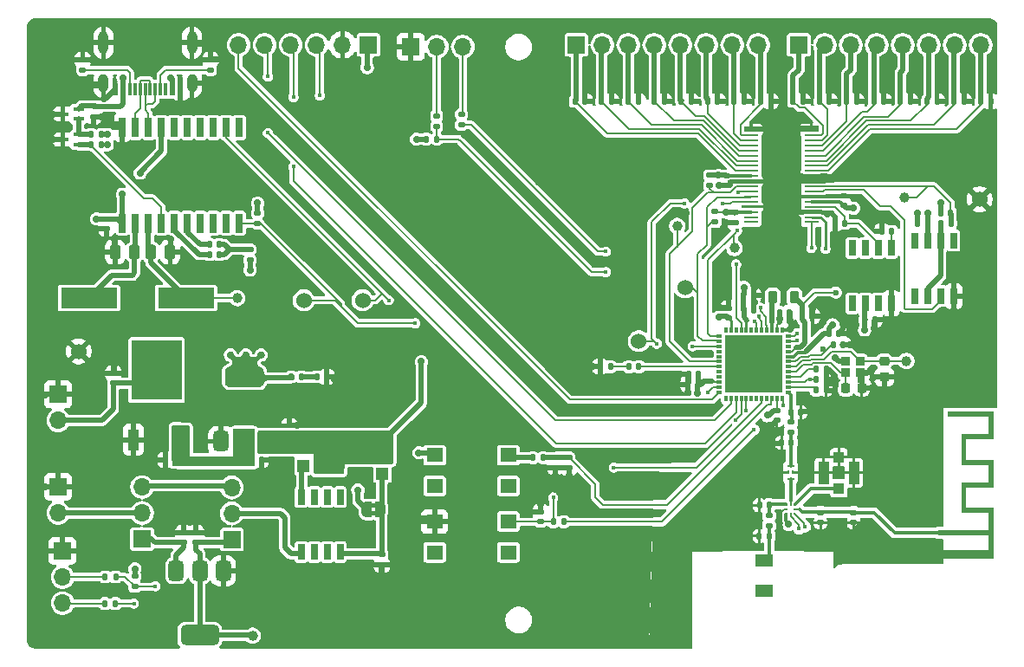
<source format=gbr>
%TF.GenerationSoftware,KiCad,Pcbnew,9.0.0*%
%TF.CreationDate,2025-05-06T12:07:41+02:00*%
%TF.ProjectId,Processing_board,50726f63-6573-4736-996e-675f626f6172,rev?*%
%TF.SameCoordinates,Original*%
%TF.FileFunction,Copper,L1,Top*%
%TF.FilePolarity,Positive*%
%FSLAX46Y46*%
G04 Gerber Fmt 4.6, Leading zero omitted, Abs format (unit mm)*
G04 Created by KiCad (PCBNEW 9.0.0) date 2025-05-06 12:07:41*
%MOMM*%
%LPD*%
G01*
G04 APERTURE LIST*
G04 Aperture macros list*
%AMRoundRect*
0 Rectangle with rounded corners*
0 $1 Rounding radius*
0 $2 $3 $4 $5 $6 $7 $8 $9 X,Y pos of 4 corners*
0 Add a 4 corners polygon primitive as box body*
4,1,4,$2,$3,$4,$5,$6,$7,$8,$9,$2,$3,0*
0 Add four circle primitives for the rounded corners*
1,1,$1+$1,$2,$3*
1,1,$1+$1,$4,$5*
1,1,$1+$1,$6,$7*
1,1,$1+$1,$8,$9*
0 Add four rect primitives between the rounded corners*
20,1,$1+$1,$2,$3,$4,$5,0*
20,1,$1+$1,$4,$5,$6,$7,0*
20,1,$1+$1,$6,$7,$8,$9,0*
20,1,$1+$1,$8,$9,$2,$3,0*%
%AMFreePoly0*
4,1,23,0.500000,-0.750000,0.000000,-0.750000,0.000000,-0.745722,-0.065263,-0.745722,-0.191342,-0.711940,-0.304381,-0.646677,-0.396677,-0.554381,-0.461940,-0.441342,-0.495722,-0.315263,-0.495722,-0.250000,-0.500000,-0.250000,-0.500000,0.250000,-0.495722,0.250000,-0.495722,0.315263,-0.461940,0.441342,-0.396677,0.554381,-0.304381,0.646677,-0.191342,0.711940,-0.065263,0.745722,0.000000,0.745722,
0.000000,0.750000,0.500000,0.750000,0.500000,-0.750000,0.500000,-0.750000,$1*%
%AMFreePoly1*
4,1,23,0.000000,0.745722,0.065263,0.745722,0.191342,0.711940,0.304381,0.646677,0.396677,0.554381,0.461940,0.441342,0.495722,0.315263,0.495722,0.250000,0.500000,0.250000,0.500000,-0.250000,0.495722,-0.250000,0.495722,-0.315263,0.461940,-0.441342,0.396677,-0.554381,0.304381,-0.646677,0.191342,-0.711940,0.065263,-0.745722,0.000000,-0.745722,0.000000,-0.750000,-0.500000,-0.750000,
-0.500000,0.750000,0.000000,0.750000,0.000000,0.745722,0.000000,0.745722,$1*%
G04 Aperture macros list end*
%TA.AperFunction,EtchedComponent*%
%ADD10C,0.000000*%
%TD*%
%TA.AperFunction,ConnectorPad*%
%ADD11R,0.500000X0.500000*%
%TD*%
%TA.AperFunction,ComponentPad*%
%ADD12R,0.500000X0.900000*%
%TD*%
%TA.AperFunction,SMDPad,CuDef*%
%ADD13RoundRect,0.140000X-0.140000X-0.170000X0.140000X-0.170000X0.140000X0.170000X-0.140000X0.170000X0*%
%TD*%
%TA.AperFunction,SMDPad,CuDef*%
%ADD14R,0.650000X1.528000*%
%TD*%
%TA.AperFunction,SMDPad,CuDef*%
%ADD15C,1.000000*%
%TD*%
%TA.AperFunction,SMDPad,CuDef*%
%ADD16RoundRect,0.140000X0.140000X0.170000X-0.140000X0.170000X-0.140000X-0.170000X0.140000X-0.170000X0*%
%TD*%
%TA.AperFunction,SMDPad,CuDef*%
%ADD17RoundRect,0.140000X0.170000X-0.140000X0.170000X0.140000X-0.170000X0.140000X-0.170000X-0.140000X0*%
%TD*%
%TA.AperFunction,ComponentPad*%
%ADD18R,1.700000X1.700000*%
%TD*%
%TA.AperFunction,ComponentPad*%
%ADD19O,1.700000X1.700000*%
%TD*%
%TA.AperFunction,SMDPad,CuDef*%
%ADD20RoundRect,0.135000X0.135000X0.185000X-0.135000X0.185000X-0.135000X-0.185000X0.135000X-0.185000X0*%
%TD*%
%TA.AperFunction,ComponentPad*%
%ADD21C,1.530000*%
%TD*%
%TA.AperFunction,SMDPad,CuDef*%
%ADD22RoundRect,0.135000X0.185000X-0.135000X0.185000X0.135000X-0.185000X0.135000X-0.185000X-0.135000X0*%
%TD*%
%TA.AperFunction,SMDPad,CuDef*%
%ADD23RoundRect,0.147500X-0.172500X0.147500X-0.172500X-0.147500X0.172500X-0.147500X0.172500X0.147500X0*%
%TD*%
%TA.AperFunction,SMDPad,CuDef*%
%ADD24RoundRect,0.135000X-0.135000X-0.185000X0.135000X-0.185000X0.135000X0.185000X-0.135000X0.185000X0*%
%TD*%
%TA.AperFunction,SMDPad,CuDef*%
%ADD25RoundRect,0.375000X-0.375000X0.625000X-0.375000X-0.625000X0.375000X-0.625000X0.375000X0.625000X0*%
%TD*%
%TA.AperFunction,SMDPad,CuDef*%
%ADD26RoundRect,0.500000X-1.400000X0.500000X-1.400000X-0.500000X1.400000X-0.500000X1.400000X0.500000X0*%
%TD*%
%TA.AperFunction,SMDPad,CuDef*%
%ADD27R,1.000000X0.400000*%
%TD*%
%TA.AperFunction,SMDPad,CuDef*%
%ADD28RoundRect,0.225000X0.225000X0.250000X-0.225000X0.250000X-0.225000X-0.250000X0.225000X-0.250000X0*%
%TD*%
%TA.AperFunction,SMDPad,CuDef*%
%ADD29R,1.404099X0.279400*%
%TD*%
%TA.AperFunction,SMDPad,CuDef*%
%ADD30R,1.000000X2.100000*%
%TD*%
%TA.AperFunction,SMDPad,CuDef*%
%ADD31R,4.900000X5.850000*%
%TD*%
%TA.AperFunction,SMDPad,CuDef*%
%ADD32RoundRect,0.140000X-0.170000X0.140000X-0.170000X-0.140000X0.170000X-0.140000X0.170000X0.140000X0*%
%TD*%
%TA.AperFunction,SMDPad,CuDef*%
%ADD33R,0.600000X1.150000*%
%TD*%
%TA.AperFunction,SMDPad,CuDef*%
%ADD34R,0.300000X1.150000*%
%TD*%
%TA.AperFunction,ComponentPad*%
%ADD35O,1.000000X1.800000*%
%TD*%
%TA.AperFunction,ComponentPad*%
%ADD36O,1.000000X2.200000*%
%TD*%
%TA.AperFunction,SMDPad,CuDef*%
%ADD37R,0.300000X0.550000*%
%TD*%
%TA.AperFunction,SMDPad,CuDef*%
%ADD38R,0.550000X0.300000*%
%TD*%
%TA.AperFunction,SMDPad,CuDef*%
%ADD39R,5.599999X5.599999*%
%TD*%
%TA.AperFunction,SMDPad,CuDef*%
%ADD40R,0.700000X0.275000*%
%TD*%
%TA.AperFunction,SMDPad,CuDef*%
%ADD41R,0.245000X0.450000*%
%TD*%
%TA.AperFunction,SMDPad,CuDef*%
%ADD42R,0.650000X1.525000*%
%TD*%
%TA.AperFunction,SMDPad,CuDef*%
%ADD43RoundRect,0.135000X-0.185000X0.135000X-0.185000X-0.135000X0.185000X-0.135000X0.185000X0.135000X0*%
%TD*%
%TA.AperFunction,SMDPad,CuDef*%
%ADD44R,1.600000X1.400000*%
%TD*%
%TA.AperFunction,SMDPad,CuDef*%
%ADD45R,1.000000X1.050000*%
%TD*%
%TA.AperFunction,SMDPad,CuDef*%
%ADD46R,1.050000X2.200000*%
%TD*%
%TA.AperFunction,SMDPad,CuDef*%
%ADD47RoundRect,0.218750X0.218750X0.381250X-0.218750X0.381250X-0.218750X-0.381250X0.218750X-0.381250X0*%
%TD*%
%TA.AperFunction,SMDPad,CuDef*%
%ADD48R,1.200000X1.000000*%
%TD*%
%TA.AperFunction,SMDPad,CuDef*%
%ADD49R,1.200000X1.150000*%
%TD*%
%TA.AperFunction,SMDPad,CuDef*%
%ADD50R,1.500000X1.550000*%
%TD*%
%TA.AperFunction,SMDPad,CuDef*%
%ADD51R,0.250000X0.250000*%
%TD*%
%TA.AperFunction,SMDPad,CuDef*%
%ADD52RoundRect,0.375000X0.375000X-0.625000X0.375000X0.625000X-0.375000X0.625000X-0.375000X-0.625000X0*%
%TD*%
%TA.AperFunction,SMDPad,CuDef*%
%ADD53RoundRect,0.500000X1.400000X-0.500000X1.400000X0.500000X-1.400000X0.500000X-1.400000X-0.500000X0*%
%TD*%
%TA.AperFunction,SMDPad,CuDef*%
%ADD54FreePoly0,0.000000*%
%TD*%
%TA.AperFunction,SMDPad,CuDef*%
%ADD55FreePoly1,0.000000*%
%TD*%
%TA.AperFunction,SMDPad,CuDef*%
%ADD56RoundRect,0.147500X-0.147500X-0.172500X0.147500X-0.172500X0.147500X0.172500X-0.147500X0.172500X0*%
%TD*%
%TA.AperFunction,SMDPad,CuDef*%
%ADD57R,1.800000X1.150000*%
%TD*%
%TA.AperFunction,SMDPad,CuDef*%
%ADD58RoundRect,0.250000X0.250000X0.475000X-0.250000X0.475000X-0.250000X-0.475000X0.250000X-0.475000X0*%
%TD*%
%TA.AperFunction,SMDPad,CuDef*%
%ADD59RoundRect,0.250000X-0.250000X-0.475000X0.250000X-0.475000X0.250000X0.475000X-0.250000X0.475000X0*%
%TD*%
%TA.AperFunction,SMDPad,CuDef*%
%ADD60RoundRect,0.147500X0.147500X0.172500X-0.147500X0.172500X-0.147500X-0.172500X0.147500X-0.172500X0*%
%TD*%
%TA.AperFunction,SMDPad,CuDef*%
%ADD61R,0.889000X0.812800*%
%TD*%
%TA.AperFunction,SMDPad,CuDef*%
%ADD62R,1.000000X1.200000*%
%TD*%
%TA.AperFunction,SMDPad,CuDef*%
%ADD63R,1.150000X1.200000*%
%TD*%
%TA.AperFunction,SMDPad,CuDef*%
%ADD64R,1.550000X1.500000*%
%TD*%
%TA.AperFunction,SMDPad,CuDef*%
%ADD65RoundRect,0.225000X-0.250000X0.225000X-0.250000X-0.225000X0.250000X-0.225000X0.250000X0.225000X0*%
%TD*%
%TA.AperFunction,SMDPad,CuDef*%
%ADD66R,5.500000X2.000000*%
%TD*%
%TA.AperFunction,SMDPad,CuDef*%
%ADD67R,0.650000X1.850000*%
%TD*%
%TA.AperFunction,ViaPad*%
%ADD68C,0.700000*%
%TD*%
%TA.AperFunction,ViaPad*%
%ADD69C,0.600000*%
%TD*%
%TA.AperFunction,ViaPad*%
%ADD70C,0.400000*%
%TD*%
%TA.AperFunction,Conductor*%
%ADD71C,0.200000*%
%TD*%
%TA.AperFunction,Conductor*%
%ADD72C,0.500000*%
%TD*%
%TA.AperFunction,Conductor*%
%ADD73C,0.300000*%
%TD*%
%TA.AperFunction,Conductor*%
%ADD74C,0.320800*%
%TD*%
%TA.AperFunction,Conductor*%
%ADD75C,0.150000*%
%TD*%
%TA.AperFunction,Conductor*%
%ADD76C,0.250000*%
%TD*%
%TA.AperFunction,Conductor*%
%ADD77C,0.190000*%
%TD*%
G04 APERTURE END LIST*
D10*
%TA.AperFunction,EtchedComponent*%
%TO.C,AE1*%
G36*
X173400000Y-107350000D02*
G01*
X170760000Y-107350000D01*
X170760000Y-109350000D01*
X173400000Y-109350000D01*
X173400000Y-112050000D01*
X170760000Y-112050000D01*
X170760000Y-114050000D01*
X173400000Y-114050000D01*
X173400000Y-119050000D01*
X168243215Y-119050000D01*
X168000000Y-119050000D01*
X168000000Y-118625156D01*
X168103957Y-118625156D01*
X168116065Y-118667819D01*
X168120419Y-118675731D01*
X168153203Y-118713674D01*
X168195605Y-118737742D01*
X168243215Y-118747583D01*
X168291622Y-118742847D01*
X168336416Y-118723185D01*
X168373186Y-118688245D01*
X168390092Y-118655353D01*
X168397982Y-118607267D01*
X168391408Y-118557682D01*
X168371313Y-118512372D01*
X168338643Y-118477112D01*
X168306417Y-118460218D01*
X168258158Y-118451778D01*
X168208632Y-118458309D01*
X168163447Y-118478868D01*
X168128213Y-118512511D01*
X168117600Y-118531122D01*
X168104700Y-118576637D01*
X168103957Y-118625156D01*
X168000000Y-118625156D01*
X168000000Y-118150000D01*
X172900000Y-118150000D01*
X172900000Y-116750000D01*
X168000000Y-116750000D01*
X168000000Y-116250000D01*
X172900000Y-116250000D01*
X172900000Y-114550000D01*
X170260000Y-114550000D01*
X170260000Y-111550000D01*
X172900000Y-111550000D01*
X172900000Y-109850000D01*
X170260000Y-109850000D01*
X170260000Y-106850000D01*
X172900000Y-106850000D01*
X172900000Y-105150000D01*
X168960000Y-105150000D01*
X168960000Y-104650000D01*
X173400000Y-104650000D01*
X173400000Y-107350000D01*
G37*
%TD.AperFunction*%
%TA.AperFunction,EtchedComponent*%
%TO.C,JP1*%
G36*
X113045000Y-114001000D02*
G01*
X112545000Y-114001000D01*
X112545000Y-113601000D01*
X113045000Y-113601000D01*
X113045000Y-114001000D01*
G37*
%TD.AperFunction*%
%TA.AperFunction,EtchedComponent*%
G36*
X113045000Y-114801000D02*
G01*
X112545000Y-114801000D01*
X112545000Y-114401000D01*
X113045000Y-114401000D01*
X113045000Y-114801000D01*
G37*
%TD.AperFunction*%
%TD*%
D11*
%TO.P,AE1,1,FEED*%
%TO.N,/RF circuitry & antennas/RF_PCB_ANT*%
X168250000Y-116500000D03*
D12*
%TO.P,AE1,2,PCB_Trace*%
%TO.N,GND*%
X168250000Y-118600000D03*
%TD*%
D13*
%TO.P,C26,1*%
%TO.N,/ADC/CH1*%
X135100017Y-74319503D03*
%TO.P,C26,2*%
%TO.N,GND*%
X136060017Y-74319503D03*
%TD*%
D14*
%TO.P,U2,1,NC_1*%
%TO.N,unconnected-(U2-NC_1-Pad1)*%
X165720000Y-93352000D03*
%TO.P,U2,2,-IN*%
%TO.N,Net-(U2--IN)*%
X166990000Y-93352000D03*
%TO.P,U2,3,+IN*%
%TO.N,/ADC/MXO*%
X168260000Y-93352000D03*
%TO.P,U2,4,V-*%
%TO.N,GND*%
X169530000Y-93352000D03*
%TO.P,U2,5,NC_2*%
%TO.N,unconnected-(U2-NC_2-Pad5)*%
X169530000Y-87930000D03*
%TO.P,U2,6,OUT*%
%TO.N,Net-(U2--IN)*%
X168260000Y-87930000D03*
%TO.P,U2,7,V+*%
%TO.N,+5V*%
X166990000Y-87930000D03*
%TO.P,U2,8,NC_3*%
%TO.N,unconnected-(U2-NC_3-Pad8)*%
X165720000Y-87930000D03*
%TD*%
D15*
%TO.P,TP4,1,1*%
%TO.N,/ADC/AINP*%
X164750000Y-83750000D03*
%TD*%
D16*
%TO.P,C57,1*%
%TO.N,+5V*%
X166980000Y-86250000D03*
%TO.P,C57,2*%
%TO.N,GND*%
X166020000Y-86250000D03*
%TD*%
D17*
%TO.P,C2,1*%
%TO.N,/SWD_NRST*%
X129150000Y-115400000D03*
%TO.P,C2,2*%
%TO.N,GND*%
X129150000Y-114440000D03*
%TD*%
D18*
%TO.P,J1,1,Pin_1*%
%TO.N,/ADC/CH0*%
X132640000Y-68800000D03*
D19*
%TO.P,J1,2,Pin_2*%
%TO.N,/ADC/CH1*%
X135180000Y-68800000D03*
%TO.P,J1,3,Pin_3*%
%TO.N,/ADC/CH2*%
X137720000Y-68800000D03*
%TO.P,J1,4,Pin_4*%
%TO.N,/ADC/CH3*%
X140260000Y-68800000D03*
%TO.P,J1,5,Pin_5*%
%TO.N,/ADC/CH4*%
X142800000Y-68800000D03*
%TO.P,J1,6,Pin_6*%
%TO.N,/ADC/CH5*%
X145340000Y-68800000D03*
%TO.P,J1,7,Pin_7*%
%TO.N,/ADC/CH6*%
X147880000Y-68800000D03*
%TO.P,J1,8,Pin_8*%
%TO.N,/ADC/CH7*%
X150420000Y-68800000D03*
%TD*%
D20*
%TO.P,R8,1*%
%TO.N,/BOOT0*%
X129410000Y-109150000D03*
%TO.P,R8,2*%
%TO.N,Net-(R8-Pad2)*%
X128390000Y-109150000D03*
%TD*%
D16*
%TO.P,C16,1*%
%TO.N,/ADC/REFP*%
X158865017Y-86250000D03*
%TO.P,C16,2*%
%TO.N,GND*%
X157905017Y-86250000D03*
%TD*%
%TO.P,C35,1*%
%TO.N,/RF circuitry & antennas/RF_MATCH*%
X153654651Y-107682842D03*
%TO.P,C35,2*%
%TO.N,GND*%
X152694651Y-107682842D03*
%TD*%
D21*
%TO.P,TP1,1*%
%TO.N,GND*%
X84000000Y-98750000D03*
%TD*%
D22*
%TO.P,R16,1*%
%TO.N,/USB-C circuit/USB_CC2*%
X84400000Y-71250000D03*
%TO.P,R16,2*%
%TO.N,GND*%
X84400000Y-70230000D03*
%TD*%
D23*
%TO.P,L2,1,1*%
%TO.N,/RF circuitry & antennas/RF_CERAMIC_MATCH*%
X151466003Y-114810842D03*
%TO.P,L2,2,2*%
%TO.N,/RF circuitry & antennas/RF_CERAMIC_ANT*%
X151466003Y-115780842D03*
%TD*%
D24*
%TO.P,R11,1*%
%TO.N,Net-(U2--IN)*%
X168240000Y-86250000D03*
%TO.P,R11,2*%
%TO.N,/ADC/AINP*%
X169260000Y-86250000D03*
%TD*%
D13*
%TO.P,C18,1*%
%TO.N,/ADC/CH7*%
X150675017Y-74319503D03*
%TO.P,C18,2*%
%TO.N,GND*%
X151635017Y-74319503D03*
%TD*%
D25*
%TO.P,U5,1,GND*%
%TO.N,GND*%
X98133000Y-120197500D03*
%TO.P,U5,2,VO*%
%TO.N,/Power switching and voltage adaptation/Post_LDO5V*%
X95833000Y-120197500D03*
D26*
X95833000Y-126497500D03*
D25*
%TO.P,U5,3,VI*%
%TO.N,/Power switching and voltage adaptation/Pre_LDO5V*%
X93533000Y-120197500D03*
%TD*%
D15*
%TO.P,TP7,1,1*%
%TO.N,/SPI_\u002ACS*%
X142500000Y-86500000D03*
%TD*%
D27*
%TO.P,Q3,1,D*%
%TO.N,/USB-C circuit/MCP_NRST*%
X83980000Y-78550000D03*
%TO.P,Q3,2,G*%
%TO.N,Net-(Q2-D)*%
X83980000Y-77550000D03*
%TO.P,Q3,3,S*%
%TO.N,GND*%
X82480000Y-78050000D03*
%TD*%
D18*
%TO.P,J4,1,Pin_1*%
%TO.N,GND*%
X82425000Y-118275000D03*
D19*
%TO.P,J4,2,Pin_2*%
%TO.N,/USART2_TX_CONN*%
X82425000Y-120815000D03*
%TO.P,J4,3,Pin_3*%
%TO.N,/USART2_RX_CONN*%
X82425000Y-123355000D03*
%TD*%
D13*
%TO.P,C9,1*%
%TO.N,GND*%
X162520000Y-87000000D03*
%TO.P,C9,2*%
%TO.N,Net-(U3-TRIM{slash}NR)*%
X163480000Y-87000000D03*
%TD*%
%TO.P,C25,1*%
%TO.N,/ADC/CH2*%
X137720017Y-74319503D03*
%TO.P,C25,2*%
%TO.N,GND*%
X138680017Y-74319503D03*
%TD*%
%TO.P,C5,1*%
%TO.N,/ADC/CH8*%
X153825017Y-74319503D03*
%TO.P,C5,2*%
%TO.N,GND*%
X154785017Y-74319503D03*
%TD*%
D16*
%TO.P,C43,1*%
%TO.N,+3.3V*%
X144530466Y-102000000D03*
%TO.P,C43,2*%
%TO.N,GND*%
X143570466Y-102000000D03*
%TD*%
D13*
%TO.P,C8,1*%
%TO.N,/ADC/CH10*%
X159075017Y-74319503D03*
%TO.P,C8,2*%
%TO.N,GND*%
X160035017Y-74319503D03*
%TD*%
%TO.P,C34,1*%
%TO.N,/RF*%
X153625000Y-104698000D03*
%TO.P,C34,2*%
%TO.N,GND*%
X154585000Y-104698000D03*
%TD*%
D21*
%TO.P,TP13,1*%
%TO.N,/USART1_TX*%
X111750000Y-93750000D03*
%TD*%
D28*
%TO.P,C4,1*%
%TO.N,GND*%
X160535000Y-102310000D03*
%TO.P,C4,2*%
%TO.N,/OSC_OUT*%
X158985000Y-102310000D03*
%TD*%
D13*
%TO.P,C15,1*%
%TO.N,/ADC/CH14*%
X169575017Y-74319503D03*
%TO.P,C15,2*%
%TO.N,GND*%
X170535017Y-74319503D03*
%TD*%
D29*
%TO.P,U4,1,GPIO2*%
%TO.N,/ADC_GPIO2*%
X155615017Y-86119501D03*
%TO.P,U4,2,GPIO3*%
%TO.N,/ADC_GPIO3*%
X155615017Y-85619502D03*
%TO.P,U4,3,REFM*%
%TO.N,GND*%
X155615017Y-85119503D03*
%TO.P,U4,4,REFP*%
%TO.N,/ADC/REFP*%
X155615017Y-84619501D03*
%TO.P,U4,5,VA+*%
%TO.N,+3.3V*%
X155615017Y-84119502D03*
%TO.P,U4,6,AGND*%
%TO.N,GND*%
X155615017Y-83619503D03*
%TO.P,U4,7,MXO*%
%TO.N,/ADC/MXO*%
X155615017Y-83119502D03*
%TO.P,U4,8,AINP*%
%TO.N,/ADC/AINP*%
X155615017Y-82619503D03*
%TO.P,U4,9,AINM*%
%TO.N,GND*%
X155615017Y-82119501D03*
%TO.P,U4,10,AGND*%
X155615017Y-81619502D03*
%TO.P,U4,11,CH15*%
%TO.N,/ADC/CH15*%
X155615017Y-81119503D03*
%TO.P,U4,12,CH14*%
%TO.N,/ADC/CH14*%
X155615017Y-80619501D03*
%TO.P,U4,13,CH13*%
%TO.N,/ADC/CH13*%
X155615017Y-80119502D03*
%TO.P,U4,14,CH12*%
%TO.N,/ADC/CH12*%
X155615017Y-79619501D03*
%TO.P,U4,15,CH11*%
%TO.N,/ADC/CH11*%
X155615017Y-79119502D03*
%TO.P,U4,16,CH10*%
%TO.N,/ADC/CH10*%
X155615017Y-78619503D03*
%TO.P,U4,17,CH9*%
%TO.N,/ADC/CH9*%
X155615017Y-78119501D03*
%TO.P,U4,18,CH8*%
%TO.N,/ADC/CH8*%
X155615017Y-77619502D03*
%TO.P,U4,19,AGND*%
%TO.N,GND*%
X155615017Y-77119501D03*
%TO.P,U4,20,AGND*%
X149715121Y-77119503D03*
%TO.P,U4,21,CH7*%
%TO.N,/ADC/CH7*%
X149715121Y-77619502D03*
%TO.P,U4,22,CH6*%
%TO.N,/ADC/CH6*%
X149715121Y-78119501D03*
%TO.P,U4,23,CH5*%
%TO.N,/ADC/CH5*%
X149715121Y-78619503D03*
%TO.P,U4,24,CH4*%
%TO.N,/ADC/CH4*%
X149715121Y-79119502D03*
%TO.P,U4,25,CH3*%
%TO.N,/ADC/CH3*%
X149715121Y-79619503D03*
%TO.P,U4,26,CH2*%
%TO.N,/ADC/CH2*%
X149715121Y-80119502D03*
%TO.P,U4,27,CH1*%
%TO.N,/ADC/CH1*%
X149715121Y-80619501D03*
%TO.P,U4,28,CH0*%
%TO.N,/ADC/CH0*%
X149715121Y-81119503D03*
%TO.P,U4,29,VA+*%
%TO.N,+3.3V*%
X149715121Y-81619502D03*
%TO.P,U4,30,AGND*%
%TO.N,GND*%
X149715121Y-82119504D03*
%TO.P,U4,31,\u002ACS*%
%TO.N,/SPI_\u002ACS*%
X149715121Y-82619503D03*
%TO.P,U4,32,SCLK*%
%TO.N,/SPI3_SCK*%
X149715121Y-83119502D03*
%TO.P,U4,33,SDI*%
%TO.N,/SPI3_MISO*%
X149715121Y-83619503D03*
%TO.P,U4,34,SDO*%
%TO.N,/SPI3_MOSI*%
X149715121Y-84119502D03*
%TO.P,U4,35,BDGND*%
%TO.N,GND*%
X149715121Y-84619501D03*
%TO.P,U4,36,VBD+*%
%TO.N,+3.3V*%
X149715121Y-85119503D03*
%TO.P,U4,37,GPIO0*%
%TO.N,unconnected-(U4-GPIO0-Pad37)*%
X149715121Y-85619502D03*
%TO.P,U4,38,GPIO1*%
%TO.N,unconnected-(U4-GPIO1-Pad38)*%
X149715121Y-86119503D03*
%TD*%
D30*
%TO.P,U7,1,ADJ/GND*%
%TO.N,GND*%
X89335000Y-107395000D03*
%TO.P,U7,3,Vin*%
%TO.N,+3.3V*%
X93895000Y-107395000D03*
D31*
%TO.P,U7,4,Vout*%
%TO.N,/EMG_modules_1.8V*%
X91615000Y-100595000D03*
%TD*%
D13*
%TO.P,C39,1*%
%TO.N,GND*%
X150516003Y-116795842D03*
%TO.P,C39,2*%
%TO.N,/RF circuitry & antennas/RF_CERAMIC_ANT*%
X151476003Y-116795842D03*
%TD*%
D32*
%TO.P,C29,1*%
%TO.N,GND*%
X95488000Y-116467500D03*
%TO.P,C29,2*%
%TO.N,/Power switching and voltage adaptation/Post_LDO5V*%
X95488000Y-117427500D03*
%TD*%
D16*
%TO.P,C14,1*%
%TO.N,/ADC/AINP*%
X169230000Y-85250000D03*
%TO.P,C14,2*%
%TO.N,GND*%
X168270000Y-85250000D03*
%TD*%
D33*
%TO.P,J11,A1_B12,GND_A*%
%TO.N,GND*%
X93950000Y-73152500D03*
%TO.P,J11,A4_B9,VBUS_A*%
%TO.N,/USB-C circuit/USB_VBUS*%
X93150000Y-73152500D03*
D34*
%TO.P,J11,A5,CC1*%
%TO.N,/USB-C circuit/USB_CC1*%
X92000000Y-73152500D03*
%TO.P,J11,A6,D+*%
%TO.N,/USB-C circuit/USB_D+*%
X91000000Y-73152500D03*
%TO.P,J11,A7,D-*%
%TO.N,/USB-C circuit/USB_D-*%
X90500000Y-73152500D03*
%TO.P,J11,A8,SBU1*%
%TO.N,unconnected-(J11-SBU1-PadA8)*%
X89500000Y-73152500D03*
D33*
%TO.P,J11,B1_A12,GND_B*%
%TO.N,GND*%
X87550000Y-73152500D03*
%TO.P,J11,B4_A9,VBUS_B*%
%TO.N,/USB-C circuit/USB_VBUS*%
X88350000Y-73152500D03*
D34*
%TO.P,J11,B5,CC2*%
%TO.N,/USB-C circuit/USB_CC2*%
X89000000Y-73152500D03*
%TO.P,J11,B6,D+*%
%TO.N,/USB-C circuit/USB_D+*%
X90000000Y-73152500D03*
%TO.P,J11,B7,D-*%
%TO.N,/USB-C circuit/USB_D-*%
X91500000Y-73152500D03*
%TO.P,J11,B8,SBU2*%
%TO.N,unconnected-(J11-SBU2-PadB8)*%
X92500000Y-73152500D03*
D35*
%TO.P,J11,SH1,SHIELD*%
%TO.N,GND*%
X95070000Y-72577500D03*
%TO.P,J11,SH2,SHIELD*%
X86430000Y-72577500D03*
D36*
%TO.P,J11,SH3,SHIELD*%
X95070000Y-68577500D03*
%TO.P,J11,SH4,SHIELD*%
X86430000Y-68577500D03*
%TD*%
D37*
%TO.P,U1,1,VSSSMPS*%
%TO.N,GND*%
X152750693Y-96625000D03*
%TO.P,U1,2,VDDSMPS*%
%TO.N,+3.3V*%
X152250567Y-96625000D03*
%TO.P,U1,3,VLXSMPS*%
%TO.N,/VLXSMPS*%
X151750441Y-96625000D03*
%TO.P,U1,4,PB12*%
%TO.N,/USART1_TX*%
X151250315Y-96625000D03*
%TO.P,U1,5,PA8*%
%TO.N,/USART1_RX*%
X150750189Y-96625000D03*
%TO.P,U1,6,PA7*%
%TO.N,/USART3_TX*%
X150250063Y-96625000D03*
%TO.P,U1,7,PA6*%
%TO.N,unconnected-(U1-PA6-Pad7)*%
X149749937Y-96625000D03*
%TO.P,U1,8,VDDA*%
%TO.N,+3.3V*%
X149249811Y-96625000D03*
%TO.P,U1,9,PA5*%
%TO.N,/USART3_RX*%
X148749685Y-96625000D03*
%TO.P,U1,10,PA2*%
%TO.N,unconnected-(U1-PA2-Pad10)*%
X148249559Y-96625000D03*
%TO.P,U1,11,VDD*%
%TO.N,+3.3V*%
X147749433Y-96625000D03*
%TO.P,U1,12,PA1*%
%TO.N,unconnected-(U1-PA1-Pad12)*%
X147249307Y-96625000D03*
D38*
%TO.P,U1,13,PA0*%
%TO.N,/SPI3_SCK*%
X146625000Y-97250000D03*
%TO.P,U1,14,PB9*%
%TO.N,/SPI3_MISO*%
X146625000Y-97749999D03*
%TO.P,U1,15,PB8*%
%TO.N,/SPI3_MOSI*%
X146625000Y-98250001D03*
%TO.P,U1,16,PC15-OSC32_OUT*%
%TO.N,unconnected-(U1-PC15-OSC32_OUT-Pad16)*%
X146625000Y-98750000D03*
%TO.P,U1,17,PC14-OSC32_IN*%
%TO.N,unconnected-(U1-PC14-OSC32_IN-Pad17)*%
X146625000Y-99249999D03*
%TO.P,U1,18,PC13*%
%TO.N,/SPI_\u002ACS*%
X146625000Y-99750000D03*
%TO.P,U1,19,PB7*%
%TO.N,/LED*%
X146625000Y-100250000D03*
%TO.P,U1,20,PB6*%
%TO.N,unconnected-(U1-PB6-Pad20)*%
X146625000Y-100750001D03*
%TO.P,U1,21,PB5*%
%TO.N,unconnected-(U1-PB5-Pad21)*%
X146625000Y-101250000D03*
%TO.P,U1,22,VDD*%
%TO.N,+3.3V*%
X146625000Y-101749999D03*
%TO.P,U1,23,PB4*%
%TO.N,/USART2_RX*%
X146625000Y-102250001D03*
%TO.P,U1,24,PB3*%
%TO.N,/SWD_Traces*%
X146625000Y-102750000D03*
D37*
%TO.P,U1,25,PA15*%
%TO.N,unconnected-(U1-PA15-Pad25)*%
X147249307Y-103375000D03*
%TO.P,U1,26,PA14*%
%TO.N,/SWCLK*%
X147749433Y-103375000D03*
%TO.P,U1,27,PA13*%
%TO.N,/SWDIO*%
X148249559Y-103375000D03*
%TO.P,U1,28,PA12*%
%TO.N,/ANT_LOGIC_2*%
X148749685Y-103375000D03*
%TO.P,U1,29,PA11*%
%TO.N,/ANT_LOGIC_1*%
X149249811Y-103375000D03*
%TO.P,U1,30,PB2*%
%TO.N,unconnected-(U1-PB2-Pad30)*%
X149749937Y-103375000D03*
%TO.P,U1,31,PB1*%
%TO.N,unconnected-(U1-PB1-Pad31)*%
X150250063Y-103375000D03*
%TO.P,U1,32,PB0*%
%TO.N,/USART2_TX*%
X150750189Y-103375000D03*
%TO.P,U1,33,PB15*%
%TO.N,unconnected-(U1-PB15-Pad33)*%
X151250315Y-103375000D03*
%TO.P,U1,34,PH3-BOOT0*%
%TO.N,/BOOT0*%
X151750441Y-103375000D03*
%TO.P,U1,35,VDD*%
%TO.N,+3.3V*%
X152250567Y-103375000D03*
%TO.P,U1,36,NRST*%
%TO.N,Net-(U1-NRST)*%
X152750693Y-103375000D03*
D38*
%TO.P,U1,37,RF*%
%TO.N,/RF*%
X153375000Y-102750000D03*
%TO.P,U1,38,VDDHPA*%
%TO.N,/VDDHPA*%
X153375000Y-102250001D03*
%TO.P,U1,39,VDDANA*%
%TO.N,/VDD11*%
X153375000Y-101749999D03*
%TO.P,U1,40,VDDRF*%
%TO.N,/VDDRF*%
X153375000Y-101250000D03*
%TO.P,U1,41,OSC_OUT*%
%TO.N,/OSC_OUT*%
X153375000Y-100750001D03*
%TO.P,U1,42,OSC_IN*%
%TO.N,/OSC_IN*%
X153375000Y-100250000D03*
%TO.P,U1,43,VDDRFPA*%
%TO.N,/VDD11*%
X153375000Y-99750000D03*
%TO.P,U1,44,VDD*%
%TO.N,+3.3V*%
X153375000Y-99249999D03*
%TO.P,U1,45,VDD11*%
%TO.N,/VDD11*%
X153375000Y-98750000D03*
%TO.P,U1,46,PA10*%
%TO.N,unconnected-(U1-PA10-Pad46)*%
X153375000Y-98250001D03*
%TO.P,U1,47,PA9*%
%TO.N,/ADC_GPIO3*%
X153375000Y-97749999D03*
%TO.P,U1,48,PB14*%
%TO.N,/ADC_GPIO2*%
X153375000Y-97250000D03*
D39*
%TO.P,U1,49,EPAD*%
%TO.N,GND*%
X150000000Y-100000000D03*
%TD*%
D18*
%TO.P,J8,1,Pin_1*%
%TO.N,/Power switching and voltage adaptation/Pre_LDO5V*%
X90200000Y-117080000D03*
D19*
%TO.P,J8,2,Pin_2*%
%TO.N,/Power*%
X90200000Y-114540000D03*
%TO.P,J8,3,Pin_3*%
%TO.N,/Power switching and voltage adaptation/Skip_LDO5V*%
X90200000Y-112000000D03*
%TD*%
D32*
%TO.P,C45,1*%
%TO.N,+3.3V*%
X152250000Y-104540000D03*
%TO.P,C45,2*%
%TO.N,GND*%
X152250000Y-105500000D03*
%TD*%
D40*
%TO.P,FL1,1,IN*%
%TO.N,/RF circuitry & antennas/RF_MATCH*%
X153574651Y-109963842D03*
D41*
%TO.P,FL1,2,GND_1*%
%TO.N,GND*%
X153347651Y-110575842D03*
D40*
%TO.P,FL1,3,OUT*%
%TO.N,/RF circuitry & antennas/RF_LPF*%
X153574651Y-111188842D03*
D41*
%TO.P,FL1,4,GND_2*%
%TO.N,GND*%
X153801651Y-110575842D03*
%TD*%
D16*
%TO.P,C38,1*%
%TO.N,/RF circuitry & antennas/RF_CERAMIC_MATCH*%
X151496003Y-113795842D03*
%TO.P,C38,2*%
%TO.N,GND*%
X150536003Y-113795842D03*
%TD*%
D42*
%TO.P,Q1,1,S_1*%
%TO.N,/Power switching and voltage adaptation/5V_Pre_PMOS*%
X105750000Y-118376000D03*
%TO.P,Q1,2,S_2*%
%TO.N,unconnected-(Q1-S_2-Pad2)*%
X107020000Y-118376000D03*
%TO.P,Q1,3,S_3*%
%TO.N,unconnected-(Q1-S_3-Pad3)*%
X108290000Y-118376000D03*
%TO.P,Q1,4,G*%
%TO.N,Net-(D3-A)*%
X109560000Y-118376000D03*
%TO.P,Q1,5,D_1*%
%TO.N,unconnected-(Q1-D_1-Pad5)*%
X109560000Y-113000000D03*
%TO.P,Q1,6,D_2*%
%TO.N,unconnected-(Q1-D_2-Pad6)*%
X108290000Y-113000000D03*
%TO.P,Q1,7,D_3*%
%TO.N,unconnected-(Q1-D_3-Pad7)*%
X107020000Y-113000000D03*
%TO.P,Q1,8,D_4*%
%TO.N,Net-(D2-A)*%
X105750000Y-113000000D03*
%TD*%
D16*
%TO.P,C46,1*%
%TO.N,GND*%
X158690000Y-98110000D03*
%TO.P,C46,2*%
%TO.N,/VDD11*%
X157730000Y-98110000D03*
%TD*%
D43*
%TO.P,R17,1*%
%TO.N,/USB-C circuit/USB_VBUS*%
X85480000Y-74780000D03*
%TO.P,R17,2*%
%TO.N,GND*%
X85480000Y-75800000D03*
%TD*%
D17*
%TO.P,C21,1*%
%TO.N,GND*%
X148157617Y-86145503D03*
%TO.P,C21,2*%
%TO.N,+3.3V*%
X148157617Y-85185503D03*
%TD*%
D16*
%TO.P,C44,1*%
%TO.N,GND*%
X149980000Y-94750000D03*
%TO.P,C44,2*%
%TO.N,+3.3V*%
X149020000Y-94750000D03*
%TD*%
D44*
%TO.P,SW1,1,1*%
%TO.N,unconnected-(SW1-Pad1)*%
X118800000Y-111900000D03*
%TO.P,SW1,2,2*%
%TO.N,unconnected-(SW1-Pad2)*%
X126000000Y-111900000D03*
%TO.P,SW1,3,3*%
%TO.N,+3.3V*%
X118800000Y-108900000D03*
%TO.P,SW1,4,4*%
%TO.N,Net-(R8-Pad2)*%
X126000000Y-108900000D03*
%TD*%
D43*
%TO.P,R22,1*%
%TO.N,+3.3V*%
X146200000Y-85090000D03*
%TO.P,R22,2*%
%TO.N,/SPI3_MISO*%
X146200000Y-86110000D03*
%TD*%
D13*
%TO.P,C50,1*%
%TO.N,GND*%
X143590466Y-101000000D03*
%TO.P,C50,2*%
%TO.N,+3.3V*%
X144550466Y-101000000D03*
%TD*%
D18*
%TO.P,J2,1,Pin_1*%
%TO.N,/ADC/CH8*%
X154380000Y-68800000D03*
D19*
%TO.P,J2,2,Pin_2*%
%TO.N,/ADC/CH9*%
X156920000Y-68800000D03*
%TO.P,J2,3,Pin_3*%
%TO.N,/ADC/CH10*%
X159460000Y-68800000D03*
%TO.P,J2,4,Pin_4*%
%TO.N,/ADC/CH11*%
X162000000Y-68800000D03*
%TO.P,J2,5,Pin_5*%
%TO.N,/ADC/CH12*%
X164540000Y-68800000D03*
%TO.P,J2,6,Pin_6*%
%TO.N,/ADC/CH13*%
X167080000Y-68800000D03*
%TO.P,J2,7,Pin_7*%
%TO.N,/ADC/CH14*%
X169620000Y-68800000D03*
%TO.P,J2,8,Pin_8*%
%TO.N,/ADC/CH15*%
X172160000Y-68800000D03*
%TD*%
D18*
%TO.P,J5,1,Pin_1*%
%TO.N,GND*%
X116475000Y-68975000D03*
D19*
%TO.P,J5,2,Pin_2*%
%TO.N,/USART3_TX_CONN*%
X119015000Y-68975000D03*
%TO.P,J5,3,Pin_3*%
%TO.N,/USART3_RX_CONN*%
X121555000Y-68975000D03*
%TD*%
D22*
%TO.P,R9,1*%
%TO.N,GND*%
X131900000Y-110130000D03*
%TO.P,R9,2*%
%TO.N,/BOOT0*%
X131900000Y-109110000D03*
%TD*%
D45*
%TO.P,J10,1*%
%TO.N,/RF circuitry & antennas/RF_UFL_ANT*%
X158299651Y-112150842D03*
D46*
%TO.P,J10,2*%
%TO.N,GND*%
X159774651Y-110625842D03*
D45*
%TO.P,J10,3*%
X158299651Y-109100842D03*
D46*
%TO.P,J10,4*%
X156824651Y-110625842D03*
%TD*%
D17*
%TO.P,C1,1*%
%TO.N,GND*%
X130600000Y-110105000D03*
%TO.P,C1,2*%
%TO.N,/BOOT0*%
X130600000Y-109145000D03*
%TD*%
D13*
%TO.P,C24,1*%
%TO.N,/ADC/CH3*%
X140270017Y-74319503D03*
%TO.P,C24,2*%
%TO.N,GND*%
X141230017Y-74319503D03*
%TD*%
D43*
%TO.P,R3,1*%
%TO.N,/USART3_TX_CONN*%
X119000000Y-75723338D03*
%TO.P,R3,2*%
%TO.N,/USART3_TX*%
X119000000Y-76743338D03*
%TD*%
D13*
%TO.P,C10,1*%
%TO.N,/ADC/CH11*%
X161715017Y-74319503D03*
%TO.P,C10,2*%
%TO.N,GND*%
X162675017Y-74319503D03*
%TD*%
D47*
%TO.P,L3,1*%
%TO.N,/VDD11*%
X153962500Y-93450000D03*
%TO.P,L3,2*%
%TO.N,/VLXSMPS*%
X151837500Y-93450000D03*
%TD*%
D16*
%TO.P,C51,1*%
%TO.N,GND*%
X157050000Y-100510000D03*
%TO.P,C51,2*%
%TO.N,/VDDRF*%
X156090000Y-100510000D03*
%TD*%
%TO.P,C48,1*%
%TO.N,GND*%
X157050000Y-102510000D03*
%TO.P,C48,2*%
%TO.N,/VDDHPA*%
X156090000Y-102510000D03*
%TD*%
D17*
%TO.P,C12,1*%
%TO.N,+3.3V*%
X158750000Y-84480000D03*
%TO.P,C12,2*%
%TO.N,GND*%
X158750000Y-83520000D03*
%TD*%
D13*
%TO.P,C27,1*%
%TO.N,/ADC/CH0*%
X132495000Y-74320000D03*
%TO.P,C27,2*%
%TO.N,GND*%
X133455000Y-74320000D03*
%TD*%
D43*
%TO.P,R12,1*%
%TO.N,+3.3V*%
X145665017Y-81534503D03*
%TO.P,R12,2*%
%TO.N,/SPI_\u002ACS*%
X145665017Y-82554503D03*
%TD*%
D48*
%TO.P,D3,1,K*%
%TO.N,+5V*%
X113695000Y-107545000D03*
D49*
%TO.P,D3,2,A*%
%TO.N,Net-(D3-A)*%
X113695000Y-110719000D03*
D50*
%TO.P,D3,3,K*%
%TO.N,+5V*%
X113695000Y-108795000D03*
%TD*%
D16*
%TO.P,C47,1*%
%TO.N,GND*%
X158280000Y-97010000D03*
%TO.P,C47,2*%
%TO.N,+3.3V*%
X157320000Y-97010000D03*
%TD*%
D43*
%TO.P,R13,1*%
%TO.N,Net-(D3-A)*%
X113645000Y-118625000D03*
%TO.P,R13,2*%
%TO.N,GND*%
X113645000Y-119645000D03*
%TD*%
D32*
%TO.P,C36,1*%
%TO.N,/RF circuitry & antennas/RF_PCB_ANT*%
X156500000Y-114520000D03*
%TO.P,C36,2*%
%TO.N,GND*%
X156500000Y-115480000D03*
%TD*%
D13*
%TO.P,C22,1*%
%TO.N,/ADC/CH5*%
X145490017Y-74319503D03*
%TO.P,C22,2*%
%TO.N,GND*%
X146450017Y-74319503D03*
%TD*%
D43*
%TO.P,R4,1*%
%TO.N,/USART3_RX_CONN*%
X121410688Y-75578338D03*
%TO.P,R4,2*%
%TO.N,/USART3_RX*%
X121410688Y-76598338D03*
%TD*%
D27*
%TO.P,Q2,1,D*%
%TO.N,Net-(Q2-D)*%
X83980000Y-76050000D03*
%TO.P,Q2,2,G*%
%TO.N,/USB-C circuit/USB_VBUS*%
X83980000Y-75050000D03*
%TO.P,Q2,3,S*%
%TO.N,GND*%
X82480000Y-75550000D03*
%TD*%
D20*
%TO.P,R18,1*%
%TO.N,+3.3V*%
X86250000Y-77550000D03*
%TO.P,R18,2*%
%TO.N,Net-(Q2-D)*%
X85230000Y-77550000D03*
%TD*%
D43*
%TO.P,R21,1*%
%TO.N,+3.3V*%
X101500000Y-85250000D03*
%TO.P,R21,2*%
%TO.N,/USART1_RX*%
X101500000Y-86270000D03*
%TD*%
D15*
%TO.P,TP11,1,1*%
%TO.N,/USB-C circuit/OSC2*%
X99500000Y-93540000D03*
%TD*%
D16*
%TO.P,C32,1*%
%TO.N,+3.3V*%
X93425000Y-109350000D03*
%TO.P,C32,2*%
%TO.N,GND*%
X92465000Y-109350000D03*
%TD*%
D13*
%TO.P,C11,1*%
%TO.N,/ADC/CH12*%
X164315017Y-74319503D03*
%TO.P,C11,2*%
%TO.N,GND*%
X165275017Y-74319503D03*
%TD*%
D16*
%TO.P,C52,1*%
%TO.N,GND*%
X153460000Y-95000000D03*
%TO.P,C52,2*%
%TO.N,+3.3V*%
X152500000Y-95000000D03*
%TD*%
D20*
%TO.P,R14,1*%
%TO.N,Net-(D4-A)*%
X105770000Y-101250000D03*
%TO.P,R14,2*%
%TO.N,+3.3V*%
X104750000Y-101250000D03*
%TD*%
D51*
%TO.P,U8,1,VDD*%
%TO.N,+3.3V*%
X153174651Y-114575842D03*
%TO.P,U8,2,V2*%
%TO.N,/ANT_LOGIC_2*%
X153574651Y-114575842D03*
%TO.P,U8,3,V1*%
%TO.N,/ANT_LOGIC_1*%
X153974651Y-114575842D03*
%TO.P,U8,4,RF3*%
%TO.N,/RF circuitry & antennas/RF_PCB_ANT*%
X153974651Y-114175842D03*
%TO.P,U8,5,RF1*%
%TO.N,/RF circuitry & antennas/RF_UFL_ANT*%
X153974651Y-113775842D03*
%TO.P,U8,6,RFIN*%
%TO.N,/RF circuitry & antennas/RF_LPF*%
X153574651Y-113775842D03*
%TO.P,U8,7,RF2*%
%TO.N,/RF circuitry & antennas/RF_CERAMIC_MATCH*%
X153174651Y-113775842D03*
%TO.P,U8,8,DGND*%
%TO.N,GND*%
X153174651Y-114175842D03*
%TD*%
D52*
%TO.P,U6,1,GND*%
%TO.N,GND*%
X97895000Y-107545000D03*
%TO.P,U6,2,VO*%
%TO.N,+3.3V*%
X100195000Y-107545000D03*
D53*
X100195000Y-101245000D03*
D52*
%TO.P,U6,3,VI*%
%TO.N,+5V*%
X102495000Y-107545000D03*
%TD*%
D13*
%TO.P,C20,1*%
%TO.N,/ADC/CH6*%
X148070017Y-74319503D03*
%TO.P,C20,2*%
%TO.N,GND*%
X149030017Y-74319503D03*
%TD*%
D21*
%TO.P,TP5,1*%
%TO.N,/SPI3_MOSI*%
X138750000Y-97750000D03*
%TD*%
D13*
%TO.P,C6,1*%
%TO.N,+3.3V*%
X160838000Y-95673000D03*
%TO.P,C6,2*%
%TO.N,GND*%
X161798000Y-95673000D03*
%TD*%
D32*
%TO.P,C40,1*%
%TO.N,GND*%
X147500000Y-94520000D03*
%TO.P,C40,2*%
%TO.N,+3.3V*%
X147500000Y-95480000D03*
%TD*%
D13*
%TO.P,C31,1*%
%TO.N,+3.3V*%
X100905000Y-109375000D03*
%TO.P,C31,2*%
%TO.N,GND*%
X101865000Y-109375000D03*
%TD*%
D32*
%TO.P,C19,1*%
%TO.N,+3.3V*%
X147318066Y-81569502D03*
%TO.P,C19,2*%
%TO.N,GND*%
X147318066Y-82529502D03*
%TD*%
D23*
%TO.P,L1,1,1*%
%TO.N,/RF*%
X153604651Y-105682842D03*
%TO.P,L1,2,2*%
%TO.N,/RF circuitry & antennas/RF_MATCH*%
X153604651Y-106652842D03*
%TD*%
D54*
%TO.P,JP1,1,A*%
%TO.N,/USB-C circuit/USB_VBUS*%
X112145000Y-114201000D03*
D55*
%TO.P,JP1,2,B*%
%TO.N,Net-(D3-A)*%
X113445000Y-114201000D03*
%TD*%
D13*
%TO.P,C17,1*%
%TO.N,/ADC/CH15*%
X172175017Y-74319503D03*
%TO.P,C17,2*%
%TO.N,GND*%
X173135017Y-74319503D03*
%TD*%
D18*
%TO.P,J6,1,Pin_1*%
%TO.N,GND*%
X82000000Y-112000000D03*
D19*
%TO.P,J6,2,Pin_2*%
%TO.N,/Power*%
X82000000Y-114540000D03*
%TD*%
D15*
%TO.P,TP8,1,1*%
%TO.N,/SPI3_SCK*%
X148100000Y-88650000D03*
%TD*%
D21*
%TO.P,TP6,1*%
%TO.N,/SPI3_MISO*%
X143250000Y-92500000D03*
%TD*%
D17*
%TO.P,C30,1*%
%TO.N,+5V*%
X104595000Y-106980000D03*
%TO.P,C30,2*%
%TO.N,GND*%
X104595000Y-106020000D03*
%TD*%
D16*
%TO.P,C42,1*%
%TO.N,GND*%
X157050000Y-101510000D03*
%TO.P,C42,2*%
%TO.N,/VDD11*%
X156090000Y-101510000D03*
%TD*%
D18*
%TO.P,J7,1,Pin_1*%
%TO.N,GND*%
X82000000Y-102960000D03*
D19*
%TO.P,J7,2,Pin_2*%
%TO.N,/EMG_modules_1.8V*%
X82000000Y-105500000D03*
%TD*%
D13*
%TO.P,C13,1*%
%TO.N,/ADC/CH13*%
X166925017Y-74319503D03*
%TO.P,C13,2*%
%TO.N,GND*%
X167885017Y-74319503D03*
%TD*%
D56*
%TO.P,D5,1,K*%
%TO.N,/USB-C circuit/RXLED*%
X96780000Y-88300000D03*
%TO.P,D5,2,A*%
%TO.N,/USB-C circuit/R_LED*%
X97750000Y-88300000D03*
%TD*%
D13*
%TO.P,C23,1*%
%TO.N,/ADC/CH4*%
X142900017Y-74319503D03*
%TO.P,C23,2*%
%TO.N,GND*%
X143860017Y-74319503D03*
%TD*%
D15*
%TO.P,TP2,1,1*%
%TO.N,/OSC_IN*%
X164900000Y-99700000D03*
%TD*%
D56*
%TO.P,D6,1,K*%
%TO.N,/USB-C circuit/TXLED*%
X96780000Y-89300000D03*
%TO.P,D6,2,A*%
%TO.N,/USB-C circuit/R_LED*%
X97750000Y-89300000D03*
%TD*%
D20*
%TO.P,R6,1*%
%TO.N,/USART3_TX*%
X119010000Y-78000000D03*
%TO.P,R6,2*%
%TO.N,+3.3V*%
X117990000Y-78000000D03*
%TD*%
D21*
%TO.P,TP3,1*%
%TO.N,GND*%
X172050000Y-83900000D03*
%TD*%
D24*
%TO.P,R2,1*%
%TO.N,/USART2_RX_CONN*%
X86590000Y-123400000D03*
%TO.P,R2,2*%
%TO.N,/USART2_RX*%
X87610000Y-123400000D03*
%TD*%
D22*
%TO.P,R15,1*%
%TO.N,/USB-C circuit/USB_CC1*%
X96900000Y-71250000D03*
%TO.P,R15,2*%
%TO.N,GND*%
X96900000Y-70230000D03*
%TD*%
D24*
%TO.P,R7,1*%
%TO.N,GND*%
X134980000Y-100250000D03*
%TO.P,R7,2*%
%TO.N,Net-(D1-K)*%
X136000000Y-100250000D03*
%TD*%
D13*
%TO.P,C7,1*%
%TO.N,/ADC/CH9*%
X156420017Y-74319503D03*
%TO.P,C7,2*%
%TO.N,GND*%
X157380017Y-74319503D03*
%TD*%
D57*
%TO.P,AE2,1,FEED*%
%TO.N,/RF circuitry & antennas/RF_CERAMIC_ANT*%
X150950000Y-119174584D03*
%TO.P,AE2,2,NC*%
%TO.N,unconnected-(AE2-NC-Pad2)*%
X150950000Y-122174584D03*
%TD*%
D24*
%TO.P,R10,1*%
%TO.N,/SWD_NRST*%
X130380000Y-115400000D03*
%TO.P,R10,2*%
%TO.N,Net-(U1-NRST)*%
X131400000Y-115400000D03*
%TD*%
D44*
%TO.P,SW2,1,1*%
%TO.N,/SWD_NRST*%
X126000000Y-115400000D03*
%TO.P,SW2,2,2*%
%TO.N,GND*%
X118800000Y-115400000D03*
%TO.P,SW2,3,3*%
%TO.N,unconnected-(SW2-Pad3)*%
X126000000Y-118400000D03*
%TO.P,SW2,4,4*%
%TO.N,unconnected-(SW2-Pad4)*%
X118800000Y-118400000D03*
%TD*%
D15*
%TO.P,TP10,1,1*%
%TO.N,+5V*%
X110100000Y-107000000D03*
%TD*%
D43*
%TO.P,R20,1*%
%TO.N,/USB-C circuit/R_LED*%
X100750000Y-88790000D03*
%TO.P,R20,2*%
%TO.N,+3.3V*%
X100750000Y-89810000D03*
%TD*%
D14*
%TO.P,U3,1,DNC_1*%
%TO.N,unconnected-(U3-DNC_1-Pad1)*%
X159608000Y-94063000D03*
%TO.P,U3,2,VIN*%
%TO.N,+3.3V*%
X160878000Y-94063000D03*
%TO.P,U3,3,TEMP*%
%TO.N,unconnected-(U3-TEMP-Pad3)*%
X162148000Y-94063000D03*
%TO.P,U3,4,GND*%
%TO.N,GND*%
X163418000Y-94063000D03*
%TO.P,U3,5,TRIM/NR*%
%TO.N,Net-(U3-TRIM{slash}NR)*%
X163418000Y-88641000D03*
%TO.P,U3,6,VOUT*%
%TO.N,/ADC/REFP*%
X162148000Y-88641000D03*
%TO.P,U3,7,NC*%
%TO.N,unconnected-(U3-NC-Pad7)*%
X160878000Y-88641000D03*
%TO.P,U3,8,DNC_2*%
%TO.N,unconnected-(U3-DNC_2-Pad8)*%
X159608000Y-88641000D03*
%TD*%
D58*
%TO.P,C54,1*%
%TO.N,GND*%
X92950000Y-89040000D03*
%TO.P,C54,2*%
%TO.N,/USB-C circuit/OSC2*%
X91050000Y-89040000D03*
%TD*%
D59*
%TO.P,C53,1*%
%TO.N,GND*%
X87550000Y-89040000D03*
%TO.P,C53,2*%
%TO.N,/USB-C circuit/OSC1*%
X89450000Y-89040000D03*
%TD*%
D60*
%TO.P,D4,1,K*%
%TO.N,GND*%
X108235000Y-101250000D03*
%TO.P,D4,2,A*%
%TO.N,Net-(D4-A)*%
X107265000Y-101250000D03*
%TD*%
D43*
%TO.P,R5,1*%
%TO.N,+3.3V*%
X89500000Y-120740000D03*
%TO.P,R5,2*%
%TO.N,/USART2_TX*%
X89500000Y-121760000D03*
%TD*%
D32*
%TO.P,C55,1*%
%TO.N,+3.3V*%
X86750000Y-85800000D03*
%TO.P,C55,2*%
%TO.N,GND*%
X86750000Y-86760000D03*
%TD*%
D61*
%TO.P,XTAL1,1,1*%
%TO.N,/OSC_IN*%
X160360001Y-99700501D03*
%TO.P,XTAL1,2,GND*%
%TO.N,GND*%
X158959999Y-99700501D03*
%TO.P,XTAL1,3,3*%
%TO.N,/OSC_OUT*%
X158959999Y-100800499D03*
%TO.P,XTAL1,4,GND*%
%TO.N,GND*%
X160360001Y-100800499D03*
%TD*%
D62*
%TO.P,D2,1,K*%
%TO.N,+5V*%
X109119000Y-109951000D03*
D63*
%TO.P,D2,2,A*%
%TO.N,Net-(D2-A)*%
X105945000Y-109951000D03*
D64*
%TO.P,D2,3,K*%
%TO.N,+5V*%
X107869000Y-109951000D03*
%TD*%
D56*
%TO.P,D1,1,K*%
%TO.N,Net-(D1-K)*%
X137780000Y-100250000D03*
%TO.P,D1,2,A*%
%TO.N,/LED*%
X138750000Y-100250000D03*
%TD*%
D18*
%TO.P,J9,1,Pin_1*%
%TO.N,/Power switching and voltage adaptation/Post_LDO5V*%
X98975000Y-117125000D03*
D19*
%TO.P,J9,2,Pin_2*%
%TO.N,/Power switching and voltage adaptation/5V_Pre_PMOS*%
X98975000Y-114585000D03*
%TO.P,J9,3,Pin_3*%
%TO.N,/Power switching and voltage adaptation/Skip_LDO5V*%
X98975000Y-112045000D03*
%TD*%
D21*
%TO.P,TP12,1*%
%TO.N,/USART1_RX*%
X106000000Y-93750000D03*
%TD*%
D15*
%TO.P,TP9,1,1*%
%TO.N,/Power switching and voltage adaptation/Post_LDO5V*%
X101000000Y-126550000D03*
%TD*%
D32*
%TO.P,C37,1*%
%TO.N,/RF circuitry & antennas/RF_PCB_ANT*%
X159750000Y-114520000D03*
%TO.P,C37,2*%
%TO.N,GND*%
X159750000Y-115480000D03*
%TD*%
D18*
%TO.P,J3,1,Pin_1*%
%TO.N,+3.3V*%
X112340000Y-68800000D03*
D19*
%TO.P,J3,2,Pin_2*%
%TO.N,GND*%
X109800000Y-68800000D03*
%TO.P,J3,3,Pin_3*%
%TO.N,/SWD_NRST*%
X107260000Y-68800000D03*
%TO.P,J3,4,Pin_4*%
%TO.N,/SWDIO*%
X104720000Y-68800000D03*
%TO.P,J3,5,Pin_5*%
%TO.N,/SWCLK*%
X102180000Y-68800000D03*
%TO.P,J3,6,Pin_6*%
%TO.N,/SWD_Traces*%
X99640000Y-68800000D03*
%TD*%
D65*
%TO.P,C3,1*%
%TO.N,/OSC_IN*%
X162750000Y-99700000D03*
%TO.P,C3,2*%
%TO.N,GND*%
X162750000Y-101250000D03*
%TD*%
D16*
%TO.P,C41,1*%
%TO.N,GND*%
X149960000Y-93250000D03*
%TO.P,C41,2*%
%TO.N,+3.3V*%
X149000000Y-93250000D03*
%TD*%
D24*
%TO.P,R1,1*%
%TO.N,/USART2_TX_CONN*%
X86600000Y-120800000D03*
%TO.P,R1,2*%
%TO.N,/USART2_TX*%
X87620000Y-120800000D03*
%TD*%
D20*
%TO.P,R19,1*%
%TO.N,+3.3V*%
X86250000Y-78550000D03*
%TO.P,R19,2*%
%TO.N,/USB-C circuit/MCP_NRST*%
X85230000Y-78550000D03*
%TD*%
D32*
%TO.P,C33,1*%
%TO.N,GND*%
X87395000Y-100895000D03*
%TO.P,C33,2*%
%TO.N,/EMG_modules_1.8V*%
X87395000Y-101855000D03*
%TD*%
D66*
%TO.P,XTAL2,1*%
%TO.N,/USB-C circuit/OSC1*%
X85000000Y-93540000D03*
%TO.P,XTAL2,2*%
%TO.N,/USB-C circuit/OSC2*%
X94500000Y-93540000D03*
%TD*%
D32*
%TO.P,C28,1*%
%TO.N,GND*%
X94238000Y-116467500D03*
%TO.P,C28,2*%
%TO.N,/Power switching and voltage adaptation/Pre_LDO5V*%
X94238000Y-117427500D03*
%TD*%
D16*
%TO.P,C49,1*%
%TO.N,GND*%
X155680000Y-95300000D03*
%TO.P,C49,2*%
%TO.N,/VDD11*%
X154720000Y-95300000D03*
%TD*%
D67*
%TO.P,U9,1,VDD*%
%TO.N,+3.3V*%
X88285000Y-86215000D03*
%TO.P,U9,2,OSC1*%
%TO.N,/USB-C circuit/OSC1*%
X89555000Y-86215000D03*
%TO.P,U9,3,OSC2*%
%TO.N,/USB-C circuit/OSC2*%
X90825000Y-86215000D03*
%TO.P,U9,4,~{RST}*%
%TO.N,/USB-C circuit/MCP_NRST*%
X92095000Y-86215000D03*
%TO.P,U9,5,GP7/TXLED*%
%TO.N,/USB-C circuit/TXLED*%
X93365000Y-86215000D03*
%TO.P,U9,6,GP6/RXLED*%
%TO.N,/USB-C circuit/RXLED*%
X94635000Y-86215000D03*
%TO.P,U9,7,GP5*%
%TO.N,unconnected-(U9-GP5-Pad7)*%
X95905000Y-86215000D03*
%TO.P,U9,8,GP4*%
%TO.N,unconnected-(U9-GP4-Pad8)*%
X97175000Y-86215000D03*
%TO.P,U9,9,GP3*%
%TO.N,unconnected-(U9-GP3-Pad9)*%
X98445000Y-86215000D03*
%TO.P,U9,10,TX*%
%TO.N,/USART1_RX*%
X99715000Y-86215000D03*
%TO.P,U9,11,~{RTS}*%
%TO.N,unconnected-(U9-~{RTS}-Pad11)*%
X99715000Y-76865000D03*
%TO.P,U9,12,RX*%
%TO.N,/USART1_TX*%
X98445000Y-76865000D03*
%TO.P,U9,13,~{CTS}*%
%TO.N,unconnected-(U9-~{CTS}-Pad13)*%
X97175000Y-76865000D03*
%TO.P,U9,14,GP2*%
%TO.N,unconnected-(U9-GP2-Pad14)*%
X95905000Y-76865000D03*
%TO.P,U9,15,GP1/USBCFG*%
%TO.N,unconnected-(U9-GP1{slash}USBCFG-Pad15)*%
X94635000Y-76865000D03*
%TO.P,U9,16,GP0/SSPND*%
%TO.N,unconnected-(U9-GP0{slash}SSPND-Pad16)*%
X93365000Y-76865000D03*
%TO.P,U9,17,VUSB*%
%TO.N,+3.3V*%
X92095000Y-76865000D03*
%TO.P,U9,18,D-*%
%TO.N,/USB-C circuit/USB_D-*%
X90825000Y-76865000D03*
%TO.P,U9,19,D+*%
%TO.N,/USB-C circuit/USB_D+*%
X89555000Y-76865000D03*
%TO.P,U9,20,VSS*%
%TO.N,GND*%
X88285000Y-76865000D03*
%TD*%
D68*
%TO.N,GND*%
X131250000Y-94750000D03*
X149025000Y-101075000D03*
X94000000Y-81540000D03*
X141750000Y-99000000D03*
X131500000Y-113000000D03*
X167000000Y-108500000D03*
X164250000Y-108000000D03*
X152125000Y-98025000D03*
X157960000Y-99410000D03*
X165000000Y-117750000D03*
X120200000Y-74000000D03*
D69*
X151865017Y-82919503D03*
D68*
X162500000Y-117250000D03*
X102050000Y-124000000D03*
X151500000Y-106000000D03*
X124750000Y-98000000D03*
X147265017Y-86144503D03*
X134500000Y-104500000D03*
X162750000Y-104750000D03*
X158000000Y-91250000D03*
X150020000Y-92500000D03*
D69*
X96095000Y-108092500D03*
D68*
X143800000Y-117350000D03*
X151500000Y-110325842D03*
X151904651Y-107780842D03*
X134750000Y-83250000D03*
X159365000Y-98110000D03*
X122750000Y-103750000D03*
X155200000Y-73200000D03*
X81480000Y-75550000D03*
X142750000Y-118750000D03*
X158299651Y-107575842D03*
X139200000Y-73200000D03*
X141600000Y-73000000D03*
X142736116Y-126906400D03*
X167000000Y-110750000D03*
X147000000Y-73200000D03*
X165000000Y-115250000D03*
X144200000Y-73200000D03*
X157860000Y-102710000D03*
X102750000Y-109375000D03*
X152600000Y-74319503D03*
X86500000Y-74050000D03*
X87000000Y-76500000D03*
X80750000Y-112000000D03*
X138750000Y-121000000D03*
X146400000Y-117400000D03*
X85600000Y-87000000D03*
X167000000Y-106250000D03*
X96250000Y-68750000D03*
X152175000Y-99975000D03*
X121750000Y-95000000D03*
X118000000Y-122500000D03*
X145250000Y-115000000D03*
X146250000Y-92250000D03*
X143000000Y-95000000D03*
X105900000Y-122300000D03*
X152500000Y-116000000D03*
D69*
X153365017Y-77819503D03*
D68*
X114750000Y-78750000D03*
D69*
X96095000Y-107092500D03*
D68*
X148500000Y-111250000D03*
X85200000Y-68600000D03*
X109800000Y-70600000D03*
X163418000Y-95673000D03*
X171200000Y-73200000D03*
X159750000Y-83750000D03*
X155250000Y-117500000D03*
X146700000Y-94500000D03*
X103500000Y-76750000D03*
X117750000Y-97500000D03*
X163750000Y-110750000D03*
X161000000Y-85250000D03*
X81480000Y-78050000D03*
X160400000Y-73200000D03*
D69*
X153515017Y-79719503D03*
D68*
X158250000Y-118500000D03*
X153000000Y-117500000D03*
X96500000Y-72500000D03*
X139750000Y-80250000D03*
X147825000Y-102200000D03*
X160250000Y-116000000D03*
X139000000Y-126000000D03*
X159750000Y-113000000D03*
X156750000Y-108500000D03*
X93000000Y-87750000D03*
X169525000Y-94716000D03*
X172500000Y-87500000D03*
X93950000Y-74610662D03*
X148025000Y-97950000D03*
X149100000Y-99175000D03*
X134225000Y-100250000D03*
X161767503Y-96527983D03*
X158000000Y-87233983D03*
X87500000Y-87750000D03*
X173200000Y-73000000D03*
X157800000Y-73200000D03*
X168400000Y-73200000D03*
X108500000Y-74500000D03*
X146000000Y-104500000D03*
X161700000Y-101300000D03*
X136600000Y-73200000D03*
D69*
X151815017Y-79869503D03*
D68*
X165800000Y-73200000D03*
X167000000Y-113000000D03*
X161400000Y-100600000D03*
X143400000Y-85200000D03*
X115500000Y-94750000D03*
X117150000Y-115000000D03*
X133250000Y-97500000D03*
X169250000Y-79250000D03*
X151150000Y-101100000D03*
X157839437Y-101129445D03*
X162500000Y-78250000D03*
X151075000Y-99200000D03*
X142780466Y-101000000D03*
X85250000Y-70250000D03*
X110000000Y-83250000D03*
X157265017Y-81869503D03*
X141000000Y-94750000D03*
X119250000Y-125500000D03*
X129000000Y-119000000D03*
D69*
X87347000Y-107002500D03*
D68*
X132750000Y-120750000D03*
X80750000Y-103000000D03*
X111500000Y-125500000D03*
X98000000Y-70250000D03*
X155395000Y-104600000D03*
X148250000Y-117500000D03*
D69*
X96488000Y-116447500D03*
D68*
X166000000Y-85250000D03*
D69*
X151865017Y-77819503D03*
D68*
X159750000Y-105500000D03*
X163000000Y-73200000D03*
X157750000Y-115750000D03*
X149270341Y-89994220D03*
X155700000Y-94510000D03*
X149600000Y-73200000D03*
X161299651Y-110625842D03*
X150250000Y-115450000D03*
X133500000Y-114250000D03*
X127000000Y-91250000D03*
X131900000Y-110900000D03*
X170500000Y-85293000D03*
X91425000Y-109350000D03*
X160250000Y-118500000D03*
X136500000Y-90000000D03*
X91250000Y-120500000D03*
X104500000Y-95000000D03*
X113590000Y-120600000D03*
X167250000Y-117750000D03*
X153500000Y-96549998D03*
X106250000Y-74500000D03*
X150075000Y-102150000D03*
X149975000Y-98075000D03*
X124250000Y-87000000D03*
X109000000Y-101500000D03*
X116250000Y-89500000D03*
X143570466Y-102770000D03*
X86250000Y-75800000D03*
X127750000Y-77000000D03*
X151250000Y-112700000D03*
X88250000Y-79000000D03*
X136500000Y-116750000D03*
X140250000Y-111000000D03*
X146565017Y-82569503D03*
X159750000Y-108500000D03*
X129150000Y-113650000D03*
X161525000Y-102310000D03*
X155299651Y-110625842D03*
X140750000Y-90000000D03*
X155000000Y-106500000D03*
X163250000Y-114300000D03*
X130600000Y-110895000D03*
X147900000Y-100000000D03*
D69*
X99988000Y-119697500D03*
D68*
X135250000Y-109250000D03*
X103500000Y-73750000D03*
X167000000Y-115250000D03*
X142750000Y-125000000D03*
X149500000Y-113800000D03*
X143000000Y-109000000D03*
X105395000Y-106020000D03*
X158700000Y-96100000D03*
X150020000Y-94000000D03*
X80800000Y-118200000D03*
X142750000Y-120750000D03*
X168250000Y-84250000D03*
X111000000Y-100500000D03*
D69*
X153765017Y-82969503D03*
D68*
X142750000Y-123000000D03*
X157860000Y-101910000D03*
X135500000Y-124750000D03*
X106250000Y-88750000D03*
X134000000Y-73200000D03*
X152100000Y-102225000D03*
X85250000Y-72750000D03*
X80750000Y-88500000D03*
X153550000Y-95700000D03*
D69*
X87347000Y-108002500D03*
D68*
X116400000Y-71200000D03*
X138750000Y-92500000D03*
X87480000Y-100020000D03*
X147750000Y-115000000D03*
X93238000Y-116447500D03*
X102800000Y-84250000D03*
X157500000Y-117000000D03*
X119500000Y-83750000D03*
X158250000Y-89000000D03*
X162500000Y-85750000D03*
D69*
X99988000Y-120697500D03*
D68*
X111750000Y-76750000D03*
X155150000Y-108750000D03*
X103500000Y-80500000D03*
X162500000Y-118500000D03*
X165500000Y-104750000D03*
X89750000Y-124750000D03*
D70*
%TO.N,/SWD_NRST*%
X107560000Y-73740000D03*
X130380000Y-113030000D03*
D68*
%TO.N,+3.3V*%
X100750000Y-90800000D03*
X146575000Y-95400000D03*
X101090000Y-99850000D03*
X146540015Y-81539504D03*
X86795000Y-77550000D03*
X157695000Y-96160000D03*
X147240017Y-85119503D03*
X101500000Y-84250000D03*
X90000000Y-81320000D03*
X99590000Y-99850000D03*
X99425000Y-109525000D03*
X153400000Y-115600000D03*
X159750000Y-84750000D03*
X144500000Y-102829017D03*
X112200000Y-71000000D03*
X98840000Y-99100000D03*
X89500000Y-120000000D03*
X151350000Y-105000000D03*
X94700000Y-109450000D03*
X96650000Y-109475000D03*
X149020000Y-92500000D03*
X88285000Y-83400000D03*
X117250000Y-108650000D03*
X86795000Y-78550000D03*
X85750000Y-85800000D03*
X100340000Y-99100000D03*
X101840000Y-99100000D03*
X117000000Y-78000000D03*
X160818000Y-96648000D03*
X152527839Y-95600000D03*
%TO.N,+5V*%
X117500000Y-99750000D03*
X167000000Y-85250000D03*
D69*
%TO.N,/VDD11*%
X156750000Y-98500000D03*
D70*
X154579000Y-98321000D03*
D69*
X158000000Y-93000000D03*
D70*
X155500000Y-101500000D03*
%TO.N,/SWDIO*%
X105000000Y-73900000D03*
X105000000Y-80700000D03*
%TO.N,/SWCLK*%
X102500000Y-71900000D03*
X102500000Y-77400000D03*
%TO.N,/USART2_RX*%
X145500000Y-102750000D03*
X89400000Y-123400000D03*
%TO.N,/USART2_TX*%
X91500000Y-121700000D03*
X136300000Y-110100000D03*
%TO.N,/USART3_RX*%
X148250000Y-90250000D03*
X135500000Y-89000000D03*
%TO.N,/USART3_TX*%
X150068319Y-95839309D03*
X135500000Y-91000000D03*
%TO.N,Net-(U1-NRST)*%
X150000000Y-106400000D03*
X152823775Y-104050000D03*
D68*
%TO.N,/USB-C circuit/USB_VBUS*%
X88350000Y-72000000D03*
X111295000Y-112295000D03*
X93000000Y-72000000D03*
D70*
%TO.N,/ANT_LOGIC_1*%
X155000000Y-115900000D03*
X149249684Y-104543209D03*
%TO.N,/USART1_RX*%
X116900000Y-96001000D03*
X150453955Y-95351469D03*
%TO.N,/USART1_TX*%
X114300000Y-93750000D03*
X150654362Y-94499294D03*
%TO.N,/ANT_LOGIC_2*%
X148233496Y-105432131D03*
X154417600Y-116095207D03*
%TO.N,/SPI3_MOSI*%
X144000000Y-98250000D03*
X143200000Y-84275000D03*
X146900000Y-84275000D03*
X140500000Y-98000000D03*
%TO.N,/SPI3_SCK*%
X148465103Y-83178803D03*
X148345000Y-86970000D03*
%TO.N,/ADC_GPIO2*%
X154202859Y-97000000D03*
X155615017Y-88634983D03*
%TO.N,/ADC_GPIO3*%
X157000000Y-88750000D03*
X154240380Y-97671000D03*
%TD*%
D71*
%TO.N,/SWD_NRST*%
X107560000Y-73740000D02*
X107560000Y-69100000D01*
D72*
%TO.N,GND*%
X95147500Y-72500000D02*
X95070000Y-72577500D01*
D73*
X157905017Y-86905017D02*
X157905017Y-86250000D01*
D72*
X151500000Y-106000000D02*
X151750000Y-106000000D01*
X147665017Y-82492550D02*
X147665017Y-82372233D01*
X98000000Y-70250000D02*
X97890000Y-70140000D01*
X161767503Y-95743497D02*
X161798000Y-95713000D01*
X163413000Y-94068000D02*
X163418000Y-94063000D01*
X157050000Y-100510000D02*
X157260000Y-100510000D01*
X157860000Y-101910000D02*
X157450000Y-101910000D01*
D74*
X152616451Y-115507175D02*
X152616451Y-114515944D01*
D72*
X104660000Y-106020000D02*
X105450000Y-106020000D01*
D71*
X158650497Y-83619503D02*
X158750000Y-83520000D01*
D72*
X147318066Y-82529502D02*
X147628065Y-82529502D01*
X85490000Y-75800000D02*
X86230000Y-75800000D01*
D71*
X153347651Y-110575842D02*
X151750000Y-110575842D01*
D72*
X142780466Y-101000000D02*
X143570466Y-101000000D01*
X96250000Y-68750000D02*
X95621000Y-68750000D01*
X157060000Y-102575000D02*
X157850000Y-102575000D01*
X113590000Y-120600000D02*
X113590000Y-119810000D01*
D74*
X152500000Y-115700000D02*
X152654638Y-115545362D01*
D72*
X94218000Y-116447500D02*
X94238000Y-116467500D01*
X87920000Y-76500000D02*
X88285000Y-76865000D01*
X102750000Y-109375000D02*
X101960000Y-109375000D01*
X143570466Y-102770000D02*
X143570466Y-102000000D01*
X158959999Y-99700501D02*
X158250501Y-99700501D01*
X168250000Y-84250000D02*
X168250000Y-85230000D01*
X161400000Y-100600000D02*
X161090000Y-100910000D01*
X82480000Y-78050000D02*
X81480000Y-78050000D01*
X151904651Y-107780842D02*
X152694651Y-107780842D01*
X147628065Y-82529502D02*
X147665017Y-82492550D01*
X147665017Y-82372233D02*
X147816748Y-82220502D01*
D73*
X155615017Y-85119503D02*
X156115017Y-85119503D01*
D72*
X163457000Y-94102000D02*
X163418000Y-94063000D01*
X150020000Y-92500000D02*
X150000000Y-92520000D01*
X131900000Y-110900000D02*
X131900000Y-110110000D01*
X147278065Y-82569503D02*
X147318066Y-82529502D01*
D73*
X158000000Y-87233983D02*
X158000000Y-87000000D01*
X153424998Y-96625000D02*
X152750693Y-96625000D01*
X156115017Y-85119503D02*
X156124316Y-85128802D01*
D72*
X147265017Y-86144503D02*
X147280017Y-86129503D01*
D71*
X130599000Y-110546000D02*
X130600000Y-110545000D01*
D72*
X161525000Y-102310000D02*
X160735000Y-102310000D01*
X158250501Y-99700501D02*
X157960000Y-99410000D01*
X95488000Y-116467500D02*
X96468000Y-116467500D01*
X161767503Y-96527983D02*
X161767503Y-95743497D01*
D73*
X157369503Y-85119503D02*
X155615017Y-85119503D01*
D72*
X151750000Y-106000000D02*
X152250000Y-105500000D01*
X158700000Y-96590000D02*
X158280000Y-97010000D01*
X85250000Y-72750000D02*
X86257500Y-72750000D01*
X166000000Y-86230000D02*
X166020000Y-86250000D01*
X150000000Y-94020000D02*
X150000000Y-94750000D01*
D74*
X152654638Y-115545362D02*
X152616451Y-115507175D01*
D75*
X152956553Y-114175842D02*
X152616451Y-114515944D01*
D72*
X147280017Y-86129503D02*
X148065017Y-86129503D01*
X96500000Y-72500000D02*
X95147500Y-72500000D01*
X117150000Y-115000000D02*
X118400000Y-115000000D01*
X86500000Y-74050000D02*
X86652500Y-74050000D01*
X87500000Y-87750000D02*
X87500000Y-88540000D01*
D71*
X155249651Y-110575842D02*
X155299651Y-110625842D01*
D72*
X155700000Y-94510000D02*
X155700000Y-95300000D01*
X130600000Y-110895000D02*
X130600000Y-110105000D01*
D71*
X153801651Y-110575842D02*
X155249651Y-110575842D01*
D73*
X153500000Y-96549998D02*
X153424998Y-96625000D01*
D72*
X86652500Y-74050000D02*
X87550000Y-73152500D01*
X95621000Y-68750000D02*
X95621000Y-68577500D01*
X153550000Y-95700000D02*
X153550000Y-94920000D01*
X153550000Y-94920000D02*
X153480000Y-94850000D01*
X146700000Y-94500000D02*
X147500000Y-94500000D01*
D73*
X158000000Y-87000000D02*
X157905017Y-86905017D01*
D72*
X163413000Y-95668000D02*
X163413000Y-94068000D01*
X163418000Y-95673000D02*
X163413000Y-95668000D01*
X93000000Y-87750000D02*
X93000000Y-88540000D01*
D73*
X158000000Y-85750000D02*
X157369503Y-85119503D01*
D72*
X96468000Y-116467500D02*
X96488000Y-116447500D01*
X168250000Y-85230000D02*
X168270000Y-85250000D01*
X87500000Y-73102500D02*
X87550000Y-73152500D01*
X85240000Y-70240000D02*
X84400000Y-70240000D01*
X157260000Y-100510000D02*
X157860000Y-101110000D01*
X93950000Y-74610662D02*
X93950000Y-73152500D01*
X159365000Y-98110000D02*
X158575000Y-98110000D01*
X161090000Y-100910000D02*
X160670000Y-100910000D01*
X129150000Y-113650000D02*
X129150000Y-114440000D01*
X149500000Y-113800000D02*
X149504158Y-113795842D01*
X134225000Y-100250000D02*
X135015000Y-100250000D01*
D73*
X158000000Y-87233983D02*
X158000000Y-85750000D01*
D72*
X153415000Y-94915000D02*
X153480000Y-94850000D01*
X150000000Y-92520000D02*
X150000000Y-93250000D01*
X158700000Y-96100000D02*
X158700000Y-96590000D01*
X118400000Y-115000000D02*
X118800000Y-115400000D01*
D71*
X152616451Y-114515944D02*
X152588651Y-114488144D01*
D72*
X86257500Y-72750000D02*
X86430000Y-72577500D01*
X87480000Y-100020000D02*
X87480000Y-100810000D01*
X97890000Y-70140000D02*
X97000000Y-70140000D01*
X97000000Y-70140000D02*
X96900000Y-70240000D01*
X146565017Y-82569503D02*
X147278065Y-82569503D01*
X157450000Y-101910000D02*
X157050000Y-101510000D01*
D75*
X153174651Y-114175842D02*
X152956553Y-114175842D01*
D72*
X87000000Y-76500000D02*
X87920000Y-76500000D01*
X169525000Y-94716000D02*
X169525000Y-93926000D01*
X166000000Y-85250000D02*
X166000000Y-86230000D01*
D71*
X151750000Y-110575842D02*
X151500000Y-110325842D01*
D72*
X150020000Y-94000000D02*
X150000000Y-94020000D01*
X85250000Y-70250000D02*
X85240000Y-70240000D01*
D76*
X149715017Y-82119504D02*
X148561968Y-82119504D01*
D72*
X155395000Y-104600000D02*
X154605000Y-104600000D01*
X82480000Y-75550000D02*
X81480000Y-75550000D01*
X93238000Y-116447500D02*
X94218000Y-116447500D01*
D71*
X155615017Y-83619503D02*
X158650497Y-83619503D01*
D72*
X92465000Y-109350000D02*
X91425000Y-109350000D01*
D74*
%TO.N,/RF circuitry & antennas/RF_CERAMIC_MATCH*%
X151602403Y-113689442D02*
X153088251Y-113689442D01*
X151496003Y-113795842D02*
X151602403Y-113689442D01*
X151496003Y-114780842D02*
X151466003Y-114810842D01*
X151496003Y-113795842D02*
X151496003Y-114780842D01*
D71*
%TO.N,/BOOT0*%
X151701315Y-103951000D02*
X151299000Y-103951000D01*
X135250000Y-113750000D02*
X134500000Y-113000000D01*
X134500000Y-113000000D02*
X134500000Y-111710000D01*
X151701315Y-103424126D02*
X151701315Y-103951000D01*
X134500000Y-111710000D02*
X131900000Y-109110000D01*
D72*
X130600000Y-109145000D02*
X129415000Y-109145000D01*
D71*
X151299000Y-103951000D02*
X141500000Y-113750000D01*
D72*
X131900000Y-109110000D02*
X130635000Y-109110000D01*
D71*
X141500000Y-113750000D02*
X135250000Y-113750000D01*
D72*
X130635000Y-109110000D02*
X130600000Y-109145000D01*
D71*
X151750441Y-103375000D02*
X151701315Y-103424126D01*
D72*
X129415000Y-109145000D02*
X129410000Y-109150000D01*
D77*
%TO.N,/OSC_IN*%
X159423500Y-98764000D02*
X160360001Y-99700501D01*
X160360001Y-99700501D02*
X160450501Y-99700501D01*
X160450501Y-99700501D02*
X160451002Y-99700000D01*
X155447563Y-99669001D02*
X155603564Y-99513000D01*
X160451002Y-99700000D02*
X162750000Y-99700000D01*
X155927480Y-99513000D02*
X156857000Y-99513000D01*
X162750000Y-99700000D02*
X164900000Y-99700000D01*
X155603564Y-99513000D02*
X155927479Y-99512999D01*
X156857000Y-99513000D02*
X157606000Y-98764000D01*
X154677563Y-99669001D02*
X155447563Y-99669001D01*
X153375000Y-100250000D02*
X154096564Y-100250000D01*
X155927479Y-99512999D02*
X155927480Y-99513000D01*
X157606000Y-98764000D02*
X159423500Y-98764000D01*
X154096564Y-100250000D02*
X154677563Y-99669001D01*
D71*
%TO.N,/SWD_NRST*%
X125900000Y-115500000D02*
X125900000Y-115650000D01*
X107560000Y-69100000D02*
X107260000Y-68800000D01*
X130380000Y-115400000D02*
X129150000Y-115400000D01*
X130380000Y-115400000D02*
X130380000Y-113030000D01*
X129150000Y-115400000D02*
X126000000Y-115400000D01*
X130350000Y-113000000D02*
X130380000Y-113030000D01*
X126000000Y-115400000D02*
X125900000Y-115500000D01*
D72*
%TO.N,+3.3V*%
X157320000Y-97010000D02*
X156810654Y-97010000D01*
D77*
X146625000Y-101749999D02*
X145750001Y-101749999D01*
D76*
X147749433Y-95729433D02*
X147500000Y-95480000D01*
D72*
X156810654Y-97010000D02*
X155048653Y-98772001D01*
X147370000Y-95350000D02*
X147500000Y-95480000D01*
D73*
X149715121Y-81619502D02*
X147368066Y-81619502D01*
D72*
X144500000Y-102829017D02*
X144500000Y-102030466D01*
X160878000Y-95613000D02*
X160818000Y-95673000D01*
D73*
X155048653Y-98772001D02*
X154948654Y-98872000D01*
D72*
X159750000Y-84750000D02*
X159020000Y-84750000D01*
D77*
X148999811Y-93249811D02*
X149000000Y-93250000D01*
D72*
X149020000Y-92500000D02*
X149020000Y-93230000D01*
X104595000Y-101360000D02*
X100310000Y-101360000D01*
D73*
X153902001Y-99249999D02*
X153375000Y-99249999D01*
D77*
X152250567Y-96148433D02*
X152500000Y-95899000D01*
D72*
X146260018Y-81534503D02*
X146265017Y-81539502D01*
X159020000Y-84750000D02*
X158750000Y-84480000D01*
D73*
X158750000Y-84480000D02*
X158389502Y-84119502D01*
D72*
X112200000Y-71000000D02*
X112200000Y-68940000D01*
X144530466Y-102000000D02*
X144800466Y-102000000D01*
X149000000Y-94730000D02*
X149020000Y-94750000D01*
X90000000Y-81320000D02*
X90000000Y-81250000D01*
D73*
X158389502Y-84119502D02*
X155615017Y-84119502D01*
D74*
X153400000Y-115600000D02*
X153123498Y-115323498D01*
D71*
X146229503Y-85119503D02*
X146200000Y-85090000D01*
D77*
X152250567Y-103375000D02*
X152250000Y-103375567D01*
D72*
X145665017Y-81534503D02*
X146260018Y-81534503D01*
X144550466Y-102020000D02*
X144530466Y-102000000D01*
D77*
X152250567Y-96625000D02*
X152250567Y-96148433D01*
D72*
X100310000Y-101360000D02*
X100195000Y-101245000D01*
X149020000Y-95420000D02*
X149020000Y-94750000D01*
D73*
X148223617Y-85119503D02*
X148157617Y-85185503D01*
D72*
X89500000Y-120000000D02*
X89500000Y-120740000D01*
X151400000Y-105050000D02*
X151910000Y-104540000D01*
X86750000Y-85800000D02*
X87870000Y-85800000D01*
X146260016Y-81544503D02*
X146265017Y-81539502D01*
D77*
X152250000Y-103375567D02*
X152250000Y-104540000D01*
D72*
X149020000Y-93230000D02*
X149000000Y-93250000D01*
X101500000Y-84250000D02*
X101500000Y-85250000D01*
X146600000Y-95350000D02*
X147370000Y-95350000D01*
X144800466Y-102000000D02*
X145050467Y-101749999D01*
X92095000Y-79155000D02*
X92095000Y-76865000D01*
X85750000Y-85800000D02*
X86750000Y-85800000D01*
D76*
X149300000Y-95700000D02*
X149249811Y-95750189D01*
D72*
X100115000Y-107625000D02*
X100195000Y-107545000D01*
D73*
X147368066Y-81619502D02*
X147318066Y-81569502D01*
D76*
X149249811Y-95750189D02*
X149249811Y-96625000D01*
D72*
X160818000Y-94123000D02*
X160878000Y-94063000D01*
X90000000Y-81250000D02*
X92095000Y-79155000D01*
X118550000Y-108650000D02*
X118800000Y-108900000D01*
X117000000Y-78000000D02*
X117990000Y-78000000D01*
X147288066Y-81539502D02*
X147318066Y-81569502D01*
D73*
X149715121Y-85119503D02*
X148223617Y-85119503D01*
D72*
X144530466Y-101020000D02*
X144550466Y-101000000D01*
D73*
X154948654Y-98872000D02*
X154280000Y-98872000D01*
D72*
X151910000Y-104540000D02*
X152250000Y-104540000D01*
X145101465Y-101699001D02*
X145899000Y-101699001D01*
X149300000Y-95700000D02*
X149020000Y-95420000D01*
D76*
X147749433Y-96625000D02*
X147749433Y-95729433D01*
D71*
X147240017Y-85119503D02*
X146229503Y-85119503D01*
D72*
X144530466Y-102000000D02*
X144530466Y-101020000D01*
X147385717Y-85119503D02*
X148144317Y-85119503D01*
X152500000Y-94870000D02*
X152520000Y-94850000D01*
X88285000Y-86215000D02*
X88285000Y-83400000D01*
X152500000Y-95600000D02*
X152500000Y-94870000D01*
X87870000Y-85800000D02*
X88285000Y-86215000D01*
D74*
X153088251Y-115311749D02*
X153088251Y-114662242D01*
X153123498Y-115323498D02*
X153100000Y-115323498D01*
D72*
X117250000Y-108650000D02*
X118550000Y-108650000D01*
X100750000Y-90800000D02*
X100750000Y-89810000D01*
X160818000Y-96648000D02*
X160818000Y-94123000D01*
X152500000Y-95600000D02*
X152500000Y-95899000D01*
D73*
X146245018Y-81519503D02*
X146265017Y-81539502D01*
D72*
X157695000Y-96160000D02*
X157320000Y-96535000D01*
X157320000Y-96535000D02*
X157320000Y-97010000D01*
X146540015Y-81539504D02*
X145810016Y-81539504D01*
X144500000Y-102030466D02*
X144530466Y-102000000D01*
D74*
X153100000Y-115323498D02*
X153088251Y-115311749D01*
D72*
X86795000Y-77550000D02*
X86250000Y-77550000D01*
D73*
X154280000Y-98872000D02*
X153902001Y-99249999D01*
D72*
X149000000Y-93250000D02*
X149000000Y-94730000D01*
X144800466Y-102000000D02*
X145101465Y-101699001D01*
X146265017Y-81539502D02*
X147288066Y-81539502D01*
X148123617Y-85219503D02*
X148157617Y-85185503D01*
X112200000Y-68940000D02*
X112340000Y-68800000D01*
D77*
%TO.N,/OSC_OUT*%
X155609521Y-100060001D02*
X155765522Y-99904000D01*
X155765522Y-99904000D02*
X157526161Y-99904000D01*
X158422660Y-100800499D02*
X158959999Y-100800499D01*
X154149521Y-100750001D02*
X154839521Y-100060001D01*
X158959999Y-100800499D02*
X158959999Y-102284999D01*
X158959999Y-102284999D02*
X158985000Y-102310000D01*
X158582160Y-100959999D02*
X158859999Y-100959999D01*
X153375000Y-100750001D02*
X154149521Y-100750001D01*
X154839521Y-100060001D02*
X155609521Y-100060001D01*
X157526161Y-99904000D02*
X158422660Y-100800499D01*
D72*
%TO.N,+5V*%
X107995000Y-107545000D02*
X108805000Y-107545000D01*
X109119000Y-109951000D02*
X109119000Y-108669000D01*
X102495000Y-107545000D02*
X107995000Y-107545000D01*
X107995000Y-107545000D02*
X113695000Y-107545000D01*
X117500000Y-103750000D02*
X113705000Y-107545000D01*
X109119000Y-108669000D02*
X107995000Y-107545000D01*
X167000000Y-85250000D02*
X167000000Y-87920000D01*
X117500000Y-99750000D02*
X117500000Y-103750000D01*
X113705000Y-107545000D02*
X113695000Y-107545000D01*
X167000000Y-87920000D02*
X166990000Y-87930000D01*
X102824000Y-107366000D02*
X102595000Y-107595000D01*
%TO.N,/EMG_modules_1.8V*%
X87395000Y-104395000D02*
X86290000Y-105500000D01*
X87395000Y-101855000D02*
X87395000Y-104395000D01*
X90355000Y-101855000D02*
X87395000Y-101855000D01*
X91615000Y-100595000D02*
X90355000Y-101855000D01*
X86290000Y-105500000D02*
X82000000Y-105500000D01*
D71*
%TO.N,/VDD11*%
X154513535Y-99273001D02*
X155283535Y-99273001D01*
X153375000Y-98750000D02*
X153690201Y-98750000D01*
X156091509Y-99117000D02*
X156573000Y-99117000D01*
X155767593Y-99116999D02*
X155767592Y-99117000D01*
X155500000Y-101500000D02*
X156080000Y-101500000D01*
X156091508Y-99116999D02*
X156091509Y-99117000D01*
X155439535Y-99116999D02*
X155763451Y-99117000D01*
X155439534Y-99117000D02*
X155439536Y-99117000D01*
X153375000Y-99750000D02*
X154036536Y-99750000D01*
X154356536Y-99430000D02*
X154513535Y-99273001D01*
X157580000Y-98110000D02*
X157730000Y-98110000D01*
D72*
X154579000Y-98321000D02*
X154119201Y-98321000D01*
D71*
X154281563Y-99504973D02*
X154356536Y-99430000D01*
X154720000Y-94207500D02*
X155927500Y-93000000D01*
X153690201Y-98750000D02*
X154119201Y-98321000D01*
X154036536Y-99750000D02*
X154281563Y-99504973D01*
X156573000Y-99117000D02*
X156970000Y-98720000D01*
D72*
X154720000Y-94207500D02*
X154720000Y-95300000D01*
D71*
X155439536Y-99117000D02*
X155439535Y-99116999D01*
X155767592Y-99117000D02*
X156091508Y-99116999D01*
D72*
X153962500Y-93450000D02*
X154720000Y-94207500D01*
D71*
X155500000Y-101500000D02*
X155250000Y-101500000D01*
D72*
X154579000Y-98321000D02*
X155000000Y-97900000D01*
X155000000Y-95918298D02*
X154720000Y-95638298D01*
X155000000Y-97900000D02*
X155000000Y-95918298D01*
D71*
X156970000Y-98720000D02*
X157580000Y-98110000D01*
X155283535Y-99273001D02*
X155439534Y-99117000D01*
X155250000Y-101500000D02*
X155000001Y-101749999D01*
X154281563Y-99504973D02*
X154281563Y-99504972D01*
X155763451Y-99117000D02*
X155767593Y-99116999D01*
X155000001Y-101749999D02*
X153375000Y-101749999D01*
D72*
X154720000Y-95638298D02*
X154720000Y-95300000D01*
D71*
X156080000Y-101500000D02*
X156090000Y-101510000D01*
X155927500Y-93000000D02*
X158000000Y-93000000D01*
X156970000Y-98720000D02*
X156750000Y-98500000D01*
%TO.N,/VDDHPA*%
X155830001Y-102250001D02*
X156090000Y-102510000D01*
X153375000Y-102250001D02*
X155830001Y-102250001D01*
D77*
%TO.N,/VDDRF*%
X154580000Y-101250000D02*
X155320000Y-100510000D01*
X153375000Y-101250000D02*
X154580000Y-101250000D01*
X156040000Y-100560000D02*
X156090000Y-100510000D01*
X155320000Y-100510000D02*
X156090000Y-100510000D01*
D74*
%TO.N,/RF*%
X153674651Y-104682842D02*
X153674651Y-105612842D01*
X153674651Y-105612842D02*
X153604651Y-105682842D01*
X153625000Y-103011401D02*
X153375000Y-102761401D01*
X153625000Y-104698000D02*
X153625000Y-103011401D01*
%TO.N,/RF circuitry & antennas/RF_MATCH*%
X153654651Y-107682842D02*
X153654651Y-109883842D01*
X153654651Y-109883842D02*
X153574651Y-109963842D01*
X153604651Y-107632842D02*
X153654651Y-107682842D01*
X153604651Y-106652842D02*
X153604651Y-107632842D01*
%TO.N,/RF circuitry & antennas/RF_PCB_ANT*%
X159750000Y-114520000D02*
X161770000Y-114520000D01*
X161770000Y-114520000D02*
X163750000Y-116500000D01*
X154621051Y-114360842D02*
X154621051Y-114335842D01*
D75*
X153974651Y-114175842D02*
X154436051Y-114175842D01*
D74*
X154738809Y-114478600D02*
X154621051Y-114360842D01*
X159708600Y-114478600D02*
X154738809Y-114478600D01*
X154596051Y-114335842D02*
X154436051Y-114175842D01*
X159750000Y-114520000D02*
X159708600Y-114478600D01*
X163750000Y-116500000D02*
X168200000Y-116500000D01*
%TO.N,/RF circuitry & antennas/RF_CERAMIC_ANT*%
X151466003Y-116785842D02*
X151476003Y-116795842D01*
X151466003Y-115780842D02*
X151466003Y-116785842D01*
X151355000Y-118769584D02*
X151053942Y-119070642D01*
X151476003Y-118648581D02*
X150950000Y-119174584D01*
X151053942Y-119070642D02*
X150950000Y-119070642D01*
X151476003Y-116795842D02*
X151476003Y-118648581D01*
D71*
%TO.N,/ADC/REFP*%
X158865017Y-85570982D02*
X158865017Y-86250000D01*
X162148000Y-88641000D02*
X162148000Y-88202000D01*
X160196000Y-86250000D02*
X158865017Y-86250000D01*
X162148000Y-88202000D02*
X160196000Y-86250000D01*
X157913536Y-84619501D02*
X158865017Y-85570982D01*
X155615017Y-84619501D02*
X157913536Y-84619501D01*
%TO.N,/ADC/CH7*%
X148665017Y-76619503D02*
X150675017Y-74609503D01*
X150675017Y-74609503D02*
X150675017Y-74319503D01*
X149715121Y-77619502D02*
X148771371Y-77619502D01*
D72*
X150675017Y-74319503D02*
X150675017Y-69055017D01*
X150675017Y-69055017D02*
X150420000Y-68800000D01*
D71*
X148771371Y-77619502D02*
X148665017Y-77513148D01*
X148665017Y-77513148D02*
X148665017Y-76619503D01*
%TO.N,/ADC/CH6*%
X149715121Y-78119501D02*
X148704270Y-78119501D01*
D72*
X148070017Y-68990017D02*
X147880000Y-68800000D01*
D71*
X148070017Y-77485248D02*
X148070017Y-74319503D01*
X148704270Y-78119501D02*
X148070017Y-77485248D01*
D72*
X148070017Y-74319503D02*
X148070017Y-68990017D01*
D71*
%TO.N,/ADC/CH5*%
X148637172Y-78619503D02*
X145490017Y-75472348D01*
D72*
X145490017Y-74090017D02*
X145340000Y-73940000D01*
D71*
X145490017Y-75472348D02*
X145490017Y-74319503D01*
D72*
X145340000Y-73940000D02*
X145340000Y-68800000D01*
X145490017Y-74319503D02*
X145490017Y-74090017D01*
D71*
X149715121Y-78619503D02*
X148637172Y-78619503D01*
D72*
%TO.N,/ADC/CH4*%
X142800000Y-74219486D02*
X142800000Y-71249486D01*
D71*
X148570071Y-79119502D02*
X145167544Y-75716975D01*
X145167544Y-75716975D02*
X144297489Y-75716975D01*
D72*
X142900017Y-74319503D02*
X142800000Y-74219486D01*
D71*
X144297489Y-75716975D02*
X142900017Y-74319503D01*
D72*
X142950017Y-74269503D02*
X142900017Y-74319503D01*
D71*
X149715121Y-79119502D02*
X148570071Y-79119502D01*
D72*
X142800000Y-71249486D02*
X142800000Y-68800000D01*
%TO.N,/ADC/CH3*%
X140260000Y-72460000D02*
X140260000Y-68800000D01*
X140270017Y-72470017D02*
X140260000Y-72460000D01*
D71*
X149715121Y-79619503D02*
X148502972Y-79619503D01*
X145083994Y-76200525D02*
X142151039Y-76200525D01*
D72*
X140270017Y-74319503D02*
X140270017Y-72470017D01*
D71*
X148502972Y-79619503D02*
X145083994Y-76200525D01*
X142151039Y-76200525D02*
X140270017Y-74319503D01*
%TO.N,/ADC/CH2*%
X149715121Y-80119502D02*
X148382994Y-80119502D01*
D72*
X137720017Y-74319503D02*
X137720017Y-71449503D01*
D71*
X140002039Y-76601525D02*
X137720017Y-74319503D01*
D72*
X137720000Y-71449486D02*
X137720000Y-68800000D01*
D71*
X144865017Y-76601525D02*
X140002039Y-76601525D01*
D72*
X137720017Y-71449503D02*
X137720000Y-71449486D01*
D71*
X148382994Y-80119502D02*
X144865017Y-76601525D01*
%TO.N,/ADC/CH1*%
X144665017Y-77002525D02*
X137783039Y-77002525D01*
X148281993Y-80619501D02*
X144665017Y-77002525D01*
X149715121Y-80619501D02*
X148281993Y-80619501D01*
X137783039Y-77002525D02*
X135100017Y-74319503D01*
D72*
X135100017Y-74319503D02*
X135100017Y-68219503D01*
D71*
%TO.N,/ADC/CH0*%
X148214895Y-81119503D02*
X144539956Y-77444564D01*
X149715121Y-81119503D02*
X148214895Y-81119503D01*
X144539956Y-77444564D02*
X135635078Y-77444564D01*
D72*
X132640000Y-68800000D02*
X132640000Y-74189520D01*
X132640000Y-74189520D02*
X132510017Y-74319503D01*
D71*
X135635078Y-77444564D02*
X132510017Y-74319503D01*
%TO.N,/ADC/CH8*%
X155615017Y-77619502D02*
X156558765Y-77619502D01*
X156765017Y-76719503D02*
X154976017Y-74930503D01*
X154976017Y-74930503D02*
X154436017Y-74930503D01*
X156558765Y-77619502D02*
X156765017Y-77413250D01*
D72*
X154380000Y-71259520D02*
X154380000Y-68800000D01*
X153825017Y-71814503D02*
X154380000Y-71259520D01*
X153825017Y-74319503D02*
X153825017Y-71814503D01*
D71*
X156765017Y-77413250D02*
X156765017Y-76719503D01*
X154436017Y-74930503D02*
X153825017Y-74319503D01*
D72*
%TO.N,/ADC/CH9*%
X156420017Y-69299983D02*
X156920000Y-68800000D01*
X156420017Y-74319503D02*
X156420017Y-69299983D01*
D71*
X157166017Y-77579350D02*
X157166017Y-75065503D01*
X155615017Y-78119501D02*
X156625866Y-78119501D01*
X156625866Y-78119501D02*
X157166017Y-77579350D01*
X157166017Y-75065503D02*
X156420017Y-74319503D01*
D72*
%TO.N,/ADC/CH10*%
X159075017Y-74319503D02*
X159075017Y-71644503D01*
D71*
X155615017Y-78619503D02*
X156692964Y-78619503D01*
X159075017Y-76237450D02*
X159075017Y-74319503D01*
X156692964Y-78619503D02*
X159075017Y-76237450D01*
D72*
X159460000Y-71259520D02*
X159460000Y-68800000D01*
X159075017Y-71644503D02*
X159460000Y-71259520D01*
%TO.N,/ADC/CH11*%
X161715017Y-69084983D02*
X162000000Y-68800000D01*
D71*
X161715017Y-74629502D02*
X161715017Y-74319503D01*
X161029969Y-75314550D02*
X161715017Y-74629502D01*
X156760065Y-79119502D02*
X160565017Y-75314550D01*
X155615017Y-79119502D02*
X156760065Y-79119502D01*
D72*
X161715017Y-74319503D02*
X161715017Y-69084983D01*
D71*
X160565017Y-75314550D02*
X161029969Y-75314550D01*
D72*
%TO.N,/ADC/CH12*%
X164540000Y-71259520D02*
X164540000Y-68800000D01*
D71*
X164315017Y-74629502D02*
X164315017Y-74319503D01*
D72*
X164315017Y-71484503D02*
X164540000Y-71259520D01*
D71*
X160765017Y-75819503D02*
X163125016Y-75819503D01*
X156965019Y-79619501D02*
X160765017Y-75819503D01*
X155615017Y-79619501D02*
X156965019Y-79619501D01*
X163125016Y-75819503D02*
X164315017Y-74629502D01*
D72*
X164315017Y-74319503D02*
X164315017Y-71484503D01*
%TO.N,/ADC/CH13*%
X166925017Y-74074983D02*
X167080000Y-73920000D01*
D71*
X157065018Y-80119502D02*
X160965017Y-76219503D01*
X165335016Y-76219503D02*
X166925017Y-74629502D01*
X155615017Y-80119502D02*
X157065018Y-80119502D01*
D72*
X166925017Y-74319503D02*
X166925017Y-74074983D01*
D71*
X166925017Y-74629502D02*
X166925017Y-74319503D01*
X160965017Y-76219503D02*
X165335016Y-76219503D01*
D72*
X167080000Y-73920000D02*
X167080000Y-68800000D01*
D71*
%TO.N,/ADC/CH14*%
X157166019Y-80619501D02*
X161165017Y-76620503D01*
X155615017Y-80619501D02*
X157166019Y-80619501D01*
X161165017Y-76620503D02*
X167584016Y-76620503D01*
D72*
X169575017Y-68844983D02*
X169620000Y-68800000D01*
D71*
X167584016Y-76620503D02*
X169575017Y-74629502D01*
D72*
X169575017Y-74319503D02*
X169575017Y-68844983D01*
D71*
X169575017Y-74629502D02*
X169575017Y-74319503D01*
D72*
%TO.N,/ADC/CH15*%
X172160000Y-74009966D02*
X172160000Y-68800000D01*
D71*
X172175017Y-74629502D02*
X172175017Y-74319503D01*
X157233117Y-81119503D02*
X161331117Y-77021503D01*
X169783016Y-77021503D02*
X172175017Y-74629502D01*
X155615017Y-81119503D02*
X157233117Y-81119503D01*
D72*
X172175017Y-74024983D02*
X172160000Y-74009966D01*
D71*
X161331117Y-77021503D02*
X169783016Y-77021503D01*
D72*
X172175017Y-74319503D02*
X172175017Y-74024983D01*
D71*
%TO.N,Net-(D1-K)*%
X137780000Y-100250000D02*
X136000000Y-100250000D01*
%TO.N,/LED*%
X146625000Y-100250000D02*
X138750000Y-100250000D01*
D72*
%TO.N,Net-(D2-A)*%
X105785000Y-113168000D02*
X105785000Y-110111000D01*
X105785000Y-110111000D02*
X105945000Y-109951000D01*
D71*
%TO.N,/SWDIO*%
X130650000Y-107750000D02*
X105000000Y-82100000D01*
X145209521Y-107749000D02*
X130651000Y-107749000D01*
X105000000Y-80700000D02*
X105000000Y-80800000D01*
X105000000Y-73800000D02*
X105020000Y-73780000D01*
X105020000Y-73780000D02*
X105020000Y-69100000D01*
X105000000Y-73900000D02*
X105000000Y-73800000D01*
X105020000Y-69100000D02*
X104720000Y-68800000D01*
X148249559Y-104708962D02*
X145209521Y-107749000D01*
X105000000Y-82100000D02*
X105000000Y-80700000D01*
X148249559Y-103375000D02*
X148249559Y-104708962D01*
%TO.N,/SWCLK*%
X131400000Y-105500000D02*
X130600000Y-105500000D01*
X146151307Y-105500000D02*
X131400000Y-105500000D01*
X102480000Y-69100000D02*
X102180000Y-68800000D01*
X102480000Y-71880000D02*
X102480000Y-69100000D01*
X147749433Y-103375000D02*
X147749433Y-103901874D01*
X147749433Y-103901874D02*
X146151307Y-105500000D01*
X102500000Y-71900000D02*
X102480000Y-71880000D01*
X130600000Y-105500000D02*
X102500000Y-77400000D01*
%TO.N,/SWD_Traces*%
X99640000Y-71100000D02*
X99640000Y-68800000D01*
X145894983Y-103480017D02*
X132020017Y-103480017D01*
X146625000Y-102750000D02*
X145894983Y-103480017D01*
X132020017Y-103480017D02*
X99640000Y-71100000D01*
%TO.N,/USART2_RX*%
X145999999Y-102250001D02*
X145500000Y-102750000D01*
X146625000Y-102250001D02*
X145999999Y-102250001D01*
X89400000Y-123400000D02*
X87610000Y-123400000D01*
%TO.N,/USART2_TX*%
X88540000Y-120800000D02*
X89500000Y-121760000D01*
X91440000Y-121760000D02*
X89500000Y-121760000D01*
X150725000Y-103375000D02*
X150750189Y-103375000D01*
X144400000Y-110100000D02*
X136300000Y-110100000D01*
X150701063Y-103798937D02*
X150701063Y-103398937D01*
X145900000Y-108600000D02*
X150701063Y-103798937D01*
X87620000Y-120800000D02*
X88540000Y-120800000D01*
X145900000Y-108600000D02*
X144400000Y-110100000D01*
X136300000Y-110100000D02*
X136400000Y-110100000D01*
X150701063Y-103398937D02*
X150725000Y-103375000D01*
X91500000Y-121700000D02*
X91440000Y-121760000D01*
%TO.N,/USART3_RX*%
X148749685Y-95999685D02*
X148749685Y-96625000D01*
X135500000Y-89000000D02*
X134754448Y-89000000D01*
X148250000Y-90250000D02*
X148250000Y-95500000D01*
X134754448Y-89000000D02*
X122352786Y-76598338D01*
X122352786Y-76598338D02*
X121410688Y-76598338D01*
X148250000Y-95500000D02*
X148749685Y-95999685D01*
%TO.N,/USART3_TX*%
X150089309Y-95839309D02*
X150250063Y-96000063D01*
X135500000Y-91000000D02*
X134139448Y-91000000D01*
X119010000Y-78000000D02*
X119010000Y-76753338D01*
X121139448Y-78000000D02*
X121319724Y-78180276D01*
X119010000Y-76753338D02*
X119000000Y-76743338D01*
X150068319Y-95839309D02*
X150089309Y-95839309D01*
X119000000Y-78000000D02*
X121139448Y-78000000D01*
X134139448Y-91000000D02*
X121319724Y-78180276D01*
X150250063Y-96000063D02*
X150250063Y-96625000D01*
D72*
%TO.N,/Power*%
X90200000Y-114540000D02*
X82000000Y-114540000D01*
D73*
%TO.N,/VLXSMPS*%
X151750441Y-96625000D02*
X151750441Y-95800441D01*
D72*
X151727839Y-93559661D02*
X151727839Y-95899000D01*
X151837500Y-93450000D02*
X151727839Y-93559661D01*
D71*
%TO.N,Net-(U1-NRST)*%
X131400000Y-115400000D02*
X141000000Y-115400000D01*
X152823775Y-103448082D02*
X152750693Y-103375000D01*
X150000000Y-106400000D02*
X141000000Y-115400000D01*
X152823775Y-104050000D02*
X152823775Y-103448082D01*
D75*
%TO.N,/RF circuitry & antennas/RF_LPF*%
X153574651Y-113775842D02*
X153574651Y-113375842D01*
D74*
X153574651Y-111188842D02*
X153574651Y-113375842D01*
%TO.N,/RF circuitry & antennas/RF_UFL_ANT*%
X155599651Y-112150842D02*
X154061051Y-113689442D01*
X158299651Y-112150842D02*
X155599651Y-112150842D01*
D71*
%TO.N,/SPI_\u002ACS*%
X142375000Y-88625000D02*
X141750000Y-89250000D01*
X144000000Y-87000000D02*
X142375000Y-88625000D01*
X142500000Y-88500000D02*
X142500000Y-86500000D01*
X145665017Y-82824502D02*
X145665017Y-82554503D01*
X146060878Y-83220363D02*
X145665017Y-82824502D01*
X144000000Y-84690000D02*
X144000000Y-87000000D01*
X148317296Y-82619503D02*
X147716436Y-83220363D01*
X145469637Y-83220363D02*
X144000000Y-84690000D01*
X146060878Y-83220363D02*
X145469637Y-83220363D01*
X149715121Y-82619503D02*
X148317296Y-82619503D01*
X147716436Y-83220363D02*
X146060878Y-83220363D01*
X142375000Y-88625000D02*
X142500000Y-88500000D01*
X141750000Y-97750000D02*
X143750000Y-99750000D01*
X143750000Y-99750000D02*
X146625000Y-99750000D01*
X141750000Y-89250000D02*
X141750000Y-97750000D01*
D72*
%TO.N,/USB-C circuit/USB_VBUS*%
X111295000Y-112295000D02*
X111295000Y-113351000D01*
X85480000Y-74780000D02*
X84250000Y-74780000D01*
X88350000Y-72000000D02*
X88350000Y-73152500D01*
X111295000Y-113351000D02*
X112145000Y-114201000D01*
X93150000Y-73152500D02*
X93150000Y-72150000D01*
X88350000Y-74527500D02*
X88077500Y-74800000D01*
X88350000Y-73152500D02*
X88350000Y-74527500D01*
X84250000Y-74780000D02*
X83980000Y-75050000D01*
X85500000Y-74800000D02*
X85480000Y-74780000D01*
X93150000Y-72150000D02*
X93000000Y-72000000D01*
X88077500Y-74800000D02*
X85500000Y-74800000D01*
D71*
%TO.N,/USB-C circuit/MCP_NRST*%
X91250000Y-83800000D02*
X90375000Y-83800000D01*
X85125000Y-78550000D02*
X85000000Y-78550000D01*
X92095000Y-86215000D02*
X92095000Y-84645000D01*
X92095000Y-84645000D02*
X91250000Y-83800000D01*
D72*
X85230000Y-78550000D02*
X83980000Y-78550000D01*
D71*
X90375000Y-83800000D02*
X85125000Y-78550000D01*
%TO.N,/USB-C circuit/USB_CC1*%
X96900000Y-71250000D02*
X92500000Y-71250000D01*
X92000000Y-71750000D02*
X92000000Y-73152500D01*
X92500000Y-71250000D02*
X92000000Y-71750000D01*
%TO.N,/USB-C circuit/USB_CC2*%
X89000000Y-71500000D02*
X88750000Y-71250000D01*
X89000000Y-73152500D02*
X89000000Y-71500000D01*
X88750000Y-71250000D02*
X84400000Y-71250000D01*
%TO.N,/ADC/AINP*%
X167000000Y-82620000D02*
X165870000Y-83750000D01*
D72*
X169260000Y-86250000D02*
X169260000Y-85280000D01*
D71*
X169230000Y-84230000D02*
X167620000Y-82620000D01*
D72*
X169260000Y-85280000D02*
X169230000Y-85250000D01*
D71*
X165870000Y-83750000D02*
X164750000Y-83750000D01*
X167620000Y-82620000D02*
X167000000Y-82620000D01*
X167000000Y-82620000D02*
X164565000Y-82620000D01*
X169230000Y-85250000D02*
X169230000Y-84230000D01*
X164565000Y-82620000D02*
X164564503Y-82619503D01*
X164564503Y-82619503D02*
X155615017Y-82619503D01*
%TO.N,/SPI3_MISO*%
X146386198Y-83678802D02*
X149655822Y-83678802D01*
X144500000Y-97250000D02*
X144500000Y-95000000D01*
X145890000Y-86110000D02*
X145400000Y-86600000D01*
X145400000Y-88350000D02*
X145400000Y-86600000D01*
X149655822Y-83678802D02*
X149715121Y-83619503D01*
X146576001Y-97701000D02*
X146049000Y-97701000D01*
X146200000Y-86110000D02*
X145890000Y-86110000D01*
X145400000Y-86600000D02*
X145400000Y-84665000D01*
X144500000Y-89250000D02*
X145400000Y-88350000D01*
X144951000Y-97701000D02*
X144500000Y-97250000D01*
X143250000Y-92500000D02*
X144000000Y-92500000D01*
X144500000Y-95000000D02*
X144500000Y-93000000D01*
X144500000Y-93000000D02*
X144500000Y-89250000D01*
X146049000Y-97701000D02*
X144951000Y-97701000D01*
X144000000Y-92500000D02*
X144500000Y-93000000D01*
X145400000Y-84665000D02*
X146386198Y-83678802D01*
X146625000Y-97749999D02*
X146576001Y-97701000D01*
D75*
%TO.N,/ANT_LOGIC_1*%
X149249684Y-104543209D02*
X149249684Y-103375127D01*
X153974651Y-114575842D02*
X153974651Y-114634651D01*
X154893600Y-115553600D02*
X154893600Y-115898041D01*
X149249684Y-103375127D02*
X149249811Y-103375000D01*
X153974651Y-114634651D02*
X154893600Y-115553600D01*
D71*
%TO.N,/USART1_RX*%
X109049000Y-93750000D02*
X106000000Y-93750000D01*
X150750189Y-95817289D02*
X150750189Y-96625000D01*
X150453955Y-95521055D02*
X150750189Y-95817289D01*
X101770000Y-86270000D02*
X109649500Y-94149500D01*
X150453955Y-95351469D02*
X150453955Y-95521055D01*
X109649500Y-94149500D02*
X109649500Y-94350500D01*
X101500000Y-86270000D02*
X99770000Y-86270000D01*
X116900000Y-96001000D02*
X111300000Y-96001000D01*
X109649500Y-94350500D02*
X109049000Y-93750000D01*
X99770000Y-86270000D02*
X99715000Y-86215000D01*
X111300000Y-96001000D02*
X109649500Y-94350500D01*
X101500000Y-86270000D02*
X101770000Y-86270000D01*
%TO.N,/USART1_TX*%
X114300000Y-93750000D02*
X113650000Y-93100000D01*
X113650000Y-93100000D02*
X98445000Y-77895000D01*
X151250315Y-96200708D02*
X151250315Y-96625000D01*
X98445000Y-77895000D02*
X98445000Y-76865000D01*
X151250315Y-96200708D02*
X151176839Y-96127232D01*
X151176839Y-95367246D02*
X150654362Y-94844769D01*
X151176839Y-96127232D02*
X151176839Y-95367246D01*
X113000000Y-93750000D02*
X111750000Y-93750000D01*
X150654362Y-94499294D02*
X150654362Y-94844769D01*
X113650000Y-93100000D02*
X113000000Y-93750000D01*
D75*
%TO.N,/ANT_LOGIC_2*%
X153574651Y-114834651D02*
X153574651Y-114575842D01*
D71*
X148749685Y-104915942D02*
X148233496Y-105432131D01*
D75*
X154417600Y-116095207D02*
X154417600Y-115677600D01*
D71*
X148749685Y-103375000D02*
X148749685Y-104915942D01*
D75*
X154417600Y-115677600D02*
X153574651Y-114834651D01*
D71*
%TO.N,/SPI3_MOSI*%
X140000000Y-86125000D02*
X140000000Y-97500000D01*
X141850000Y-84275000D02*
X140000000Y-86125000D01*
X144000000Y-98250000D02*
X144499998Y-98250000D01*
X143200000Y-84275000D02*
X141850000Y-84275000D01*
X140250000Y-97750000D02*
X138500000Y-97750000D01*
X149655822Y-84178801D02*
X149715121Y-84119502D01*
X147725000Y-84275000D02*
X146900000Y-84275000D01*
X144499998Y-98250000D02*
X144499999Y-98250001D01*
X147880498Y-84119502D02*
X147725000Y-84275000D01*
X149715121Y-84119502D02*
X147880498Y-84119502D01*
X140000000Y-97500000D02*
X140250000Y-97750000D01*
X144499999Y-98250001D02*
X146625000Y-98250001D01*
X140500000Y-98000000D02*
X140250000Y-97750000D01*
X146625000Y-98250001D02*
X146624001Y-98251000D01*
%TO.N,/SPI3_SCK*%
X148050000Y-87265000D02*
X148050000Y-88550000D01*
X148082500Y-87232500D02*
X148050000Y-87265000D01*
X145500000Y-97000000D02*
X145750000Y-97250000D01*
X149715121Y-83119502D02*
X148524404Y-83119502D01*
X148345000Y-86970000D02*
X148082500Y-87232500D01*
X148524404Y-83119502D02*
X148465103Y-83178803D01*
X145750000Y-97250000D02*
X146625000Y-97250000D01*
X148082500Y-87232500D02*
X145500000Y-89815000D01*
X145500000Y-89815000D02*
X145500000Y-97000000D01*
%TO.N,/ADC_GPIO2*%
X154250000Y-97000000D02*
X154202859Y-97000000D01*
X153952859Y-97250000D02*
X154202859Y-97000000D01*
X155615017Y-88634983D02*
X155615017Y-86119501D01*
X153375000Y-97250000D02*
X153952859Y-97250000D01*
D76*
%TO.N,/ADC_GPIO3*%
X156509007Y-85619502D02*
X157000000Y-86110495D01*
X157000000Y-86110495D02*
X157000000Y-88750000D01*
X155615017Y-85619502D02*
X156509007Y-85619502D01*
D71*
X154250000Y-97750000D02*
X154250000Y-97680620D01*
X154250000Y-97680620D02*
X154240380Y-97671000D01*
X153375000Y-97749999D02*
X154250000Y-97750000D01*
%TO.N,/USB-C circuit/USB_D+*%
X90000000Y-73152500D02*
X90000000Y-75032499D01*
X90000000Y-75032499D02*
X89555000Y-75477499D01*
X91000000Y-72325500D02*
X91000000Y-73152500D01*
X89555000Y-75477499D02*
X89555000Y-76865000D01*
X90049000Y-72276500D02*
X90951000Y-72276500D01*
X90951000Y-72276500D02*
X91000000Y-72325500D01*
X90000000Y-72325500D02*
X90049000Y-72276500D01*
X90000000Y-73152500D02*
X90000000Y-72325500D01*
%TO.N,/USB-C circuit/USB_D-*%
X91500000Y-74279500D02*
X91229500Y-74550000D01*
X90700000Y-74550000D02*
X90500000Y-74750000D01*
X90825000Y-76865000D02*
X90825000Y-75477499D01*
X90825000Y-76865000D02*
X91000000Y-76690000D01*
X91500000Y-73152500D02*
X91500000Y-74279500D01*
X90500000Y-75152499D02*
X90500000Y-74750000D01*
X90500000Y-74750000D02*
X90500000Y-74550000D01*
X90500000Y-73152500D02*
X90500000Y-74550000D01*
X90825000Y-75477499D02*
X90500000Y-75152499D01*
X91229500Y-74550000D02*
X90700000Y-74550000D01*
%TO.N,/ADC/MXO*%
X167442000Y-94609000D02*
X168260000Y-93791000D01*
X164687000Y-85904000D02*
X164687000Y-94523000D01*
X155615017Y-83119502D02*
X156750000Y-83119502D01*
X156898999Y-82970503D02*
X160720503Y-82970503D01*
X168260000Y-93791000D02*
X168260000Y-93352000D01*
X162300503Y-84550503D02*
X163333503Y-84550503D01*
X163333503Y-84550503D02*
X164687000Y-85904000D01*
X164773000Y-94609000D02*
X167442000Y-94609000D01*
X160720503Y-82970503D02*
X162300503Y-84550503D01*
X164687000Y-94523000D02*
X164773000Y-94609000D01*
X156750000Y-83119502D02*
X156898999Y-82970503D01*
%TO.N,/USART2_TX_CONN*%
X86000000Y-120800000D02*
X85985000Y-120815000D01*
X86600000Y-120800000D02*
X86000000Y-120800000D01*
X85985000Y-120815000D02*
X82425000Y-120815000D01*
%TO.N,/USART2_RX_CONN*%
X82470000Y-123400000D02*
X82425000Y-123355000D01*
X86590000Y-123400000D02*
X82470000Y-123400000D01*
%TO.N,/USART3_TX_CONN*%
X119000000Y-69790000D02*
X119015000Y-69775000D01*
X119000000Y-75723338D02*
X119000000Y-69790000D01*
%TO.N,/USART3_RX_CONN*%
X121555000Y-75434026D02*
X121555000Y-69775000D01*
X121410688Y-75578338D02*
X121555000Y-75434026D01*
D72*
%TO.N,Net-(D3-A)*%
X113564000Y-118544000D02*
X113645000Y-118625000D01*
X113645000Y-110625000D02*
X113645000Y-118625000D01*
X109595000Y-118544000D02*
X113564000Y-118544000D01*
%TO.N,/Power switching and voltage adaptation/Pre_LDO5V*%
X93533000Y-120292500D02*
X93533000Y-118652500D01*
X94238000Y-117427500D02*
X94238000Y-117947500D01*
X90988000Y-116982500D02*
X91433000Y-117427500D01*
X93533000Y-118652500D02*
X94238000Y-117947500D01*
X91433000Y-117427500D02*
X94238000Y-117427500D01*
%TO.N,/Power switching and voltage adaptation/Post_LDO5V*%
X95833000Y-126497500D02*
X100947500Y-126497500D01*
X95833000Y-118542500D02*
X95488000Y-118197500D01*
X95833000Y-120197500D02*
X95833000Y-126497500D01*
X98233000Y-117427500D02*
X95488000Y-117427500D01*
X98678000Y-116982500D02*
X98233000Y-117427500D01*
X95833000Y-120292500D02*
X95833000Y-118542500D01*
X100947500Y-126497500D02*
X101000000Y-126550000D01*
X95488000Y-118197500D02*
X95488000Y-117427500D01*
%TO.N,/Power switching and voltage adaptation/Skip_LDO5V*%
X90988000Y-111902500D02*
X98678000Y-111902500D01*
%TO.N,/Power switching and voltage adaptation/5V_Pre_PMOS*%
X104145000Y-115000000D02*
X104145000Y-117895000D01*
X103730000Y-114585000D02*
X104145000Y-115000000D01*
X101000000Y-114585000D02*
X98975000Y-114585000D01*
X101000000Y-114585000D02*
X103730000Y-114585000D01*
X105750000Y-118376000D02*
X105750000Y-118509000D01*
X104794000Y-118544000D02*
X105582000Y-118544000D01*
X105750000Y-118509000D02*
X105784500Y-118543500D01*
X104145000Y-117895000D02*
X104794000Y-118544000D01*
X105582000Y-118544000D02*
X105750000Y-118376000D01*
D71*
%TO.N,Net-(U3-TRIM{slash}NR)*%
X163480000Y-87000000D02*
X163480000Y-88579000D01*
X163480000Y-88579000D02*
X163418000Y-88641000D01*
D72*
%TO.N,Net-(Q2-D)*%
X85230000Y-77550000D02*
X83980000Y-77550000D01*
X83980000Y-76050000D02*
X83980000Y-77550000D01*
%TO.N,Net-(U2--IN)*%
X168260000Y-86270000D02*
X168240000Y-86250000D01*
X168260000Y-87930000D02*
X168260000Y-86270000D01*
X166990000Y-92631000D02*
X166990000Y-93352000D01*
X168260000Y-91361000D02*
X166990000Y-92631000D01*
X168260000Y-87930000D02*
X168260000Y-91361000D01*
%TO.N,/USB-C circuit/R_LED*%
X98250000Y-88300000D02*
X98750000Y-88800000D01*
X97750000Y-89300000D02*
X98250000Y-89300000D01*
X97750000Y-88300000D02*
X98250000Y-88300000D01*
X98760000Y-88790000D02*
X100750000Y-88790000D01*
X98250000Y-89300000D02*
X98750000Y-88800000D01*
X98750000Y-88800000D02*
X98760000Y-88790000D01*
%TO.N,/USB-C circuit/RXLED*%
X94635000Y-87097000D02*
X95838000Y-88300000D01*
X95838000Y-88300000D02*
X96780000Y-88300000D01*
X94635000Y-86215000D02*
X94635000Y-87097000D01*
%TO.N,/USB-C circuit/TXLED*%
X93365000Y-86915000D02*
X95750000Y-89300000D01*
X93365000Y-86215000D02*
X93365000Y-86915000D01*
X95750000Y-89300000D02*
X96780000Y-89300000D01*
%TO.N,Net-(R8-Pad2)*%
X126250000Y-109150000D02*
X126000000Y-108900000D01*
X128390000Y-109150000D02*
X126250000Y-109150000D01*
D71*
X126050000Y-109150000D02*
X125900000Y-109000000D01*
D72*
%TO.N,/USB-C circuit/OSC1*%
X89555000Y-88935000D02*
X89450000Y-89040000D01*
X89555000Y-86215000D02*
X89555000Y-88935000D01*
X87240000Y-91300000D02*
X85000000Y-93540000D01*
X89450000Y-89040000D02*
X89450000Y-91100000D01*
X89450000Y-91100000D02*
X89250000Y-91300000D01*
X89250000Y-91300000D02*
X87240000Y-91300000D01*
%TO.N,/USB-C circuit/OSC2*%
X90825000Y-88815000D02*
X91050000Y-89040000D01*
D71*
X99500000Y-93540000D02*
X94500000Y-93540000D01*
D72*
X91050000Y-90090000D02*
X94145740Y-93185740D01*
X90825000Y-86215000D02*
X90825000Y-88815000D01*
X91050000Y-89040000D02*
X91050000Y-90090000D01*
%TO.N,Net-(D4-A)*%
X105770000Y-101250000D02*
X107265000Y-101250000D01*
%TD*%
%TA.AperFunction,Conductor*%
%TO.N,+3.3V*%
G36*
X94742407Y-105993610D02*
G01*
X94809217Y-106014053D01*
X94854371Y-106067372D01*
X94865000Y-106117602D01*
X94865000Y-109000000D01*
X99100000Y-109025000D01*
X99052339Y-106451296D01*
X99070779Y-106383903D01*
X99122727Y-106337179D01*
X99176318Y-106325000D01*
X101126000Y-106325000D01*
X101193039Y-106344685D01*
X101238794Y-106397489D01*
X101250000Y-106449000D01*
X101250000Y-109850618D01*
X101230315Y-109917657D01*
X101177511Y-109963412D01*
X101125618Y-109974617D01*
X93247843Y-109950377D01*
X93180865Y-109930487D01*
X93135273Y-109877542D01*
X93124227Y-109827158D01*
X93119025Y-108999999D01*
X93100793Y-106101198D01*
X93120056Y-106034039D01*
X93172571Y-105987953D01*
X93226191Y-105976429D01*
X94742407Y-105993610D01*
G37*
%TD.AperFunction*%
%TD*%
%TA.AperFunction,Conductor*%
%TO.N,+3.3V*%
G36*
X98885951Y-98757381D02*
G01*
X98928658Y-98765876D01*
X98951909Y-98772929D01*
X98992135Y-98789592D01*
X99013573Y-98801050D01*
X99049770Y-98825236D01*
X99068554Y-98840651D01*
X99099341Y-98871437D01*
X99114760Y-98890225D01*
X99138944Y-98926419D01*
X99150402Y-98947855D01*
X99178295Y-99015191D01*
X99181732Y-99024532D01*
X99182583Y-99027168D01*
X99190489Y-99051651D01*
X99214177Y-99103519D01*
X99214185Y-99103535D01*
X99235938Y-99143127D01*
X99235942Y-99143133D01*
X99305834Y-99216485D01*
X99313387Y-99224412D01*
X99370059Y-99265279D01*
X99370065Y-99265282D01*
X99370069Y-99265285D01*
X99423289Y-99296038D01*
X99423291Y-99296038D01*
X99423292Y-99296039D01*
X99532389Y-99322548D01*
X99602158Y-99326289D01*
X99663578Y-99323385D01*
X99769687Y-99286703D01*
X99830403Y-99252129D01*
X99880496Y-99216485D01*
X99949930Y-99128259D01*
X99982316Y-99066349D01*
X99991554Y-99040159D01*
X99993928Y-99033962D01*
X99996742Y-99027167D01*
X99996743Y-99027168D01*
X100029594Y-98947855D01*
X100041044Y-98926431D01*
X100065243Y-98890217D01*
X100080651Y-98871443D01*
X100111439Y-98840655D01*
X100130220Y-98825240D01*
X100166428Y-98801046D01*
X100187856Y-98789593D01*
X100228093Y-98772928D01*
X100251342Y-98765875D01*
X100294047Y-98757381D01*
X100318230Y-98755000D01*
X100361769Y-98755000D01*
X100385951Y-98757381D01*
X100428658Y-98765876D01*
X100451909Y-98772929D01*
X100492135Y-98789592D01*
X100513573Y-98801050D01*
X100549770Y-98825236D01*
X100568554Y-98840651D01*
X100599341Y-98871437D01*
X100614760Y-98890225D01*
X100638944Y-98926419D01*
X100650402Y-98947855D01*
X100678295Y-99015191D01*
X100681732Y-99024532D01*
X100682583Y-99027168D01*
X100690489Y-99051651D01*
X100714177Y-99103519D01*
X100714185Y-99103535D01*
X100735938Y-99143127D01*
X100735942Y-99143133D01*
X100805834Y-99216485D01*
X100813387Y-99224412D01*
X100870059Y-99265279D01*
X100870065Y-99265282D01*
X100870069Y-99265285D01*
X100923289Y-99296038D01*
X100923291Y-99296038D01*
X100923292Y-99296039D01*
X101032389Y-99322548D01*
X101102158Y-99326289D01*
X101163578Y-99323385D01*
X101269687Y-99286703D01*
X101330403Y-99252129D01*
X101380496Y-99216485D01*
X101449930Y-99128259D01*
X101482316Y-99066349D01*
X101491554Y-99040159D01*
X101493928Y-99033962D01*
X101496742Y-99027167D01*
X101496743Y-99027168D01*
X101529594Y-98947855D01*
X101541044Y-98926431D01*
X101565243Y-98890217D01*
X101580651Y-98871443D01*
X101611439Y-98840655D01*
X101630220Y-98825240D01*
X101666428Y-98801046D01*
X101687856Y-98789593D01*
X101728093Y-98772928D01*
X101751342Y-98765875D01*
X101794047Y-98757381D01*
X101818230Y-98755000D01*
X101861769Y-98755000D01*
X101885951Y-98757381D01*
X101928658Y-98765876D01*
X101951909Y-98772929D01*
X101992135Y-98789592D01*
X102013573Y-98801050D01*
X102049770Y-98825236D01*
X102068554Y-98840651D01*
X102099341Y-98871437D01*
X102114760Y-98890225D01*
X102138945Y-98926420D01*
X102150404Y-98947859D01*
X102167068Y-98988090D01*
X102174124Y-99011347D01*
X102182142Y-99051652D01*
X102182617Y-99054037D01*
X102185000Y-99078232D01*
X102185000Y-99121768D01*
X102182617Y-99145961D01*
X102174124Y-99188654D01*
X102167068Y-99211914D01*
X102150409Y-99252132D01*
X102138950Y-99273570D01*
X102114761Y-99309771D01*
X102099341Y-99328560D01*
X102068561Y-99359340D01*
X102049771Y-99374761D01*
X102013570Y-99398950D01*
X101992131Y-99410409D01*
X101951912Y-99427068D01*
X101928652Y-99434124D01*
X101863363Y-99447111D01*
X101860367Y-99447669D01*
X101843605Y-99450577D01*
X101843127Y-99450522D01*
X101840262Y-99451110D01*
X101840142Y-99451127D01*
X101840131Y-99451130D01*
X101839965Y-99451196D01*
X101826412Y-99455652D01*
X101766204Y-99471676D01*
X101766194Y-99471679D01*
X101729838Y-99484875D01*
X101715693Y-99490009D01*
X101628022Y-99552731D01*
X101624379Y-99555337D01*
X101575990Y-99605743D01*
X101538095Y-99654151D01*
X101496599Y-99758470D01*
X101483142Y-99827034D01*
X101477432Y-99888253D01*
X101487763Y-99941218D01*
X101497346Y-99990355D01*
X101498926Y-99998453D01*
X101502651Y-100007849D01*
X101524673Y-100063402D01*
X101552965Y-100117985D01*
X101630619Y-100199069D01*
X101687394Y-100239790D01*
X101764547Y-100279898D01*
X101764553Y-100279900D01*
X101764555Y-100279901D01*
X101797944Y-100291584D01*
X101822961Y-100303631D01*
X101893753Y-100348112D01*
X101915460Y-100365424D01*
X101974574Y-100424538D01*
X101991887Y-100446247D01*
X102036368Y-100517038D01*
X102048416Y-100542056D01*
X102076028Y-100620968D01*
X102082206Y-100648037D01*
X102091844Y-100733575D01*
X102091847Y-100733593D01*
X102097350Y-100762012D01*
X102101019Y-100780961D01*
X102106232Y-100799774D01*
X102111445Y-100818590D01*
X102118291Y-100840157D01*
X102174966Y-100937063D01*
X102174971Y-100937071D01*
X102217542Y-100986201D01*
X102220727Y-100989876D01*
X102220737Y-100989887D01*
X102265453Y-101032048D01*
X102265455Y-101032049D01*
X102265459Y-101032053D01*
X102365535Y-101082939D01*
X102406627Y-101095005D01*
X102429917Y-101101844D01*
X102432574Y-101102624D01*
X102518646Y-101115000D01*
X102518649Y-101115000D01*
X104199713Y-101115000D01*
X104234753Y-101111803D01*
X104254968Y-101109960D01*
X104299089Y-101101845D01*
X104328191Y-101095005D01*
X104428562Y-101044702D01*
X104484210Y-101002452D01*
X104486427Y-101000203D01*
X104501083Y-100987502D01*
X104520815Y-100972939D01*
X104538534Y-100959861D01*
X104571261Y-100942574D01*
X104573086Y-100941936D01*
X104600203Y-100937336D01*
X104604158Y-100935892D01*
X104606120Y-100936332D01*
X104613977Y-100935000D01*
X104886021Y-100935000D01*
X104926973Y-100941958D01*
X104928785Y-100942592D01*
X104961466Y-100959863D01*
X104968832Y-100965299D01*
X105004954Y-100991958D01*
X105004975Y-100991973D01*
X105021178Y-101003141D01*
X105021197Y-101003154D01*
X105033036Y-101010763D01*
X105078792Y-101063562D01*
X105090000Y-101115079D01*
X105090000Y-101388205D01*
X105087752Y-101395858D01*
X105089024Y-101403735D01*
X105078048Y-101428905D01*
X105070315Y-101455244D01*
X105063574Y-101462102D01*
X105061098Y-101467781D01*
X105045527Y-101480463D01*
X105034827Y-101491350D01*
X105029895Y-101494640D01*
X105004953Y-101508041D01*
X104959113Y-101541872D01*
X104956659Y-101543510D01*
X104952806Y-101544713D01*
X104928824Y-101557393D01*
X104927014Y-101558027D01*
X104890102Y-101564304D01*
X104889968Y-101564347D01*
X104889924Y-101564335D01*
X104886022Y-101564999D01*
X104833083Y-101564999D01*
X104815377Y-101566159D01*
X104793218Y-101567611D01*
X104761120Y-101571836D01*
X104721924Y-101579632D01*
X104661681Y-101595775D01*
X104629587Y-101600000D01*
X102563963Y-101600000D01*
X102559996Y-101602166D01*
X102533638Y-101605000D01*
X102473148Y-101605000D01*
X102459143Y-101605321D01*
X102447796Y-101605842D01*
X102447778Y-101605844D01*
X102349217Y-101627021D01*
X102284262Y-101652771D01*
X102284246Y-101652779D01*
X102229683Y-101681060D01*
X102229681Y-101681061D01*
X102148599Y-101758712D01*
X102148590Y-101758722D01*
X102107876Y-101815485D01*
X102067765Y-101892646D01*
X102067763Y-101892651D01*
X102048414Y-101947945D01*
X102036367Y-101972959D01*
X101991887Y-102043750D01*
X101974574Y-102065460D01*
X101915460Y-102124574D01*
X101893751Y-102141887D01*
X101822960Y-102186368D01*
X101797942Y-102198416D01*
X101719030Y-102226028D01*
X101691961Y-102232206D01*
X101636796Y-102238422D01*
X101629716Y-102239220D01*
X101615833Y-102240000D01*
X98774165Y-102240000D01*
X98760280Y-102239220D01*
X98698037Y-102232206D01*
X98670968Y-102226028D01*
X98592056Y-102198416D01*
X98567038Y-102186368D01*
X98496247Y-102141887D01*
X98474538Y-102124574D01*
X98415426Y-102065462D01*
X98398113Y-102043753D01*
X98359006Y-101981514D01*
X98340000Y-101915542D01*
X98340000Y-100574455D01*
X98359006Y-100508483D01*
X98398117Y-100446238D01*
X98415424Y-100424538D01*
X98474539Y-100365422D01*
X98496238Y-100348117D01*
X98567048Y-100303624D01*
X98592050Y-100291584D01*
X98703997Y-100252412D01*
X98707478Y-100251212D01*
X98717815Y-100248344D01*
X98721220Y-100246474D01*
X98731203Y-100243033D01*
X98732559Y-100242969D01*
X98736351Y-100241384D01*
X98738111Y-100240862D01*
X98764525Y-100231687D01*
X98859353Y-100171584D01*
X98910490Y-100123973D01*
X98910491Y-100123971D01*
X98910495Y-100123968D01*
X98945139Y-100084491D01*
X98951044Y-100077762D01*
X98998325Y-99975933D01*
X99015604Y-99908234D01*
X99024738Y-99847432D01*
X99009460Y-99736206D01*
X98987395Y-99669911D01*
X98962204Y-99613818D01*
X98889217Y-99528509D01*
X98834813Y-99484669D01*
X98760033Y-99440301D01*
X98687859Y-99410406D01*
X98666425Y-99398948D01*
X98630226Y-99374760D01*
X98611437Y-99359340D01*
X98580657Y-99328560D01*
X98565238Y-99309773D01*
X98549837Y-99286725D01*
X98541049Y-99273573D01*
X98529595Y-99252146D01*
X98512922Y-99211893D01*
X98505874Y-99188654D01*
X98497382Y-99145961D01*
X98495000Y-99121776D01*
X98495000Y-99078231D01*
X98497382Y-99054042D01*
X98497383Y-99054037D01*
X98505874Y-99011345D01*
X98512930Y-98988087D01*
X98516642Y-98979125D01*
X98529595Y-98947855D01*
X98541046Y-98926429D01*
X98565238Y-98890224D01*
X98580653Y-98871441D01*
X98611439Y-98840655D01*
X98630220Y-98825240D01*
X98666428Y-98801046D01*
X98687856Y-98789593D01*
X98728093Y-98772928D01*
X98751342Y-98765875D01*
X98794047Y-98757381D01*
X98818230Y-98755000D01*
X98861769Y-98755000D01*
X98885951Y-98757381D01*
G37*
%TD.AperFunction*%
%TD*%
%TA.AperFunction,Conductor*%
%TO.N,+5V*%
G36*
X105268368Y-106504225D02*
G01*
X105329108Y-106520500D01*
X105329110Y-106520500D01*
X105460890Y-106520500D01*
X105460892Y-106520500D01*
X105521632Y-106504225D01*
X105553725Y-106500000D01*
X114626000Y-106500000D01*
X114693039Y-106519685D01*
X114738794Y-106572489D01*
X114750000Y-106624000D01*
X114750000Y-109626000D01*
X114730315Y-109693039D01*
X114677511Y-109738794D01*
X114626000Y-109750000D01*
X109981999Y-109750000D01*
X109937890Y-110632192D01*
X109914883Y-110698165D01*
X109859860Y-110741226D01*
X109814045Y-110750000D01*
X107124000Y-110750000D01*
X107056961Y-110730315D01*
X107011206Y-110677511D01*
X107000000Y-110626000D01*
X107000000Y-108750000D01*
X101624000Y-108750000D01*
X101556961Y-108730315D01*
X101511206Y-108677511D01*
X101500000Y-108626000D01*
X101500000Y-106624000D01*
X101519685Y-106556961D01*
X101572489Y-106511206D01*
X101624000Y-106500000D01*
X105236275Y-106500000D01*
X105268368Y-106504225D01*
G37*
%TD.AperFunction*%
%TD*%
%TA.AperFunction,Conductor*%
%TO.N,GND*%
G36*
X156365017Y-77269503D02*
G01*
X154515017Y-77319503D01*
X154565017Y-81319503D01*
X154776064Y-81325205D01*
X154804463Y-81367707D01*
X154854245Y-81400970D01*
X154854248Y-81400970D01*
X154854249Y-81400971D01*
X154898144Y-81409703D01*
X154898147Y-81409703D01*
X156331889Y-81409703D01*
X156375784Y-81400971D01*
X156375784Y-81400970D01*
X156375789Y-81400970D01*
X156390862Y-81390899D01*
X156455689Y-81370602D01*
X157865017Y-81408692D01*
X157865017Y-82278075D01*
X156072026Y-82329303D01*
X154898145Y-82329303D01*
X154854249Y-82338034D01*
X154854242Y-82338037D01*
X154813498Y-82365260D01*
X154665017Y-82369503D01*
X154665017Y-83419503D01*
X159115017Y-83419503D01*
X159115017Y-83819503D01*
X158430934Y-83819503D01*
X158429064Y-83819002D01*
X155575455Y-83819002D01*
X155575454Y-83819002D01*
X155573584Y-83819503D01*
X154615017Y-83819503D01*
X154615017Y-84869503D01*
X154819918Y-84878032D01*
X154854242Y-84900966D01*
X154854245Y-84900968D01*
X154854248Y-84900968D01*
X154854249Y-84900969D01*
X154898144Y-84909701D01*
X155580710Y-84909701D01*
X157750000Y-85000000D01*
X158000000Y-85369503D01*
X156625371Y-85369503D01*
X156563809Y-85344002D01*
X156563807Y-85344002D01*
X156414860Y-85344002D01*
X156388112Y-85338682D01*
X156387767Y-85340418D01*
X156375789Y-85338035D01*
X156344782Y-85331867D01*
X156331888Y-85329302D01*
X156331887Y-85329302D01*
X154898147Y-85329302D01*
X154898145Y-85329302D01*
X154854249Y-85338033D01*
X154854242Y-85338036D01*
X154807148Y-85369503D01*
X151015017Y-85369503D01*
X151065017Y-84769503D01*
X148759915Y-84769503D01*
X148759915Y-84469503D01*
X151015017Y-84469503D01*
X150965017Y-82319503D01*
X150269217Y-82329303D01*
X148998249Y-82329303D01*
X148954353Y-82338034D01*
X148954348Y-82338036D01*
X148939386Y-82348033D01*
X147415017Y-82369503D01*
X147415017Y-82000001D01*
X147531438Y-82000001D01*
X147555728Y-81997184D01*
X147625026Y-81966585D01*
X151015017Y-81919503D01*
X151015017Y-77269503D01*
X149065017Y-77269503D01*
X149065017Y-76769503D01*
X156315017Y-76725803D01*
X156365017Y-77269503D01*
G37*
%TD.AperFunction*%
%TD*%
%TA.AperFunction,Conductor*%
%TO.N,GND*%
G36*
X150701109Y-105304786D02*
G01*
X150717148Y-105328789D01*
X150720359Y-105336541D01*
X150720360Y-105336542D01*
X150720361Y-105336544D01*
X150720363Y-105336548D01*
X150798118Y-105452917D01*
X150897083Y-105551882D01*
X151013452Y-105629637D01*
X151142755Y-105683196D01*
X151280022Y-105710500D01*
X151280023Y-105710500D01*
X151419976Y-105710500D01*
X151419978Y-105710500D01*
X151500575Y-105694468D01*
X151556124Y-105705517D01*
X151582714Y-105743810D01*
X151584784Y-105743039D01*
X151636645Y-105882087D01*
X151636646Y-105882088D01*
X151722811Y-105997188D01*
X151837911Y-106083353D01*
X151837912Y-106083354D01*
X151972619Y-106133596D01*
X151972624Y-106133597D01*
X152032171Y-106140000D01*
X152125000Y-106140000D01*
X152125000Y-105574000D01*
X152146674Y-105521674D01*
X152199000Y-105500000D01*
X152301000Y-105500000D01*
X152353326Y-105521674D01*
X152375000Y-105574000D01*
X152375000Y-106140000D01*
X152467829Y-106140000D01*
X152527375Y-106133597D01*
X152527380Y-106133596D01*
X152662087Y-106083354D01*
X152662088Y-106083353D01*
X152777188Y-105997188D01*
X152812783Y-105949641D01*
X152861492Y-105920741D01*
X152916370Y-105934748D01*
X152941357Y-105968128D01*
X152981703Y-106076302D01*
X152981704Y-106076303D01*
X153017032Y-106123496D01*
X153031039Y-106178374D01*
X153017032Y-106212188D01*
X152981704Y-106259380D01*
X152981703Y-106259381D01*
X152930657Y-106396243D01*
X152930656Y-106396248D01*
X152924151Y-106456751D01*
X152924151Y-106848932D01*
X152930656Y-106909435D01*
X152930656Y-106909436D01*
X152931979Y-106912983D01*
X152929956Y-106969584D01*
X152888503Y-107008177D01*
X152862644Y-107012842D01*
X152819651Y-107012842D01*
X152819651Y-108352842D01*
X152882480Y-108352842D01*
X152942026Y-108346439D01*
X152942031Y-108346438D01*
X153033891Y-108312177D01*
X153090492Y-108314198D01*
X153129085Y-108355651D01*
X153133751Y-108381511D01*
X153133751Y-109423314D01*
X153112077Y-109475640D01*
X153092253Y-109489794D01*
X153088390Y-109491683D01*
X153012275Y-109528893D01*
X152927202Y-109613966D01*
X152874360Y-109722055D01*
X152864151Y-109792122D01*
X152864151Y-110135556D01*
X152874359Y-110205626D01*
X152874448Y-110205914D01*
X152874448Y-110206236D01*
X152875188Y-110211316D01*
X152874449Y-110211423D01*
X152874454Y-110240764D01*
X152876175Y-110241015D01*
X152865151Y-110316670D01*
X152865151Y-110453342D01*
X153126732Y-110453342D01*
X153127734Y-110453757D01*
X153137400Y-110454114D01*
X153190436Y-110461842D01*
X153273652Y-110461841D01*
X153295324Y-110470818D01*
X153325976Y-110483514D01*
X153325977Y-110483515D01*
X153326175Y-110483994D01*
X153347491Y-110535455D01*
X153347651Y-110535841D01*
X153347651Y-110616842D01*
X153325977Y-110669168D01*
X153273652Y-110690842D01*
X153190437Y-110690842D01*
X153144267Y-110697569D01*
X153139278Y-110697930D01*
X153138825Y-110698157D01*
X153138348Y-110697997D01*
X153133599Y-110698342D01*
X152865152Y-110698342D01*
X152865152Y-110835000D01*
X152865153Y-110835016D01*
X152876174Y-110910671D01*
X152874605Y-110910899D01*
X152874605Y-110941284D01*
X152875189Y-110941369D01*
X152874605Y-110945370D01*
X152874606Y-110946258D01*
X152874361Y-110947050D01*
X152864151Y-111017122D01*
X152864151Y-111360556D01*
X152874358Y-111430622D01*
X152874359Y-111430626D01*
X152927202Y-111538717D01*
X153012276Y-111623791D01*
X153017265Y-111627353D01*
X153016434Y-111628515D01*
X153049742Y-111666233D01*
X153053751Y-111690260D01*
X153053751Y-113094542D01*
X153032077Y-113146868D01*
X152979751Y-113168542D01*
X151855478Y-113168542D01*
X151829618Y-113163876D01*
X151743490Y-113131752D01*
X151743487Y-113131751D01*
X151743486Y-113131751D01*
X151683876Y-113125342D01*
X151308130Y-113125342D01*
X151248517Y-113131751D01*
X151113673Y-113182044D01*
X151113668Y-113182047D01*
X151059932Y-113222274D01*
X151005054Y-113236281D01*
X150971240Y-113222274D01*
X150918095Y-113182490D01*
X150918090Y-113182487D01*
X150783383Y-113132245D01*
X150783378Y-113132244D01*
X150723832Y-113125842D01*
X150661003Y-113125842D01*
X150661003Y-114465842D01*
X150719374Y-114465842D01*
X150771700Y-114487516D01*
X150793374Y-114539842D01*
X150792235Y-114549617D01*
X150792503Y-114549646D01*
X150785503Y-114614751D01*
X150785503Y-115006932D01*
X150792008Y-115067435D01*
X150792009Y-115067440D01*
X150843055Y-115204302D01*
X150843056Y-115204303D01*
X150878384Y-115251496D01*
X150892391Y-115306374D01*
X150878384Y-115340188D01*
X150843056Y-115387380D01*
X150843055Y-115387381D01*
X150792009Y-115524243D01*
X150792008Y-115524248D01*
X150785503Y-115584751D01*
X150785503Y-115976932D01*
X150792503Y-116042038D01*
X150790698Y-116042232D01*
X150782635Y-116092005D01*
X150736697Y-116125134D01*
X150711772Y-116126695D01*
X150703831Y-116125842D01*
X150641003Y-116125842D01*
X150641003Y-117465842D01*
X150703832Y-117465842D01*
X150763378Y-117459439D01*
X150763383Y-117459438D01*
X150855243Y-117425177D01*
X150911844Y-117427198D01*
X150950437Y-117468651D01*
X150955103Y-117494511D01*
X150955103Y-118165084D01*
X150933429Y-118217410D01*
X150881103Y-118239084D01*
X150015793Y-118239084D01*
X150015777Y-118239086D01*
X149945719Y-118249291D01*
X149945712Y-118249293D01*
X149868808Y-118286889D01*
X149836743Y-118294407D01*
X144000000Y-118328742D01*
X144000000Y-127725500D01*
X143978326Y-127777826D01*
X143926000Y-127799500D01*
X139755897Y-127799500D01*
X140073128Y-117013670D01*
X149876003Y-117013670D01*
X149882405Y-117073217D01*
X149882406Y-117073222D01*
X149932648Y-117207929D01*
X149932649Y-117207930D01*
X150018814Y-117323030D01*
X150133914Y-117409195D01*
X150133915Y-117409196D01*
X150268622Y-117459438D01*
X150268627Y-117459439D01*
X150328174Y-117465842D01*
X150391003Y-117465842D01*
X150391003Y-116920842D01*
X149876003Y-116920842D01*
X149876003Y-117013670D01*
X140073128Y-117013670D01*
X140085941Y-116578013D01*
X149876003Y-116578013D01*
X149876003Y-116670842D01*
X150391003Y-116670842D01*
X150391003Y-116125842D01*
X150328174Y-116125842D01*
X150268627Y-116132244D01*
X150268622Y-116132245D01*
X150133915Y-116182487D01*
X150133914Y-116182488D01*
X150018814Y-116268653D01*
X149932649Y-116383753D01*
X149932648Y-116383754D01*
X149882406Y-116518461D01*
X149882405Y-116518466D01*
X149876003Y-116578013D01*
X140085941Y-116578013D01*
X140107044Y-115860500D01*
X141060624Y-115860500D01*
X141060626Y-115860500D01*
X141177747Y-115829118D01*
X141282754Y-115768492D01*
X141368492Y-115682754D01*
X143037576Y-114013670D01*
X149896003Y-114013670D01*
X149902405Y-114073217D01*
X149902406Y-114073222D01*
X149952648Y-114207929D01*
X149952649Y-114207930D01*
X150038814Y-114323030D01*
X150153914Y-114409195D01*
X150153915Y-114409196D01*
X150288622Y-114459438D01*
X150288627Y-114459439D01*
X150348174Y-114465842D01*
X150411003Y-114465842D01*
X150411003Y-113920842D01*
X149896003Y-113920842D01*
X149896003Y-114013670D01*
X143037576Y-114013670D01*
X143473233Y-113578013D01*
X149896003Y-113578013D01*
X149896003Y-113670842D01*
X150411003Y-113670842D01*
X150411003Y-113125842D01*
X150348174Y-113125842D01*
X150288627Y-113132244D01*
X150288622Y-113132245D01*
X150153915Y-113182487D01*
X150153914Y-113182488D01*
X150038814Y-113268653D01*
X149952649Y-113383753D01*
X149952648Y-113383754D01*
X149902406Y-113518461D01*
X149902405Y-113518466D01*
X149896003Y-113578013D01*
X143473233Y-113578013D01*
X149150574Y-107900670D01*
X152054651Y-107900670D01*
X152061053Y-107960217D01*
X152061054Y-107960222D01*
X152111296Y-108094929D01*
X152111297Y-108094930D01*
X152197462Y-108210030D01*
X152312562Y-108296195D01*
X152312563Y-108296196D01*
X152447270Y-108346438D01*
X152447275Y-108346439D01*
X152506822Y-108352842D01*
X152569651Y-108352842D01*
X152569651Y-107807842D01*
X152054651Y-107807842D01*
X152054651Y-107900670D01*
X149150574Y-107900670D01*
X149586231Y-107465013D01*
X152054651Y-107465013D01*
X152054651Y-107557842D01*
X152569651Y-107557842D01*
X152569651Y-107012842D01*
X152506822Y-107012842D01*
X152447275Y-107019244D01*
X152447270Y-107019245D01*
X152312563Y-107069487D01*
X152312562Y-107069488D01*
X152197462Y-107155653D01*
X152111297Y-107270753D01*
X152111296Y-107270754D01*
X152061054Y-107405461D01*
X152061053Y-107405466D01*
X152054651Y-107465013D01*
X149586231Y-107465013D01*
X150082932Y-106968312D01*
X150116100Y-106949162D01*
X150216345Y-106922303D01*
X150344155Y-106848512D01*
X150448512Y-106744155D01*
X150522303Y-106616345D01*
X150560499Y-106473793D01*
X150560500Y-106473793D01*
X150560500Y-106326207D01*
X150560499Y-106326206D01*
X150542593Y-106259381D01*
X150522303Y-106183655D01*
X150448512Y-106055845D01*
X150344155Y-105951488D01*
X150323279Y-105939435D01*
X150216349Y-105877699D01*
X150216340Y-105877695D01*
X150188094Y-105870127D01*
X150143161Y-105835649D01*
X150135769Y-105779496D01*
X150154919Y-105746325D01*
X150596458Y-105304785D01*
X150648783Y-105283112D01*
X150701109Y-105304786D01*
G37*
%TD.AperFunction*%
%TA.AperFunction,Conductor*%
G36*
X152667977Y-114232016D02*
G01*
X152689651Y-114284342D01*
X152689651Y-114293532D01*
X152674361Y-114338578D01*
X152671427Y-114342401D01*
X152602851Y-114461177D01*
X152602850Y-114461179D01*
X152602849Y-114461181D01*
X152602849Y-114461182D01*
X152567351Y-114593664D01*
X152567351Y-115243171D01*
X152567351Y-115380327D01*
X152588867Y-115460626D01*
X152602850Y-115512811D01*
X152602851Y-115512813D01*
X152671425Y-115631586D01*
X152674375Y-115635430D01*
X152672801Y-115636637D01*
X152688834Y-115666632D01*
X152716802Y-115807239D01*
X152716805Y-115807249D01*
X152770362Y-115936547D01*
X152840979Y-116042232D01*
X152848118Y-116052917D01*
X152947083Y-116151882D01*
X153063452Y-116229637D01*
X153192755Y-116283196D01*
X153330022Y-116310500D01*
X153330023Y-116310500D01*
X153469977Y-116310500D01*
X153469978Y-116310500D01*
X153607245Y-116283196D01*
X153736548Y-116229637D01*
X153766710Y-116209482D01*
X153822258Y-116198433D01*
X153869351Y-116229898D01*
X153879301Y-116251857D01*
X153887699Y-116283196D01*
X153895297Y-116311552D01*
X153969088Y-116439362D01*
X154073445Y-116543719D01*
X154201255Y-116617510D01*
X154343806Y-116655706D01*
X154343807Y-116655707D01*
X154343809Y-116655707D01*
X154491393Y-116655707D01*
X154491393Y-116655706D01*
X154633945Y-116617510D01*
X154761755Y-116543719D01*
X154831931Y-116473542D01*
X154884254Y-116451869D01*
X154903404Y-116454389D01*
X154926209Y-116460500D01*
X154926210Y-116460500D01*
X155073793Y-116460500D01*
X155073793Y-116460499D01*
X155216345Y-116422303D01*
X155344155Y-116348512D01*
X155448512Y-116244155D01*
X155522303Y-116116345D01*
X155560499Y-115973793D01*
X155560500Y-115973793D01*
X155560500Y-115826207D01*
X155560499Y-115826206D01*
X155557630Y-115815500D01*
X155522303Y-115683655D01*
X155513165Y-115667828D01*
X155830000Y-115667828D01*
X155836402Y-115727375D01*
X155836403Y-115727380D01*
X155886645Y-115862087D01*
X155886646Y-115862088D01*
X155972811Y-115977188D01*
X156087911Y-116063353D01*
X156087912Y-116063354D01*
X156222619Y-116113596D01*
X156222624Y-116113597D01*
X156282171Y-116120000D01*
X156375000Y-116120000D01*
X156625000Y-116120000D01*
X156717829Y-116120000D01*
X156777375Y-116113597D01*
X156777380Y-116113596D01*
X156912087Y-116063354D01*
X156912088Y-116063353D01*
X157027188Y-115977188D01*
X157113353Y-115862088D01*
X157113354Y-115862087D01*
X157163596Y-115727380D01*
X157163597Y-115727375D01*
X157170000Y-115667828D01*
X159080000Y-115667828D01*
X159086402Y-115727375D01*
X159086403Y-115727380D01*
X159136645Y-115862087D01*
X159136646Y-115862088D01*
X159222811Y-115977188D01*
X159337911Y-116063353D01*
X159337912Y-116063354D01*
X159472619Y-116113596D01*
X159472624Y-116113597D01*
X159532171Y-116120000D01*
X159625000Y-116120000D01*
X159875000Y-116120000D01*
X159967829Y-116120000D01*
X160027375Y-116113597D01*
X160027380Y-116113596D01*
X160162087Y-116063354D01*
X160162088Y-116063353D01*
X160277188Y-115977188D01*
X160363353Y-115862088D01*
X160363354Y-115862087D01*
X160413596Y-115727380D01*
X160413597Y-115727375D01*
X160420000Y-115667828D01*
X160420000Y-115605000D01*
X159875000Y-115605000D01*
X159875000Y-116120000D01*
X159625000Y-116120000D01*
X159625000Y-115605000D01*
X159080000Y-115605000D01*
X159080000Y-115667828D01*
X157170000Y-115667828D01*
X157170000Y-115605000D01*
X156625000Y-115605000D01*
X156625000Y-116120000D01*
X156375000Y-116120000D01*
X156375000Y-115605000D01*
X155830000Y-115605000D01*
X155830000Y-115667828D01*
X155513165Y-115667828D01*
X155495157Y-115636637D01*
X155480557Y-115611348D01*
X155448511Y-115555844D01*
X155344154Y-115451487D01*
X155338696Y-115448336D01*
X155304217Y-115403404D01*
X155299421Y-115385503D01*
X155242087Y-115286197D01*
X155161003Y-115205113D01*
X155081716Y-115125826D01*
X155060042Y-115073500D01*
X155081716Y-115021174D01*
X155134042Y-114999500D01*
X155816772Y-114999500D01*
X155869098Y-115021174D01*
X155890772Y-115073500D01*
X155886106Y-115099360D01*
X155836403Y-115232619D01*
X155836402Y-115232624D01*
X155830000Y-115292171D01*
X155830000Y-115355000D01*
X157170000Y-115355000D01*
X157170000Y-115292171D01*
X157163597Y-115232624D01*
X157163596Y-115232619D01*
X157113894Y-115099360D01*
X157115915Y-115042759D01*
X157157368Y-115004166D01*
X157183228Y-114999500D01*
X159066772Y-114999500D01*
X159119098Y-115021174D01*
X159140772Y-115073500D01*
X159136106Y-115099360D01*
X159086403Y-115232619D01*
X159086402Y-115232624D01*
X159080000Y-115292171D01*
X159080000Y-115355000D01*
X160420000Y-115355000D01*
X160420000Y-115292171D01*
X160413597Y-115232624D01*
X160413596Y-115232619D01*
X160379335Y-115140760D01*
X160381356Y-115084159D01*
X160422809Y-115045566D01*
X160448669Y-115040900D01*
X161523584Y-115040900D01*
X161575910Y-115062574D01*
X163333176Y-116819840D01*
X163430160Y-116916824D01*
X163548940Y-116985402D01*
X163681422Y-117020900D01*
X167730424Y-117020900D01*
X167782750Y-117042574D01*
X167787625Y-117047449D01*
X167895714Y-117100291D01*
X167965785Y-117110500D01*
X168426000Y-117110499D01*
X168478326Y-117132173D01*
X168500000Y-117184499D01*
X168500000Y-119475500D01*
X168478326Y-119527826D01*
X168426000Y-119549500D01*
X158655518Y-119549500D01*
X158468884Y-119579059D01*
X158468871Y-119579062D01*
X158289175Y-119637449D01*
X158120801Y-119723239D01*
X157967931Y-119834306D01*
X157876326Y-119925911D01*
X157824000Y-119947585D01*
X157771674Y-119925911D01*
X157750000Y-119873585D01*
X157750000Y-118328742D01*
X152070447Y-118293867D01*
X152018257Y-118271873D01*
X151996903Y-118219869D01*
X151996903Y-117316821D01*
X152011663Y-117272474D01*
X152059799Y-117208173D01*
X152110094Y-117073325D01*
X152116503Y-117013715D01*
X152116502Y-116577970D01*
X152110094Y-116518359D01*
X152085295Y-116451869D01*
X152059800Y-116383512D01*
X152059799Y-116383511D01*
X152029266Y-116342724D01*
X152015259Y-116287846D01*
X152029265Y-116254031D01*
X152088949Y-116174304D01*
X152139998Y-116037436D01*
X152146503Y-115976932D01*
X152146503Y-115584752D01*
X152139998Y-115524248D01*
X152112860Y-115451487D01*
X152088950Y-115387381D01*
X152088949Y-115387380D01*
X152053622Y-115340189D01*
X152039615Y-115285311D01*
X152053622Y-115251495D01*
X152059853Y-115243171D01*
X152088949Y-115204304D01*
X152139998Y-115067436D01*
X152146503Y-115006932D01*
X152146503Y-114614752D01*
X152139998Y-114554248D01*
X152130947Y-114529981D01*
X152088950Y-114417381D01*
X152088949Y-114417380D01*
X152039266Y-114351011D01*
X152025259Y-114296133D01*
X152039267Y-114262316D01*
X152055978Y-114239994D01*
X152104688Y-114211095D01*
X152115217Y-114210342D01*
X152615651Y-114210342D01*
X152667977Y-114232016D01*
G37*
%TD.AperFunction*%
%TA.AperFunction,Conductor*%
G36*
X158174500Y-102598371D02*
G01*
X158189570Y-102712843D01*
X158189571Y-102712847D01*
X158248566Y-102855275D01*
X158268393Y-102881113D01*
X158342417Y-102977583D01*
X158464724Y-103071433D01*
X158607154Y-103130429D01*
X158721627Y-103145500D01*
X159248372Y-103145499D01*
X159362846Y-103130429D01*
X159505276Y-103071433D01*
X159627583Y-102977583D01*
X159701607Y-102881113D01*
X159750655Y-102852795D01*
X159805362Y-102867454D01*
X159819022Y-102881113D01*
X159892773Y-102977226D01*
X160014975Y-103070996D01*
X160157284Y-103129943D01*
X160271658Y-103145000D01*
X160410000Y-103145000D01*
X160660000Y-103145000D01*
X160798342Y-103145000D01*
X160912715Y-103129943D01*
X161055024Y-103070996D01*
X161177226Y-102977226D01*
X161270996Y-102855024D01*
X161329943Y-102712715D01*
X161345000Y-102598342D01*
X161345000Y-102435000D01*
X160660000Y-102435000D01*
X160660000Y-103145000D01*
X160410000Y-103145000D01*
X160410000Y-102384000D01*
X160431674Y-102331674D01*
X160484000Y-102310000D01*
X160535000Y-102310000D01*
X160535000Y-102259000D01*
X160538728Y-102250000D01*
X173799500Y-102250000D01*
X173799500Y-104176000D01*
X173777826Y-104228326D01*
X173725500Y-104250000D01*
X168500000Y-104250000D01*
X168500000Y-115815500D01*
X168478326Y-115867826D01*
X168426000Y-115889500D01*
X167965785Y-115889500D01*
X167895719Y-115899707D01*
X167895715Y-115899708D01*
X167787624Y-115952551D01*
X167782750Y-115957426D01*
X167730424Y-115979100D01*
X163996416Y-115979100D01*
X163944090Y-115957426D01*
X163018172Y-115031508D01*
X162089840Y-114103176D01*
X162089837Y-114103174D01*
X162089836Y-114103173D01*
X161971064Y-114034600D01*
X161971062Y-114034599D01*
X161971061Y-114034598D01*
X161971060Y-114034598D01*
X161838578Y-113999100D01*
X161838576Y-113999100D01*
X160270979Y-113999100D01*
X160226632Y-113984340D01*
X160162330Y-113936203D01*
X160162329Y-113936202D01*
X160027487Y-113885910D01*
X160027484Y-113885909D01*
X160027483Y-113885909D01*
X159967873Y-113879500D01*
X159532127Y-113879500D01*
X159472514Y-113885909D01*
X159337670Y-113936202D01*
X159337668Y-113936203D01*
X159328672Y-113942939D01*
X159284324Y-113957700D01*
X156965676Y-113957700D01*
X156921328Y-113942939D01*
X156912331Y-113936203D01*
X156912329Y-113936202D01*
X156777487Y-113885910D01*
X156777484Y-113885909D01*
X156777483Y-113885909D01*
X156717873Y-113879500D01*
X156282127Y-113879500D01*
X156222514Y-113885909D01*
X156087670Y-113936202D01*
X156087668Y-113936203D01*
X156078672Y-113942939D01*
X156034324Y-113957700D01*
X155010224Y-113957700D01*
X154967829Y-113944352D01*
X154962500Y-113940627D01*
X154940891Y-113919018D01*
X154887406Y-113888138D01*
X154884781Y-113886303D01*
X154883898Y-113884920D01*
X154874850Y-113877977D01*
X154794340Y-113797467D01*
X154772666Y-113745141D01*
X154794339Y-113692816D01*
X155793741Y-112693416D01*
X155846067Y-112671742D01*
X157369569Y-112671742D01*
X157421895Y-112693416D01*
X157442796Y-112735074D01*
X157449358Y-112780123D01*
X157449359Y-112780126D01*
X157449360Y-112780128D01*
X157502202Y-112888217D01*
X157587276Y-112973291D01*
X157695365Y-113026133D01*
X157765436Y-113036342D01*
X158833865Y-113036341D01*
X158894745Y-113027471D01*
X158903931Y-113026134D01*
X158903932Y-113026133D01*
X158903937Y-113026133D01*
X159012026Y-112973291D01*
X159097100Y-112888217D01*
X159149942Y-112780128D01*
X159160151Y-112710057D01*
X159160150Y-112159839D01*
X159181824Y-112107515D01*
X159234150Y-112085841D01*
X159649651Y-112085841D01*
X159899651Y-112085841D01*
X160333810Y-112085841D01*
X160333825Y-112085839D01*
X160403786Y-112075648D01*
X160403793Y-112075646D01*
X160511730Y-112022879D01*
X160596688Y-111937921D01*
X160649455Y-111829984D01*
X160649455Y-111829983D01*
X160659650Y-111760013D01*
X160659651Y-111760002D01*
X160659651Y-110750842D01*
X159899651Y-110750842D01*
X159899651Y-112085841D01*
X159649651Y-112085841D01*
X159649651Y-110750842D01*
X158889651Y-110750842D01*
X158889651Y-111191342D01*
X158867977Y-111243668D01*
X158815651Y-111265342D01*
X157783650Y-111265342D01*
X157731324Y-111243668D01*
X157709650Y-111191342D01*
X157709650Y-110750842D01*
X155939652Y-110750842D01*
X155939652Y-111555942D01*
X155917978Y-111608268D01*
X155865652Y-111629942D01*
X155668229Y-111629942D01*
X155531073Y-111629942D01*
X155398591Y-111665440D01*
X155398590Y-111665440D01*
X155398588Y-111665441D01*
X155398586Y-111665442D01*
X155279814Y-111734015D01*
X154221877Y-112791952D01*
X154169551Y-112813626D01*
X154117225Y-112791952D01*
X154095551Y-112739626D01*
X154095551Y-111690260D01*
X154117225Y-111637934D01*
X154132039Y-111627356D01*
X154132037Y-111627353D01*
X154137022Y-111623792D01*
X154137026Y-111623791D01*
X154222100Y-111538717D01*
X154274942Y-111430628D01*
X154285151Y-111360557D01*
X154285150Y-111017128D01*
X154274942Y-110947056D01*
X154274939Y-110947050D01*
X154274699Y-110946271D01*
X154274699Y-110945392D01*
X154274113Y-110941369D01*
X154274699Y-110941283D01*
X154274705Y-110910900D01*
X154273127Y-110910671D01*
X154284150Y-110835013D01*
X154284151Y-110835002D01*
X154284151Y-110698342D01*
X154015706Y-110698342D01*
X154013130Y-110697275D01*
X154010484Y-110698158D01*
X154005039Y-110697569D01*
X153998864Y-110696669D01*
X153958871Y-110690842D01*
X153958866Y-110690842D01*
X153875651Y-110690842D01*
X153823325Y-110669168D01*
X153801651Y-110616842D01*
X153801651Y-110535841D01*
X153823325Y-110483515D01*
X153875651Y-110461841D01*
X153958858Y-110461841D01*
X153958865Y-110461841D01*
X154000952Y-110455709D01*
X154011901Y-110454115D01*
X154022568Y-110453342D01*
X154284150Y-110453342D01*
X154284150Y-110316683D01*
X154284148Y-110316667D01*
X154273128Y-110241013D01*
X154274856Y-110240761D01*
X154274856Y-110211423D01*
X154274113Y-110211315D01*
X154274856Y-110206215D01*
X154274856Y-110205902D01*
X154274937Y-110205638D01*
X154274942Y-110205628D01*
X154285151Y-110135557D01*
X154285150Y-109792128D01*
X154274942Y-109722056D01*
X154222100Y-109613967D01*
X154197225Y-109589092D01*
X154175551Y-109536766D01*
X154175551Y-109491670D01*
X155939651Y-109491670D01*
X155939651Y-110500842D01*
X156699651Y-110500842D01*
X156949651Y-110500842D01*
X157709650Y-110500842D01*
X157709650Y-110059841D01*
X157731324Y-110007515D01*
X157783650Y-109985841D01*
X158174651Y-109985841D01*
X158174651Y-109225842D01*
X158424651Y-109225842D01*
X158424651Y-109985841D01*
X158815651Y-109985841D01*
X158867977Y-110007515D01*
X158889651Y-110059841D01*
X158889651Y-110500842D01*
X159649651Y-110500842D01*
X159899651Y-110500842D01*
X160659650Y-110500842D01*
X160659650Y-109491683D01*
X160659648Y-109491667D01*
X160649457Y-109421706D01*
X160649455Y-109421699D01*
X160596688Y-109313762D01*
X160511730Y-109228804D01*
X160403793Y-109176037D01*
X160333822Y-109165842D01*
X159899651Y-109165842D01*
X159899651Y-110500842D01*
X159649651Y-110500842D01*
X159649651Y-109165842D01*
X159239651Y-109165842D01*
X159229751Y-109175741D01*
X159217977Y-109204168D01*
X159165651Y-109225842D01*
X158424651Y-109225842D01*
X158174651Y-109225842D01*
X157433651Y-109225842D01*
X157381325Y-109204168D01*
X157369550Y-109175741D01*
X157359651Y-109165842D01*
X156949651Y-109165842D01*
X156949651Y-110500842D01*
X156699651Y-110500842D01*
X156699651Y-109165842D01*
X156265484Y-109165842D01*
X156195515Y-109176035D01*
X156195508Y-109176037D01*
X156087571Y-109228804D01*
X156002613Y-109313762D01*
X155949846Y-109421699D01*
X155949846Y-109421700D01*
X155939651Y-109491670D01*
X154175551Y-109491670D01*
X154175551Y-108541670D01*
X157439651Y-108541670D01*
X157439651Y-108975842D01*
X158174651Y-108975842D01*
X158424651Y-108975842D01*
X159159650Y-108975842D01*
X159159650Y-108541683D01*
X159159648Y-108541667D01*
X159149457Y-108471706D01*
X159149455Y-108471699D01*
X159096688Y-108363762D01*
X159011730Y-108278804D01*
X158903793Y-108226037D01*
X158833822Y-108215842D01*
X158424651Y-108215842D01*
X158424651Y-108975842D01*
X158174651Y-108975842D01*
X158174651Y-108215842D01*
X157765484Y-108215842D01*
X157695515Y-108226035D01*
X157695508Y-108226037D01*
X157587571Y-108278804D01*
X157502613Y-108363762D01*
X157449846Y-108471699D01*
X157449846Y-108471700D01*
X157439651Y-108541670D01*
X154175551Y-108541670D01*
X154175551Y-108203821D01*
X154190311Y-108159474D01*
X154238447Y-108095173D01*
X154288742Y-107960325D01*
X154295151Y-107900715D01*
X154295150Y-107464970D01*
X154288742Y-107405359D01*
X154279473Y-107380508D01*
X154238448Y-107270512D01*
X154238447Y-107270511D01*
X154182299Y-107195507D01*
X154168292Y-107140629D01*
X154182299Y-107106814D01*
X154227597Y-107046304D01*
X154237690Y-107019245D01*
X154263829Y-106949161D01*
X154278646Y-106909436D01*
X154285151Y-106848932D01*
X154285151Y-106456752D01*
X154278646Y-106396248D01*
X154252522Y-106326206D01*
X154227598Y-106259381D01*
X154227597Y-106259380D01*
X154192270Y-106212189D01*
X154178263Y-106157311D01*
X154192270Y-106123495D01*
X154222320Y-106083353D01*
X154227597Y-106076304D01*
X154278646Y-105939436D01*
X154285151Y-105878932D01*
X154285151Y-105486752D01*
X154280740Y-105445729D01*
X154296696Y-105391387D01*
X154346404Y-105364243D01*
X154362226Y-105364243D01*
X154397170Y-105368000D01*
X154460000Y-105368000D01*
X154710000Y-105368000D01*
X154772829Y-105368000D01*
X154832375Y-105361597D01*
X154832380Y-105361596D01*
X154967087Y-105311354D01*
X154967088Y-105311353D01*
X155082188Y-105225188D01*
X155168353Y-105110088D01*
X155168354Y-105110087D01*
X155218596Y-104975380D01*
X155218597Y-104975375D01*
X155225000Y-104915828D01*
X155225000Y-104823000D01*
X154710000Y-104823000D01*
X154710000Y-105368000D01*
X154460000Y-105368000D01*
X154460000Y-104573000D01*
X154710000Y-104573000D01*
X155225000Y-104573000D01*
X155225000Y-104480171D01*
X155218597Y-104420624D01*
X155218596Y-104420619D01*
X155168354Y-104285912D01*
X155168353Y-104285911D01*
X155082188Y-104170811D01*
X154967088Y-104084646D01*
X154967087Y-104084645D01*
X154832380Y-104034403D01*
X154832375Y-104034402D01*
X154772829Y-104028000D01*
X154710000Y-104028000D01*
X154710000Y-104573000D01*
X154460000Y-104573000D01*
X154460000Y-104028000D01*
X154397171Y-104028000D01*
X154337625Y-104034402D01*
X154245760Y-104068665D01*
X154189159Y-104066642D01*
X154150565Y-104025190D01*
X154145900Y-103999330D01*
X154145900Y-102942825D01*
X154145900Y-102942823D01*
X154110402Y-102810341D01*
X154110400Y-102810338D01*
X154109146Y-102805657D01*
X154111430Y-102805044D01*
X154111424Y-102756192D01*
X154151467Y-102716138D01*
X154179795Y-102710501D01*
X155381162Y-102710501D01*
X155433488Y-102732175D01*
X155454738Y-102776590D01*
X155455909Y-102787485D01*
X155506202Y-102922329D01*
X155506203Y-102922330D01*
X155506204Y-102922331D01*
X155592454Y-103037546D01*
X155691277Y-103111525D01*
X155707669Y-103123796D01*
X155707670Y-103123797D01*
X155765860Y-103145500D01*
X155842517Y-103174091D01*
X155902127Y-103180500D01*
X156277872Y-103180499D01*
X156337483Y-103174091D01*
X156472331Y-103123796D01*
X156526071Y-103083565D01*
X156580945Y-103069559D01*
X156614762Y-103083566D01*
X156667911Y-103123353D01*
X156667912Y-103123354D01*
X156802619Y-103173596D01*
X156802624Y-103173597D01*
X156862171Y-103180000D01*
X156925000Y-103180000D01*
X157175000Y-103180000D01*
X157237829Y-103180000D01*
X157297375Y-103173597D01*
X157297380Y-103173596D01*
X157432087Y-103123354D01*
X157432088Y-103123353D01*
X157547188Y-103037188D01*
X157633353Y-102922088D01*
X157633354Y-102922087D01*
X157683596Y-102787380D01*
X157683597Y-102787375D01*
X157690000Y-102727828D01*
X157690000Y-102635000D01*
X157175000Y-102635000D01*
X157175000Y-103180000D01*
X156925000Y-103180000D01*
X156925000Y-102584000D01*
X156946674Y-102531674D01*
X156999000Y-102510000D01*
X157050000Y-102510000D01*
X157050000Y-102459000D01*
X157071674Y-102406674D01*
X157124000Y-102385000D01*
X157690000Y-102385000D01*
X157690000Y-102292171D01*
X157685465Y-102250000D01*
X158174500Y-102250000D01*
X158174500Y-102598371D01*
G37*
%TD.AperFunction*%
%TA.AperFunction,Conductor*%
G36*
X141411928Y-114232174D02*
G01*
X141433602Y-114284500D01*
X141411928Y-114336826D01*
X140830928Y-114917826D01*
X140778602Y-114939500D01*
X140134132Y-114939500D01*
X140155574Y-114210500D01*
X141359602Y-114210500D01*
X141411928Y-114232174D01*
G37*
%TD.AperFunction*%
%TA.AperFunction,Conductor*%
G36*
X143911928Y-110582174D02*
G01*
X143933602Y-110634500D01*
X143911928Y-110686826D01*
X141330928Y-113267826D01*
X141278602Y-113289500D01*
X140182662Y-113289500D01*
X140250000Y-111000000D01*
X140777400Y-110560500D01*
X143859602Y-110560500D01*
X143911928Y-110582174D01*
G37*
%TD.AperFunction*%
%TA.AperFunction,Conductor*%
G36*
X147861558Y-105852860D02*
G01*
X147876399Y-105867701D01*
X147898073Y-105920027D01*
X147876399Y-105972353D01*
X145531508Y-108317246D01*
X144230928Y-109617826D01*
X144178602Y-109639500D01*
X141882600Y-109639500D01*
X143598600Y-108209500D01*
X145270145Y-108209500D01*
X145270147Y-108209500D01*
X145387268Y-108178118D01*
X145492275Y-108117492D01*
X145578013Y-108031754D01*
X147756906Y-105852859D01*
X147809232Y-105831186D01*
X147861558Y-105852860D01*
G37*
%TD.AperFunction*%
%TD*%
%TA.AperFunction,Conductor*%
%TO.N,GND*%
G36*
X87672805Y-71670185D02*
G01*
X87718560Y-71722989D01*
X87728504Y-71792147D01*
X87724662Y-71809432D01*
X87699500Y-71935928D01*
X87699500Y-71935931D01*
X87699500Y-72064069D01*
X87699500Y-72064071D01*
X87699499Y-72064071D01*
X87724497Y-72189738D01*
X87724499Y-72189744D01*
X87773533Y-72308124D01*
X87775976Y-72311780D01*
X87796851Y-72378459D01*
X87786306Y-72430753D01*
X87752415Y-72507509D01*
X87749519Y-72532475D01*
X87749500Y-72532635D01*
X87749500Y-73028502D01*
X87746950Y-73037186D01*
X87748239Y-73046147D01*
X87737261Y-73070183D01*
X87729817Y-73095539D01*
X87722974Y-73101467D01*
X87719214Y-73109703D01*
X87696982Y-73123989D01*
X87677013Y-73141294D01*
X87666497Y-73143581D01*
X87660436Y-73147477D01*
X87625501Y-73152500D01*
X87424000Y-73152500D01*
X87356961Y-73132815D01*
X87311206Y-73080011D01*
X87300000Y-73028500D01*
X87300000Y-72071500D01*
X87319685Y-72004461D01*
X87372489Y-71958706D01*
X87399460Y-71952838D01*
X87403842Y-71947499D01*
X87391572Y-71885816D01*
X87391570Y-71885810D01*
X87365120Y-71821953D01*
X87361612Y-71789324D01*
X87356943Y-71756853D01*
X87357896Y-71754765D01*
X87357651Y-71752483D01*
X87372339Y-71723139D01*
X87385968Y-71693297D01*
X87387898Y-71692056D01*
X87388926Y-71690004D01*
X87417141Y-71673263D01*
X87444746Y-71655523D01*
X87447775Y-71655087D01*
X87449015Y-71654352D01*
X87479681Y-71650500D01*
X87605766Y-71650500D01*
X87672805Y-71670185D01*
G37*
%TD.AperFunction*%
%TA.AperFunction,Conductor*%
G36*
X173006061Y-66201097D02*
G01*
X173016051Y-66202080D01*
X173143824Y-66214665D01*
X173167652Y-66219404D01*
X173294277Y-66257815D01*
X173316725Y-66267114D01*
X173433406Y-66329482D01*
X173453616Y-66342986D01*
X173555891Y-66426920D01*
X173573079Y-66444108D01*
X173657012Y-66546381D01*
X173670517Y-66566593D01*
X173732883Y-66683271D01*
X173742186Y-66705728D01*
X173780593Y-66832338D01*
X173785335Y-66856180D01*
X173798903Y-66993938D01*
X173799500Y-67006092D01*
X173799500Y-73498741D01*
X173779815Y-73565780D01*
X173727011Y-73611535D01*
X173657853Y-73621479D01*
X173612379Y-73605473D01*
X173531210Y-73557470D01*
X173531207Y-73557468D01*
X173385018Y-73514996D01*
X173385017Y-73514997D01*
X173385017Y-75124006D01*
X173531210Y-75081535D01*
X173612378Y-75033532D01*
X173680102Y-75016349D01*
X173746365Y-75038508D01*
X173790128Y-75092974D01*
X173799500Y-75140264D01*
X173799500Y-102250000D01*
X160285000Y-102250000D01*
X160285000Y-101836899D01*
X160234001Y-101836899D01*
X160166962Y-101817214D01*
X160121207Y-101764410D01*
X160110001Y-101712899D01*
X160110001Y-101205000D01*
X160610001Y-101205000D01*
X160661000Y-101205000D01*
X160728039Y-101224685D01*
X160773794Y-101277489D01*
X160785000Y-101329000D01*
X160785000Y-102060000D01*
X161484999Y-102060000D01*
X161484999Y-102011692D01*
X161484998Y-102011677D01*
X161474855Y-101912392D01*
X161421547Y-101751518D01*
X161421542Y-101751507D01*
X161332575Y-101607271D01*
X161332572Y-101607267D01*
X161284219Y-101558914D01*
X161275674Y-101543266D01*
X161263067Y-101530658D01*
X161261471Y-101523322D01*
X161775001Y-101523322D01*
X161785144Y-101622607D01*
X161838452Y-101783481D01*
X161838457Y-101783492D01*
X161927424Y-101927728D01*
X161927427Y-101927732D01*
X162047267Y-102047572D01*
X162047271Y-102047575D01*
X162191507Y-102136542D01*
X162191518Y-102136547D01*
X162352393Y-102189855D01*
X162451683Y-102199999D01*
X163000000Y-102199999D01*
X163048308Y-102199999D01*
X163048322Y-102199998D01*
X163147607Y-102189855D01*
X163308481Y-102136547D01*
X163308492Y-102136542D01*
X163452728Y-102047575D01*
X163452732Y-102047572D01*
X163572572Y-101927732D01*
X163572575Y-101927728D01*
X163661542Y-101783492D01*
X163661547Y-101783481D01*
X163714855Y-101622606D01*
X163724999Y-101523322D01*
X163725000Y-101523309D01*
X163725000Y-101500000D01*
X163000000Y-101500000D01*
X163000000Y-102199999D01*
X162451683Y-102199999D01*
X162499999Y-102199998D01*
X162500000Y-102199998D01*
X162500000Y-101500000D01*
X161775001Y-101500000D01*
X161775001Y-101523322D01*
X161261471Y-101523322D01*
X161259277Y-101513237D01*
X161250734Y-101497591D01*
X161252005Y-101479807D01*
X161248216Y-101462385D01*
X161255717Y-101427902D01*
X161255718Y-101427899D01*
X161255719Y-101427897D01*
X161264147Y-101405302D01*
X161264148Y-101405300D01*
X161298096Y-101314282D01*
X161298099Y-101314271D01*
X161304500Y-101254743D01*
X161304501Y-101254726D01*
X161304501Y-101050499D01*
X160610001Y-101050499D01*
X160610001Y-101205000D01*
X160110001Y-101205000D01*
X160110001Y-100924499D01*
X160129686Y-100857460D01*
X160182490Y-100811705D01*
X160234001Y-100800499D01*
X160360001Y-100800499D01*
X160360001Y-100674499D01*
X160379686Y-100607460D01*
X160432490Y-100561705D01*
X160484001Y-100550499D01*
X161304501Y-100550499D01*
X161304501Y-100346271D01*
X161304500Y-100346254D01*
X161298099Y-100286726D01*
X161298097Y-100286716D01*
X161289189Y-100262832D01*
X161284205Y-100193141D01*
X161317691Y-100131818D01*
X161379014Y-100098334D01*
X161405371Y-100095500D01*
X161917957Y-100095500D01*
X161984996Y-100115185D01*
X162020710Y-100150089D01*
X162028322Y-100161358D01*
X162037636Y-100184975D01*
X162098438Y-100265154D01*
X162100339Y-100267968D01*
X162109956Y-100298148D01*
X162121213Y-100327765D01*
X162120488Y-100331198D01*
X162121553Y-100334539D01*
X162113328Y-100365123D01*
X162106785Y-100396129D01*
X162104274Y-100398792D01*
X162103409Y-100402012D01*
X162088420Y-100415612D01*
X162062688Y-100442914D01*
X162047273Y-100452422D01*
X162047267Y-100452427D01*
X161927427Y-100572267D01*
X161927424Y-100572271D01*
X161838457Y-100716507D01*
X161838452Y-100716518D01*
X161785144Y-100877393D01*
X161775000Y-100976677D01*
X161775000Y-101000000D01*
X163724999Y-101000000D01*
X163724999Y-100976692D01*
X163724998Y-100976677D01*
X163714855Y-100877392D01*
X163661547Y-100716518D01*
X163661542Y-100716507D01*
X163572575Y-100572271D01*
X163572572Y-100572267D01*
X163452731Y-100452426D01*
X163437314Y-100442917D01*
X163429542Y-100434276D01*
X163419083Y-100429207D01*
X163406603Y-100408772D01*
X163390590Y-100390969D01*
X163388723Y-100379496D01*
X163382666Y-100369578D01*
X163383214Y-100345640D01*
X163379369Y-100322006D01*
X163384041Y-100309561D01*
X163384267Y-100299727D01*
X163396813Y-100275548D01*
X163399660Y-100267967D01*
X163401546Y-100265173D01*
X163462364Y-100184975D01*
X163471677Y-100161358D01*
X163479291Y-100150088D01*
X163496155Y-100136138D01*
X163509595Y-100118866D01*
X163522548Y-100114307D01*
X163533130Y-100105555D01*
X163554859Y-100102937D01*
X163575503Y-100095673D01*
X163582043Y-100095500D01*
X164135232Y-100095500D01*
X164202271Y-100115185D01*
X164238334Y-100150610D01*
X164278207Y-100210284D01*
X164278213Y-100210292D01*
X164389707Y-100321786D01*
X164389711Y-100321789D01*
X164520814Y-100409390D01*
X164520827Y-100409397D01*
X164666498Y-100469735D01*
X164666503Y-100469737D01*
X164812632Y-100498804D01*
X164821153Y-100500499D01*
X164821156Y-100500500D01*
X164821158Y-100500500D01*
X164978844Y-100500500D01*
X164978845Y-100500499D01*
X165133497Y-100469737D01*
X165279179Y-100409394D01*
X165410289Y-100321789D01*
X165521789Y-100210289D01*
X165609394Y-100079179D01*
X165669737Y-99933497D01*
X165700500Y-99778842D01*
X165700500Y-99621158D01*
X165700500Y-99621155D01*
X165700499Y-99621153D01*
X165696628Y-99601693D01*
X165669737Y-99466503D01*
X165669735Y-99466498D01*
X165609397Y-99320827D01*
X165609390Y-99320814D01*
X165521789Y-99189711D01*
X165521786Y-99189707D01*
X165410292Y-99078213D01*
X165410288Y-99078210D01*
X165279185Y-98990609D01*
X165279172Y-98990602D01*
X165133501Y-98930264D01*
X165133489Y-98930261D01*
X164978845Y-98899500D01*
X164978842Y-98899500D01*
X164821158Y-98899500D01*
X164821155Y-98899500D01*
X164666510Y-98930261D01*
X164666498Y-98930264D01*
X164520827Y-98990602D01*
X164520814Y-98990609D01*
X164389711Y-99078210D01*
X164389707Y-99078213D01*
X164278213Y-99189707D01*
X164278207Y-99189715D01*
X164238334Y-99249390D01*
X164184722Y-99294196D01*
X164135232Y-99304500D01*
X163582043Y-99304500D01*
X163515004Y-99284815D01*
X163469249Y-99232011D01*
X163466689Y-99225991D01*
X163462364Y-99215025D01*
X163375078Y-99099921D01*
X163259976Y-99012636D01*
X163125588Y-98959640D01*
X163082242Y-98954435D01*
X163041144Y-98949500D01*
X162458856Y-98949500D01*
X162420841Y-98954065D01*
X162374411Y-98959640D01*
X162240023Y-99012636D01*
X162124921Y-99099921D01*
X162037635Y-99215025D01*
X162033311Y-99225991D01*
X161990405Y-99281134D01*
X161924497Y-99304327D01*
X161917957Y-99304500D01*
X161218380Y-99304500D01*
X161151341Y-99284815D01*
X161105586Y-99232011D01*
X161104946Y-99230586D01*
X161072941Y-99158102D01*
X161056707Y-99121336D01*
X160977266Y-99041895D01*
X160963752Y-99035928D01*
X160874493Y-98996516D01*
X160849369Y-98993601D01*
X160849366Y-98993601D01*
X160263785Y-98993601D01*
X160196746Y-98973916D01*
X160176104Y-98957282D01*
X159751035Y-98532214D01*
X159739980Y-98521159D01*
X159739979Y-98521157D01*
X159666343Y-98447521D01*
X159620309Y-98420943D01*
X159611100Y-98415626D01*
X159576159Y-98395452D01*
X159540288Y-98385840D01*
X159511631Y-98378162D01*
X159481552Y-98360000D01*
X158814000Y-98360000D01*
X158746961Y-98340315D01*
X158701206Y-98287511D01*
X158690000Y-98236000D01*
X158690000Y-97984000D01*
X158709685Y-97916961D01*
X158762489Y-97871206D01*
X158814000Y-97860000D01*
X159468790Y-97860000D01*
X159467145Y-97839089D01*
X159422031Y-97683804D01*
X159339721Y-97544625D01*
X159339714Y-97544616D01*
X159225383Y-97430285D01*
X159225375Y-97430279D01*
X159119958Y-97367936D01*
X159072275Y-97316867D01*
X159061761Y-97263214D01*
X159058790Y-97260000D01*
X158404000Y-97260000D01*
X158336961Y-97240315D01*
X158291206Y-97187511D01*
X158280000Y-97136000D01*
X158280000Y-96884000D01*
X158299685Y-96816961D01*
X158352489Y-96771206D01*
X158404000Y-96760000D01*
X159058790Y-96760000D01*
X159057145Y-96739089D01*
X159012031Y-96583804D01*
X158929721Y-96444625D01*
X158929714Y-96444616D01*
X158815383Y-96330285D01*
X158815374Y-96330278D01*
X158676196Y-96247969D01*
X158520909Y-96202854D01*
X158484644Y-96200000D01*
X158467965Y-96200000D01*
X158400926Y-96180315D01*
X158355171Y-96127511D01*
X158346348Y-96100192D01*
X158320502Y-95970261D01*
X158320501Y-95970257D01*
X158320501Y-95970256D01*
X158271465Y-95851873D01*
X158271464Y-95851872D01*
X158271461Y-95851866D01*
X158200276Y-95745331D01*
X158200273Y-95745327D01*
X158109672Y-95654726D01*
X158109668Y-95654723D01*
X158003133Y-95583538D01*
X158003124Y-95583533D01*
X157884744Y-95534499D01*
X157884738Y-95534497D01*
X157759071Y-95509500D01*
X157759069Y-95509500D01*
X157630931Y-95509500D01*
X157630929Y-95509500D01*
X157505261Y-95534497D01*
X157505255Y-95534499D01*
X157386875Y-95583533D01*
X157386866Y-95583538D01*
X157280331Y-95654723D01*
X157280327Y-95654726D01*
X157189726Y-95745327D01*
X157189723Y-95745331D01*
X157118538Y-95851866D01*
X157118533Y-95851875D01*
X157069498Y-95970257D01*
X157069496Y-95970262D01*
X157067719Y-95979201D01*
X157035334Y-96041112D01*
X157033829Y-96042644D01*
X156968569Y-96107906D01*
X156879488Y-96196987D01*
X156820932Y-96298411D01*
X156815215Y-96308314D01*
X156807016Y-96322515D01*
X156790078Y-96385727D01*
X156788465Y-96390293D01*
X156770729Y-96414861D01*
X156754959Y-96440734D01*
X156750160Y-96443353D01*
X156747570Y-96446943D01*
X156733376Y-96452519D01*
X156703644Y-96468753D01*
X156680333Y-96475000D01*
X156598168Y-96497016D01*
X156472640Y-96569489D01*
X156472637Y-96569491D01*
X155762181Y-97279948D01*
X155700858Y-97313433D01*
X155631166Y-97308449D01*
X155575233Y-97266577D01*
X155550816Y-97201113D01*
X155550500Y-97192267D01*
X155550500Y-96104503D01*
X155930000Y-96104503D01*
X156076195Y-96062031D01*
X156215374Y-95979721D01*
X156215383Y-95979714D01*
X156329714Y-95865383D01*
X156329721Y-95865374D01*
X156412031Y-95726195D01*
X156412033Y-95726190D01*
X156457144Y-95570918D01*
X156457145Y-95570912D01*
X156458790Y-95550000D01*
X155930000Y-95550000D01*
X155930000Y-96104503D01*
X155550500Y-96104503D01*
X155550500Y-95845825D01*
X155550500Y-95845823D01*
X155512984Y-95705813D01*
X155512982Y-95705810D01*
X155512982Y-95705808D01*
X155511255Y-95702818D01*
X155511248Y-95702807D01*
X155446612Y-95590852D01*
X155430000Y-95528853D01*
X155430000Y-94520976D01*
X155358512Y-94495494D01*
X155930000Y-94495494D01*
X155930000Y-95050000D01*
X156458790Y-95050000D01*
X156457145Y-95029089D01*
X156412031Y-94873804D01*
X156329721Y-94734625D01*
X156329714Y-94734616D01*
X156215383Y-94620285D01*
X156215374Y-94620278D01*
X156076193Y-94537967D01*
X156076190Y-94537965D01*
X155930001Y-94495493D01*
X155930000Y-94495494D01*
X155358512Y-94495494D01*
X155352865Y-94493481D01*
X155327193Y-94474841D01*
X155300556Y-94457615D01*
X155299127Y-94454463D01*
X155296327Y-94452430D01*
X155284806Y-94422867D01*
X155271712Y-94393976D01*
X155271309Y-94388230D01*
X155270958Y-94387329D01*
X155271172Y-94386270D01*
X155270500Y-94376680D01*
X155270500Y-94274755D01*
X155290185Y-94207716D01*
X155306819Y-94187074D01*
X156057074Y-93436819D01*
X156118397Y-93403334D01*
X156144755Y-93400500D01*
X157499902Y-93400500D01*
X157566941Y-93420185D01*
X157587583Y-93436819D01*
X157631284Y-93480520D01*
X157631286Y-93480521D01*
X157631290Y-93480524D01*
X157725718Y-93535041D01*
X157768216Y-93559577D01*
X157920943Y-93600500D01*
X157920945Y-93600500D01*
X158079055Y-93600500D01*
X158079057Y-93600500D01*
X158231784Y-93559577D01*
X158368716Y-93480520D01*
X158480520Y-93368716D01*
X158546675Y-93254131D01*
X158982500Y-93254131D01*
X158982500Y-94871856D01*
X158982502Y-94871882D01*
X158985413Y-94896987D01*
X158985415Y-94896991D01*
X159030793Y-94999764D01*
X159030794Y-94999765D01*
X159110235Y-95079206D01*
X159213009Y-95124585D01*
X159238135Y-95127500D01*
X159977864Y-95127499D01*
X159977879Y-95127497D01*
X159977882Y-95127497D01*
X160002987Y-95124586D01*
X160002987Y-95124585D01*
X160002991Y-95124585D01*
X160093415Y-95084658D01*
X160127321Y-95080218D01*
X160161147Y-95075355D01*
X160161885Y-95075692D01*
X160162691Y-95075587D01*
X160193606Y-95090178D01*
X160224703Y-95104380D01*
X160225141Y-95105063D01*
X160225877Y-95105410D01*
X160244010Y-95134423D01*
X160262477Y-95163158D01*
X160262628Y-95164211D01*
X160262908Y-95164659D01*
X160267500Y-95198093D01*
X160267500Y-95378506D01*
X160261680Y-95412756D01*
X160261901Y-95412805D01*
X160260872Y-95417513D01*
X160260542Y-95419460D01*
X160260290Y-95420177D01*
X160260289Y-95420185D01*
X160257500Y-95449929D01*
X160257500Y-95896070D01*
X160260289Y-95925813D01*
X160260289Y-95925816D01*
X160260540Y-95926532D01*
X160260869Y-95928470D01*
X160261900Y-95933188D01*
X160261679Y-95933236D01*
X160267500Y-95967491D01*
X160267500Y-96263398D01*
X160247815Y-96330437D01*
X160246604Y-96332286D01*
X160241534Y-96339872D01*
X160192499Y-96458255D01*
X160192497Y-96458261D01*
X160167500Y-96583928D01*
X160167500Y-96583931D01*
X160167500Y-96712069D01*
X160167500Y-96712071D01*
X160167499Y-96712071D01*
X160192497Y-96837738D01*
X160192499Y-96837744D01*
X160241533Y-96956124D01*
X160241538Y-96956133D01*
X160312723Y-97062668D01*
X160312726Y-97062672D01*
X160403327Y-97153273D01*
X160403331Y-97153276D01*
X160509866Y-97224461D01*
X160509875Y-97224466D01*
X160536692Y-97235574D01*
X160628256Y-97273501D01*
X160628260Y-97273501D01*
X160628261Y-97273502D01*
X160753928Y-97298500D01*
X160753931Y-97298500D01*
X160882071Y-97298500D01*
X160966615Y-97281682D01*
X161007744Y-97273501D01*
X161126127Y-97224465D01*
X161232669Y-97153276D01*
X161323276Y-97062669D01*
X161394465Y-96956127D01*
X161443501Y-96837744D01*
X161453211Y-96788931D01*
X161468500Y-96712071D01*
X161468500Y-96599154D01*
X161488185Y-96532115D01*
X161518048Y-96499993D01*
X161548000Y-96477504D01*
X161548000Y-96477503D01*
X162048000Y-96477503D01*
X162194195Y-96435031D01*
X162333374Y-96352721D01*
X162333383Y-96352714D01*
X162447714Y-96238383D01*
X162447721Y-96238374D01*
X162530031Y-96099195D01*
X162530033Y-96099190D01*
X162575144Y-95943918D01*
X162575145Y-95943912D01*
X162576790Y-95923000D01*
X162048000Y-95923000D01*
X162048000Y-96477503D01*
X161548000Y-96477503D01*
X161548000Y-95797000D01*
X161567685Y-95729961D01*
X161620489Y-95684206D01*
X161672000Y-95673000D01*
X161798000Y-95673000D01*
X161798000Y-95547000D01*
X161817685Y-95479961D01*
X161870489Y-95434206D01*
X161922000Y-95423000D01*
X162576790Y-95423000D01*
X162575144Y-95402086D01*
X162553039Y-95325997D01*
X162553238Y-95256127D01*
X162591180Y-95197457D01*
X162654819Y-95168614D01*
X162723948Y-95178755D01*
X162746426Y-95192136D01*
X162850906Y-95270350D01*
X162850913Y-95270354D01*
X162985620Y-95320596D01*
X162985627Y-95320598D01*
X163045155Y-95326999D01*
X163045172Y-95327000D01*
X163168000Y-95327000D01*
X163168000Y-92799000D01*
X163045155Y-92799000D01*
X162985627Y-92805401D01*
X162985620Y-92805403D01*
X162850913Y-92855645D01*
X162850906Y-92855649D01*
X162735814Y-92941808D01*
X162735806Y-92941815D01*
X162713487Y-92971630D01*
X162657553Y-93013500D01*
X162587861Y-93018483D01*
X162564135Y-93010751D01*
X162542992Y-93001415D01*
X162517865Y-92998500D01*
X161778143Y-92998500D01*
X161778117Y-92998502D01*
X161753012Y-93001413D01*
X161753008Y-93001415D01*
X161650235Y-93046793D01*
X161650234Y-93046794D01*
X161600681Y-93096348D01*
X161539358Y-93129833D01*
X161469666Y-93124849D01*
X161425319Y-93096348D01*
X161375765Y-93046794D01*
X161272992Y-93001415D01*
X161247865Y-92998500D01*
X160508143Y-92998500D01*
X160508117Y-92998502D01*
X160483012Y-93001413D01*
X160483008Y-93001415D01*
X160380235Y-93046793D01*
X160380234Y-93046794D01*
X160330681Y-93096348D01*
X160269358Y-93129833D01*
X160199666Y-93124849D01*
X160155319Y-93096348D01*
X160105765Y-93046794D01*
X160002992Y-93001415D01*
X159977865Y-92998500D01*
X159238143Y-92998500D01*
X159238117Y-92998502D01*
X159213012Y-93001413D01*
X159213008Y-93001415D01*
X159110235Y-93046793D01*
X159030794Y-93126234D01*
X158985415Y-93229006D01*
X158985415Y-93229008D01*
X158982500Y-93254131D01*
X158546675Y-93254131D01*
X158559577Y-93231784D01*
X158600500Y-93079057D01*
X158600500Y-92920943D01*
X158559577Y-92768216D01*
X158534885Y-92725447D01*
X158480524Y-92631290D01*
X158480518Y-92631282D01*
X158368717Y-92519481D01*
X158368709Y-92519475D01*
X158231790Y-92440426D01*
X158231786Y-92440424D01*
X158231784Y-92440423D01*
X158079057Y-92399500D01*
X157920943Y-92399500D01*
X157768216Y-92440423D01*
X157768209Y-92440426D01*
X157631290Y-92519475D01*
X157631282Y-92519481D01*
X157587583Y-92563181D01*
X157526260Y-92596666D01*
X157499902Y-92599500D01*
X155874773Y-92599500D01*
X155772910Y-92626793D01*
X155681587Y-92679520D01*
X155681584Y-92679522D01*
X154913747Y-93447360D01*
X154905801Y-93451698D01*
X154900376Y-93458946D01*
X154875616Y-93468180D01*
X154852424Y-93480845D01*
X154843394Y-93480199D01*
X154834912Y-93483363D01*
X154809091Y-93477746D01*
X154782732Y-93475861D01*
X154773678Y-93470042D01*
X154766639Y-93468511D01*
X154738385Y-93447360D01*
X154736819Y-93445794D01*
X154703334Y-93384471D01*
X154700500Y-93358113D01*
X154700500Y-93028097D01*
X154696946Y-92998501D01*
X154690479Y-92944654D01*
X154638115Y-92811868D01*
X154638113Y-92811865D01*
X154551867Y-92698132D01*
X154438134Y-92611886D01*
X154438132Y-92611885D01*
X154305346Y-92559521D01*
X154305345Y-92559520D01*
X154305343Y-92559520D01*
X154221902Y-92549500D01*
X153703098Y-92549500D01*
X153619656Y-92559520D01*
X153619655Y-92559520D01*
X153486865Y-92611886D01*
X153373132Y-92698132D01*
X153286886Y-92811865D01*
X153234520Y-92944655D01*
X153234520Y-92944656D01*
X153224500Y-93028097D01*
X153224500Y-93871902D01*
X153234520Y-93955343D01*
X153234520Y-93955344D01*
X153234521Y-93955346D01*
X153266687Y-94036914D01*
X153267044Y-94037818D01*
X153273325Y-94107405D01*
X153240988Y-94169341D01*
X153186284Y-94202384D01*
X153063810Y-94237966D01*
X153063804Y-94237968D01*
X152924627Y-94320277D01*
X152924621Y-94320282D01*
X152910963Y-94333940D01*
X152849639Y-94367423D01*
X152785580Y-94364385D01*
X152772855Y-94360323D01*
X152732485Y-94337016D01*
X152592474Y-94299501D01*
X152582296Y-94299501D01*
X152564607Y-94293855D01*
X152544463Y-94280234D01*
X152522226Y-94270396D01*
X152516037Y-94261013D01*
X152506727Y-94254718D01*
X152497145Y-94232369D01*
X152483757Y-94212071D01*
X152483623Y-94200832D01*
X152479194Y-94190501D01*
X152483216Y-94166517D01*
X152482928Y-94142206D01*
X152489517Y-94128948D01*
X152490751Y-94121594D01*
X152496100Y-94115703D01*
X152503508Y-94100800D01*
X152513115Y-94088132D01*
X152565479Y-93955346D01*
X152575500Y-93871902D01*
X152575500Y-93028098D01*
X152565479Y-92944654D01*
X152513115Y-92811868D01*
X152513113Y-92811865D01*
X152426867Y-92698132D01*
X152313134Y-92611886D01*
X152313132Y-92611885D01*
X152180346Y-92559521D01*
X152180345Y-92559520D01*
X152180343Y-92559520D01*
X152096902Y-92549500D01*
X151578098Y-92549500D01*
X151494656Y-92559520D01*
X151494655Y-92559520D01*
X151361865Y-92611886D01*
X151248132Y-92698132D01*
X151161886Y-92811865D01*
X151109520Y-92944655D01*
X151109520Y-92944656D01*
X151099500Y-93028097D01*
X151099500Y-93871903D01*
X151109489Y-93955086D01*
X151097938Y-94023994D01*
X151050966Y-94075718D01*
X150983487Y-94093836D01*
X150924374Y-94077257D01*
X150847551Y-94032903D01*
X150847548Y-94032902D01*
X150720254Y-93998794D01*
X150718642Y-93998794D01*
X150717333Y-93998409D01*
X150712194Y-93997733D01*
X150712299Y-93996931D01*
X150651603Y-93979109D01*
X150605848Y-93926305D01*
X150595904Y-93857147D01*
X150611910Y-93811673D01*
X150692031Y-93676195D01*
X150692033Y-93676190D01*
X150737144Y-93520918D01*
X150737145Y-93520912D01*
X150738790Y-93500000D01*
X150210000Y-93500000D01*
X150210000Y-93823566D01*
X150227166Y-93855004D01*
X150230000Y-93881362D01*
X150230000Y-94200084D01*
X150213387Y-94262084D01*
X150187971Y-94306105D01*
X150187970Y-94306108D01*
X150153862Y-94433402D01*
X150153862Y-94565186D01*
X150159139Y-94584882D01*
X150161558Y-94593907D01*
X150160962Y-94618901D01*
X150164521Y-94643647D01*
X150160145Y-94653227D01*
X150159895Y-94663757D01*
X150145882Y-94684460D01*
X150135496Y-94707203D01*
X150126634Y-94712897D01*
X150120732Y-94721619D01*
X150097751Y-94731460D01*
X150076718Y-94744977D01*
X150060862Y-94747256D01*
X150056504Y-94749123D01*
X150041783Y-94750000D01*
X149854000Y-94750000D01*
X149786961Y-94730315D01*
X149741206Y-94677511D01*
X149730000Y-94626000D01*
X149730000Y-94176433D01*
X149712834Y-94144996D01*
X149710000Y-94118638D01*
X149710000Y-92445494D01*
X150210000Y-92445494D01*
X150210000Y-93000000D01*
X150738790Y-93000000D01*
X150737145Y-92979089D01*
X150692031Y-92823804D01*
X150609721Y-92684625D01*
X150609714Y-92684616D01*
X150495383Y-92570285D01*
X150495374Y-92570278D01*
X150356193Y-92487967D01*
X150356190Y-92487965D01*
X150210001Y-92445493D01*
X150210000Y-92445494D01*
X149710000Y-92445494D01*
X149703716Y-92440776D01*
X149661924Y-92384782D01*
X149656551Y-92365806D01*
X149648929Y-92327490D01*
X149645501Y-92310256D01*
X149596465Y-92191873D01*
X149596464Y-92191872D01*
X149596461Y-92191866D01*
X149525276Y-92085331D01*
X149525273Y-92085327D01*
X149434672Y-91994726D01*
X149434668Y-91994723D01*
X149328133Y-91923538D01*
X149328124Y-91923533D01*
X149209744Y-91874499D01*
X149209738Y-91874497D01*
X149084071Y-91849500D01*
X149084069Y-91849500D01*
X148955931Y-91849500D01*
X148955929Y-91849500D01*
X148830261Y-91874497D01*
X148830251Y-91874500D01*
X148821950Y-91877939D01*
X148752480Y-91885406D01*
X148690002Y-91854130D01*
X148654351Y-91794040D01*
X148650500Y-91763377D01*
X148650500Y-90590539D01*
X148667112Y-90528540D01*
X148716392Y-90443186D01*
X148750500Y-90315892D01*
X148750500Y-90184108D01*
X148716392Y-90056814D01*
X148650500Y-89942686D01*
X148557314Y-89849500D01*
X148487774Y-89809351D01*
X148443187Y-89783608D01*
X148335668Y-89754799D01*
X148315892Y-89749500D01*
X148184108Y-89749500D01*
X148056812Y-89783608D01*
X147942686Y-89849500D01*
X147942683Y-89849502D01*
X147849502Y-89942683D01*
X147849500Y-89942686D01*
X147783608Y-90056812D01*
X147755297Y-90162474D01*
X147749500Y-90184108D01*
X147749500Y-90315892D01*
X147783608Y-90443186D01*
X147832887Y-90528540D01*
X147849500Y-90590539D01*
X147849500Y-93614897D01*
X147829815Y-93681936D01*
X147777011Y-93727691D01*
X147761696Y-93730397D01*
X147750000Y-93741210D01*
X147750000Y-94396000D01*
X147730315Y-94463039D01*
X147677511Y-94508794D01*
X147626000Y-94520000D01*
X147500000Y-94520000D01*
X147500000Y-94646000D01*
X147480315Y-94713039D01*
X147427511Y-94758794D01*
X147376000Y-94770000D01*
X146754339Y-94770000D01*
X146730147Y-94767617D01*
X146639071Y-94749500D01*
X146639069Y-94749500D01*
X146510931Y-94749500D01*
X146510929Y-94749500D01*
X146385261Y-94774497D01*
X146385255Y-94774499D01*
X146266875Y-94823533D01*
X146266866Y-94823538D01*
X146160331Y-94894723D01*
X146160327Y-94894726D01*
X146112181Y-94942873D01*
X146050858Y-94976358D01*
X145981166Y-94971374D01*
X145925233Y-94929502D01*
X145900816Y-94864038D01*
X145900500Y-94855192D01*
X145900500Y-94270000D01*
X146695496Y-94270000D01*
X147250000Y-94270000D01*
X147250000Y-93741210D01*
X147249999Y-93741209D01*
X147229087Y-93742854D01*
X147229081Y-93742855D01*
X147073809Y-93787966D01*
X147073804Y-93787968D01*
X146934625Y-93870278D01*
X146934616Y-93870285D01*
X146820285Y-93984616D01*
X146820278Y-93984625D01*
X146737968Y-94123804D01*
X146695496Y-94270000D01*
X145900500Y-94270000D01*
X145900500Y-90032254D01*
X145920185Y-89965215D01*
X145936819Y-89944573D01*
X146522002Y-89359390D01*
X147111081Y-88770310D01*
X147172402Y-88736827D01*
X147242094Y-88741811D01*
X147298027Y-88783683D01*
X147320377Y-88833801D01*
X147330261Y-88883491D01*
X147330264Y-88883501D01*
X147390602Y-89029172D01*
X147390609Y-89029185D01*
X147478210Y-89160288D01*
X147478213Y-89160292D01*
X147589707Y-89271786D01*
X147589711Y-89271789D01*
X147720814Y-89359390D01*
X147720827Y-89359397D01*
X147860168Y-89417113D01*
X147866503Y-89419737D01*
X148017920Y-89449856D01*
X148021153Y-89450499D01*
X148021156Y-89450500D01*
X148021158Y-89450500D01*
X148178844Y-89450500D01*
X148178845Y-89450499D01*
X148333497Y-89419737D01*
X148469080Y-89363577D01*
X148479172Y-89359397D01*
X148479172Y-89359396D01*
X148479179Y-89359394D01*
X148610289Y-89271789D01*
X148721789Y-89160289D01*
X148809394Y-89029179D01*
X148815273Y-89014987D01*
X148845013Y-88943186D01*
X148869737Y-88883497D01*
X148900500Y-88728842D01*
X148900500Y-88571158D01*
X148900500Y-88571155D01*
X148900499Y-88571153D01*
X148893031Y-88533608D01*
X148869737Y-88416503D01*
X148864031Y-88402727D01*
X148809397Y-88270827D01*
X148809390Y-88270814D01*
X148721789Y-88139711D01*
X148721786Y-88139707D01*
X148610289Y-88028210D01*
X148505609Y-87958266D01*
X148460804Y-87904654D01*
X148450500Y-87855164D01*
X148450500Y-87555035D01*
X148470185Y-87487996D01*
X148522989Y-87442241D01*
X148531112Y-87439321D01*
X148538177Y-87436394D01*
X148538186Y-87436392D01*
X148652314Y-87370500D01*
X148745500Y-87277314D01*
X148811392Y-87163186D01*
X148845500Y-87035892D01*
X148845500Y-86904108D01*
X148814878Y-86789824D01*
X148815641Y-86757771D01*
X148814862Y-86725699D01*
X148816482Y-86722432D01*
X148816541Y-86719978D01*
X148828740Y-86693248D01*
X148873815Y-86619216D01*
X148899085Y-86596220D01*
X148924063Y-86572898D01*
X148924946Y-86572688D01*
X148925492Y-86572192D01*
X148930860Y-86571286D01*
X148979723Y-86559702D01*
X150462035Y-86559702D01*
X150462050Y-86559700D01*
X150462053Y-86559700D01*
X150487158Y-86556789D01*
X150487159Y-86556788D01*
X150487162Y-86556788D01*
X150589936Y-86511409D01*
X150669377Y-86431968D01*
X150714756Y-86329194D01*
X150717671Y-86304068D01*
X150717670Y-85934939D01*
X150714756Y-85909812D01*
X150714755Y-85909810D01*
X150712646Y-85902055D01*
X150712647Y-85836941D01*
X150714753Y-85829197D01*
X150714756Y-85829193D01*
X150717671Y-85804067D01*
X150717670Y-85434938D01*
X150714756Y-85409811D01*
X150714754Y-85409807D01*
X150712647Y-85402062D01*
X150708542Y-85361697D01*
X150709898Y-85340195D01*
X150714756Y-85329194D01*
X150717671Y-85304068D01*
X150717670Y-85216978D01*
X150717916Y-85213091D01*
X150728568Y-85183780D01*
X150737354Y-85153859D01*
X150740780Y-85150178D01*
X150741782Y-85147423D01*
X150747162Y-85143324D01*
X150767365Y-85121626D01*
X150774359Y-85116390D01*
X150860523Y-85001289D01*
X150860525Y-85001287D01*
X150910767Y-84866580D01*
X150910769Y-84866573D01*
X150917170Y-84807045D01*
X150917171Y-84807028D01*
X150917171Y-84769503D01*
X151065017Y-84769503D01*
X151015017Y-85369503D01*
X154420459Y-85369503D01*
X154469612Y-85501289D01*
X154469614Y-85501291D01*
X154555776Y-85616389D01*
X154555778Y-85616391D01*
X154562776Y-85621630D01*
X154563101Y-85622064D01*
X154563609Y-85622259D01*
X154584012Y-85649997D01*
X154604648Y-85677562D01*
X154604794Y-85678250D01*
X154605009Y-85678542D01*
X154605731Y-85682646D01*
X154612221Y-85713092D01*
X154612467Y-85717003D01*
X154612468Y-85804066D01*
X154615382Y-85829193D01*
X154620238Y-85840192D01*
X154621595Y-85861696D01*
X154617492Y-85879820D01*
X154617492Y-85902054D01*
X154615382Y-85909808D01*
X154612467Y-85934932D01*
X154612467Y-86304057D01*
X154612469Y-86304083D01*
X154615380Y-86329188D01*
X154615382Y-86329192D01*
X154660760Y-86431965D01*
X154660761Y-86431966D01*
X154740202Y-86511407D01*
X154842976Y-86556786D01*
X154868102Y-86559701D01*
X155090517Y-86559700D01*
X155157556Y-86579384D01*
X155203311Y-86632188D01*
X155214517Y-86683700D01*
X155214517Y-88294443D01*
X155197904Y-88356443D01*
X155148626Y-88441793D01*
X155148626Y-88441794D01*
X155148625Y-88441796D01*
X155148625Y-88441797D01*
X155135654Y-88490205D01*
X155114517Y-88569091D01*
X155114517Y-88700874D01*
X155148625Y-88828170D01*
X155168831Y-88863167D01*
X155214517Y-88942297D01*
X155307703Y-89035483D01*
X155421831Y-89101375D01*
X155549125Y-89135483D01*
X155549127Y-89135483D01*
X155680907Y-89135483D01*
X155680909Y-89135483D01*
X155808203Y-89101375D01*
X155922331Y-89035483D01*
X156015517Y-88942297D01*
X156081409Y-88828169D01*
X156115517Y-88700875D01*
X156115517Y-88569091D01*
X156081409Y-88441797D01*
X156066805Y-88416503D01*
X156032130Y-88356443D01*
X156015517Y-88294443D01*
X156015517Y-86683700D01*
X156035202Y-86616661D01*
X156088006Y-86570906D01*
X156139517Y-86559700D01*
X156361923Y-86559700D01*
X156361931Y-86559700D01*
X156361946Y-86559698D01*
X156361949Y-86559698D01*
X156387054Y-86556787D01*
X156387058Y-86556786D01*
X156400414Y-86550889D01*
X156469692Y-86541817D01*
X156532877Y-86571640D01*
X156569908Y-86630890D01*
X156574500Y-86664323D01*
X156574500Y-88452761D01*
X156557887Y-88514761D01*
X156533609Y-88556811D01*
X156533608Y-88556814D01*
X156499500Y-88684108D01*
X156499500Y-88815892D01*
X156512167Y-88863167D01*
X156533608Y-88943187D01*
X156553394Y-88977457D01*
X156599500Y-89057314D01*
X156692686Y-89150500D01*
X156806814Y-89216392D01*
X156934108Y-89250500D01*
X156934110Y-89250500D01*
X157065890Y-89250500D01*
X157065892Y-89250500D01*
X157193186Y-89216392D01*
X157307314Y-89150500D01*
X157400500Y-89057314D01*
X157466392Y-88943186D01*
X157500500Y-88815892D01*
X157500500Y-88684108D01*
X157466392Y-88556814D01*
X157442113Y-88514761D01*
X157425500Y-88452761D01*
X157425500Y-87152976D01*
X157445185Y-87085937D01*
X157497989Y-87040182D01*
X157567147Y-87030238D01*
X157584095Y-87033900D01*
X157655017Y-87054504D01*
X157655017Y-85445494D01*
X157655015Y-85445493D01*
X157508826Y-85487965D01*
X157508823Y-85487967D01*
X157369642Y-85570278D01*
X157369633Y-85570285D01*
X157303267Y-85636652D01*
X157241944Y-85670137D01*
X157172252Y-85665153D01*
X157127905Y-85636652D01*
X156860756Y-85369503D01*
X158000000Y-85369503D01*
X157796772Y-85069130D01*
X158118698Y-85391056D01*
X158152183Y-85452379D01*
X158155017Y-85478737D01*
X158155017Y-87054503D01*
X158301212Y-87012031D01*
X158440389Y-86929722D01*
X158440397Y-86929716D01*
X158490953Y-86879160D01*
X158552276Y-86845674D01*
X158619586Y-86849797D01*
X158642198Y-86857710D01*
X158642206Y-86857710D01*
X158642207Y-86857711D01*
X158671947Y-86860500D01*
X158671951Y-86860500D01*
X159058087Y-86860500D01*
X159071306Y-86859260D01*
X159087836Y-86857710D01*
X159087840Y-86857708D01*
X159087843Y-86857708D01*
X159137022Y-86840499D01*
X159213174Y-86813852D01*
X159320016Y-86734999D01*
X159345207Y-86700865D01*
X159400855Y-86658615D01*
X159444977Y-86650500D01*
X159978745Y-86650500D01*
X160045784Y-86670185D01*
X160066426Y-86686819D01*
X160744426Y-87364819D01*
X160777911Y-87426142D01*
X160772927Y-87495834D01*
X160731055Y-87551767D01*
X160665591Y-87576184D01*
X160656746Y-87576500D01*
X160508144Y-87576500D01*
X160508117Y-87576502D01*
X160483012Y-87579413D01*
X160483008Y-87579415D01*
X160380235Y-87624793D01*
X160380234Y-87624794D01*
X160330681Y-87674348D01*
X160269358Y-87707833D01*
X160199666Y-87702849D01*
X160155319Y-87674348D01*
X160105765Y-87624794D01*
X160002992Y-87579415D01*
X159977865Y-87576500D01*
X159238143Y-87576500D01*
X159238117Y-87576502D01*
X159213012Y-87579413D01*
X159213008Y-87579415D01*
X159110235Y-87624793D01*
X159030794Y-87704234D01*
X158985415Y-87807006D01*
X158985415Y-87807008D01*
X158982500Y-87832131D01*
X158982500Y-89449856D01*
X158982502Y-89449882D01*
X158985413Y-89474987D01*
X158985415Y-89474991D01*
X159030793Y-89577764D01*
X159030794Y-89577765D01*
X159110235Y-89657206D01*
X159213009Y-89702585D01*
X159238135Y-89705500D01*
X159977864Y-89705499D01*
X159977879Y-89705497D01*
X159977882Y-89705497D01*
X160002987Y-89702586D01*
X160002988Y-89702585D01*
X160002991Y-89702585D01*
X160105765Y-89657206D01*
X160155319Y-89607652D01*
X160216642Y-89574167D01*
X160286334Y-89579151D01*
X160330681Y-89607652D01*
X160380235Y-89657206D01*
X160483009Y-89702585D01*
X160508135Y-89705500D01*
X161247864Y-89705499D01*
X161247879Y-89705497D01*
X161247882Y-89705497D01*
X161272987Y-89702586D01*
X161272988Y-89702585D01*
X161272991Y-89702585D01*
X161375765Y-89657206D01*
X161425319Y-89607652D01*
X161486642Y-89574167D01*
X161556334Y-89579151D01*
X161600681Y-89607652D01*
X161650235Y-89657206D01*
X161753009Y-89702585D01*
X161778135Y-89705500D01*
X162517864Y-89705499D01*
X162517879Y-89705497D01*
X162517882Y-89705497D01*
X162542987Y-89702586D01*
X162542988Y-89702585D01*
X162542991Y-89702585D01*
X162645765Y-89657206D01*
X162695319Y-89607652D01*
X162756642Y-89574167D01*
X162826334Y-89579151D01*
X162870681Y-89607652D01*
X162920235Y-89657206D01*
X163023009Y-89702585D01*
X163048135Y-89705500D01*
X163787864Y-89705499D01*
X163787879Y-89705497D01*
X163787882Y-89705497D01*
X163812987Y-89702586D01*
X163812988Y-89702585D01*
X163812991Y-89702585D01*
X163915765Y-89657206D01*
X163995206Y-89577765D01*
X164040585Y-89474991D01*
X164040585Y-89474988D01*
X164042849Y-89466669D01*
X164079443Y-89407149D01*
X164142406Y-89376861D01*
X164211750Y-89385422D01*
X164265456Y-89430114D01*
X164286475Y-89496747D01*
X164286500Y-89499222D01*
X164286500Y-92833561D01*
X164266815Y-92900600D01*
X164214011Y-92946355D01*
X164144853Y-92956299D01*
X164088189Y-92932828D01*
X163985088Y-92855646D01*
X163985086Y-92855645D01*
X163850379Y-92805403D01*
X163850372Y-92805401D01*
X163790844Y-92799000D01*
X163668000Y-92799000D01*
X163668000Y-95327000D01*
X163790828Y-95327000D01*
X163790844Y-95326999D01*
X163850372Y-95320598D01*
X163850379Y-95320596D01*
X163985086Y-95270354D01*
X163985093Y-95270350D01*
X164100187Y-95184190D01*
X164100190Y-95184187D01*
X164186350Y-95069093D01*
X164186354Y-95069086D01*
X164236596Y-94934379D01*
X164236597Y-94934378D01*
X164237566Y-94925362D01*
X164264300Y-94860810D01*
X164321691Y-94820959D01*
X164391516Y-94818461D01*
X164448537Y-94850930D01*
X164452519Y-94854912D01*
X164452520Y-94854913D01*
X164527087Y-94929480D01*
X164618413Y-94982207D01*
X164720273Y-95009500D01*
X164720275Y-95009500D01*
X167494725Y-95009500D01*
X167494727Y-95009500D01*
X167596588Y-94982207D01*
X167687913Y-94929480D01*
X168164574Y-94452816D01*
X168225896Y-94419333D01*
X168252254Y-94416499D01*
X168629856Y-94416499D01*
X168629864Y-94416499D01*
X168629879Y-94416497D01*
X168629882Y-94416497D01*
X168654986Y-94413586D01*
X168654987Y-94413585D01*
X168654991Y-94413585D01*
X168676138Y-94404247D01*
X168745414Y-94395176D01*
X168808599Y-94424999D01*
X168825490Y-94443371D01*
X168847813Y-94473190D01*
X168962906Y-94559350D01*
X168962913Y-94559354D01*
X169097620Y-94609596D01*
X169097627Y-94609598D01*
X169157155Y-94615999D01*
X169157172Y-94616000D01*
X169280000Y-94616000D01*
X169780000Y-94616000D01*
X169902828Y-94616000D01*
X169902844Y-94615999D01*
X169962372Y-94609598D01*
X169962379Y-94609596D01*
X170097086Y-94559354D01*
X170097093Y-94559350D01*
X170212187Y-94473190D01*
X170212190Y-94473187D01*
X170298350Y-94358093D01*
X170298354Y-94358086D01*
X170348596Y-94223379D01*
X170348598Y-94223372D01*
X170354999Y-94163844D01*
X170355000Y-94163827D01*
X170355000Y-93602000D01*
X169780000Y-93602000D01*
X169780000Y-94616000D01*
X169280000Y-94616000D01*
X169280000Y-93102000D01*
X169780000Y-93102000D01*
X170355000Y-93102000D01*
X170355000Y-92540172D01*
X170354999Y-92540155D01*
X170348598Y-92480627D01*
X170348596Y-92480620D01*
X170298354Y-92345913D01*
X170298350Y-92345906D01*
X170212190Y-92230812D01*
X170212187Y-92230809D01*
X170097093Y-92144649D01*
X170097086Y-92144645D01*
X169962379Y-92094403D01*
X169962372Y-92094401D01*
X169902844Y-92088000D01*
X169780000Y-92088000D01*
X169780000Y-93102000D01*
X169280000Y-93102000D01*
X169280000Y-92088000D01*
X169157155Y-92088000D01*
X169097627Y-92094401D01*
X169097620Y-92094403D01*
X168962913Y-92144645D01*
X168962906Y-92144649D01*
X168847814Y-92230808D01*
X168847806Y-92230815D01*
X168825487Y-92260630D01*
X168769553Y-92302500D01*
X168699861Y-92307483D01*
X168676135Y-92299751D01*
X168654992Y-92290415D01*
X168629868Y-92287500D01*
X168629865Y-92287500D01*
X168411386Y-92287500D01*
X168344347Y-92267815D01*
X168298592Y-92215011D01*
X168288648Y-92145853D01*
X168317673Y-92082297D01*
X168323705Y-92075819D01*
X168404801Y-91994723D01*
X168700510Y-91699015D01*
X168772984Y-91573485D01*
X168810500Y-91433475D01*
X168810500Y-89023833D01*
X168830185Y-88956794D01*
X168882989Y-88911039D01*
X168952147Y-88901095D01*
X169015703Y-88930120D01*
X169022181Y-88936152D01*
X169032235Y-88946206D01*
X169135009Y-88991585D01*
X169160135Y-88994500D01*
X169899864Y-88994499D01*
X169899879Y-88994497D01*
X169899882Y-88994497D01*
X169924987Y-88991586D01*
X169924988Y-88991585D01*
X169924991Y-88991585D01*
X170027765Y-88946206D01*
X170107206Y-88866765D01*
X170152585Y-88763991D01*
X170155500Y-88738865D01*
X170155499Y-87121136D01*
X170155497Y-87121117D01*
X170152586Y-87096012D01*
X170152585Y-87096010D01*
X170152585Y-87096009D01*
X170107206Y-86993235D01*
X170027765Y-86913794D01*
X169960288Y-86884000D01*
X169924992Y-86868415D01*
X169899868Y-86865500D01*
X169899865Y-86865500D01*
X169864171Y-86865500D01*
X169797132Y-86845815D01*
X169751377Y-86793011D01*
X169741433Y-86723853D01*
X169764400Y-86667867D01*
X169765621Y-86666213D01*
X169784381Y-86640794D01*
X169808139Y-86572898D01*
X169827741Y-86516881D01*
X169827741Y-86516879D01*
X169829059Y-86502819D01*
X169830500Y-86487457D01*
X169830499Y-86012544D01*
X169827741Y-85983121D01*
X169825451Y-85976576D01*
X169817458Y-85953732D01*
X169810500Y-85912779D01*
X169810500Y-85026929D01*
X169807710Y-84997185D01*
X169807710Y-84997181D01*
X169807708Y-84997177D01*
X169807708Y-84997173D01*
X169790541Y-84948113D01*
X169776926Y-84909206D01*
X169763852Y-84871843D01*
X169684999Y-84765001D01*
X169680864Y-84761949D01*
X169638615Y-84706301D01*
X169630500Y-84662181D01*
X169630500Y-84177275D01*
X169630499Y-84177271D01*
X169629497Y-84173533D01*
X169618327Y-84131843D01*
X169603207Y-84075412D01*
X169550480Y-83984087D01*
X169366829Y-83800436D01*
X170785000Y-83800436D01*
X170785000Y-83999563D01*
X170816147Y-84196222D01*
X170877679Y-84385594D01*
X170968077Y-84563008D01*
X170995580Y-84600863D01*
X170995581Y-84600864D01*
X171558871Y-84037574D01*
X171574755Y-84096853D01*
X171641898Y-84213147D01*
X171736853Y-84308102D01*
X171853147Y-84375245D01*
X171912425Y-84391128D01*
X171349134Y-84954417D01*
X171386994Y-84981924D01*
X171564405Y-85072320D01*
X171753777Y-85133852D01*
X171950437Y-85165000D01*
X172149563Y-85165000D01*
X172346222Y-85133852D01*
X172535594Y-85072320D01*
X172713005Y-84981924D01*
X172750863Y-84954418D01*
X172750863Y-84954417D01*
X172187574Y-84391128D01*
X172246853Y-84375245D01*
X172363147Y-84308102D01*
X172458102Y-84213147D01*
X172525245Y-84096853D01*
X172541128Y-84037574D01*
X173104417Y-84600863D01*
X173104418Y-84600863D01*
X173131924Y-84563005D01*
X173222320Y-84385594D01*
X173283852Y-84196222D01*
X173315000Y-83999563D01*
X173315000Y-83800436D01*
X173283852Y-83603777D01*
X173222320Y-83414405D01*
X173131924Y-83236994D01*
X173104417Y-83199135D01*
X173104417Y-83199134D01*
X172541128Y-83762424D01*
X172525245Y-83703147D01*
X172458102Y-83586853D01*
X172363147Y-83491898D01*
X172246853Y-83424755D01*
X172187574Y-83408871D01*
X172750864Y-82845581D01*
X172750863Y-82845580D01*
X172713008Y-82818077D01*
X172535594Y-82727679D01*
X172346222Y-82666147D01*
X172149563Y-82635000D01*
X171950437Y-82635000D01*
X171753777Y-82666147D01*
X171564405Y-82727679D01*
X171386990Y-82818077D01*
X171349135Y-82845580D01*
X171349135Y-82845581D01*
X171912425Y-83408871D01*
X171853147Y-83424755D01*
X171736853Y-83491898D01*
X171641898Y-83586853D01*
X171574755Y-83703147D01*
X171558871Y-83762425D01*
X170995581Y-83199135D01*
X170995580Y-83199135D01*
X170968077Y-83236990D01*
X170877679Y-83414405D01*
X170816147Y-83603777D01*
X170785000Y-83800436D01*
X169366829Y-83800436D01*
X167865913Y-82299520D01*
X167820250Y-82273156D01*
X167774589Y-82246793D01*
X167702946Y-82227597D01*
X167672727Y-82219500D01*
X167672726Y-82219500D01*
X164629133Y-82219500D01*
X164621546Y-82219003D01*
X164617230Y-82219003D01*
X157865017Y-82219003D01*
X157865017Y-81408692D01*
X157519655Y-81399357D01*
X161460691Y-77458322D01*
X161522014Y-77424837D01*
X161548372Y-77422003D01*
X169835741Y-77422003D01*
X169835743Y-77422003D01*
X169937604Y-77394710D01*
X170028929Y-77341983D01*
X172397984Y-74972926D01*
X172459305Y-74939443D01*
X172528997Y-74944427D01*
X172573344Y-74972928D01*
X172599633Y-74999217D01*
X172599642Y-74999224D01*
X172738821Y-75081534D01*
X172885017Y-75124007D01*
X172885017Y-73514997D01*
X172885015Y-73514996D01*
X172869095Y-73519622D01*
X172799226Y-73519423D01*
X172740556Y-73481481D01*
X172711712Y-73417843D01*
X172710500Y-73400546D01*
X172710500Y-69885316D01*
X172730185Y-69818277D01*
X172761615Y-69784997D01*
X172762989Y-69783998D01*
X172762994Y-69783996D01*
X172909501Y-69677553D01*
X173037553Y-69549501D01*
X173143996Y-69402994D01*
X173226211Y-69241639D01*
X173282171Y-69069409D01*
X173298748Y-68964746D01*
X173310500Y-68890551D01*
X173310500Y-68709448D01*
X173289189Y-68574901D01*
X173282171Y-68530591D01*
X173239708Y-68399901D01*
X173226212Y-68358363D01*
X173226211Y-68358360D01*
X173183182Y-68273912D01*
X173143996Y-68197006D01*
X173116861Y-68159658D01*
X173037558Y-68050505D01*
X173037554Y-68050500D01*
X172909499Y-67922445D01*
X172909494Y-67922441D01*
X172762997Y-67816006D01*
X172762996Y-67816005D01*
X172762994Y-67816004D01*
X172686906Y-67777235D01*
X172601639Y-67733788D01*
X172601636Y-67733787D01*
X172429410Y-67677829D01*
X172250551Y-67649500D01*
X172250546Y-67649500D01*
X172069454Y-67649500D01*
X172069449Y-67649500D01*
X171890589Y-67677829D01*
X171718363Y-67733787D01*
X171718360Y-67733788D01*
X171557002Y-67816006D01*
X171410505Y-67922441D01*
X171410500Y-67922445D01*
X171282445Y-68050500D01*
X171282441Y-68050505D01*
X171176006Y-68197002D01*
X171093788Y-68358360D01*
X171093787Y-68358363D01*
X171037829Y-68530589D01*
X171012473Y-68690678D01*
X170982544Y-68753813D01*
X170923232Y-68790744D01*
X170853369Y-68789746D01*
X170795137Y-68751136D01*
X170767527Y-68690678D01*
X170749189Y-68574901D01*
X170742171Y-68530591D01*
X170699708Y-68399901D01*
X170686212Y-68358363D01*
X170686211Y-68358360D01*
X170643182Y-68273912D01*
X170603996Y-68197006D01*
X170576861Y-68159658D01*
X170497558Y-68050505D01*
X170497554Y-68050500D01*
X170369499Y-67922445D01*
X170369494Y-67922441D01*
X170222997Y-67816006D01*
X170222996Y-67816005D01*
X170222994Y-67816004D01*
X170146906Y-67777235D01*
X170061639Y-67733788D01*
X170061636Y-67733787D01*
X169889410Y-67677829D01*
X169710551Y-67649500D01*
X169710546Y-67649500D01*
X169529454Y-67649500D01*
X169529449Y-67649500D01*
X169350589Y-67677829D01*
X169178363Y-67733787D01*
X169178360Y-67733788D01*
X169017002Y-67816006D01*
X168870505Y-67922441D01*
X168870500Y-67922445D01*
X168742445Y-68050500D01*
X168742441Y-68050505D01*
X168636006Y-68197002D01*
X168553788Y-68358360D01*
X168553787Y-68358363D01*
X168497829Y-68530589D01*
X168472473Y-68690678D01*
X168442544Y-68753813D01*
X168383232Y-68790744D01*
X168313369Y-68789746D01*
X168255137Y-68751136D01*
X168227527Y-68690678D01*
X168209189Y-68574901D01*
X168202171Y-68530591D01*
X168159708Y-68399901D01*
X168146212Y-68358363D01*
X168146211Y-68358360D01*
X168103182Y-68273912D01*
X168063996Y-68197006D01*
X168036861Y-68159658D01*
X167957558Y-68050505D01*
X167957554Y-68050500D01*
X167829499Y-67922445D01*
X167829494Y-67922441D01*
X167682997Y-67816006D01*
X167682996Y-67816005D01*
X167682994Y-67816004D01*
X167606906Y-67777235D01*
X167521639Y-67733788D01*
X167521636Y-67733787D01*
X167349410Y-67677829D01*
X167170551Y-67649500D01*
X167170546Y-67649500D01*
X166989454Y-67649500D01*
X166989449Y-67649500D01*
X166810589Y-67677829D01*
X166638363Y-67733787D01*
X166638360Y-67733788D01*
X166477002Y-67816006D01*
X166330505Y-67922441D01*
X166330500Y-67922445D01*
X166202445Y-68050500D01*
X166202441Y-68050505D01*
X166096006Y-68197002D01*
X166013788Y-68358360D01*
X166013787Y-68358363D01*
X165957829Y-68530589D01*
X165932473Y-68690678D01*
X165902544Y-68753813D01*
X165843232Y-68790744D01*
X165773369Y-68789746D01*
X165715137Y-68751136D01*
X165687527Y-68690678D01*
X165669189Y-68574901D01*
X165662171Y-68530591D01*
X165619708Y-68399901D01*
X165606212Y-68358363D01*
X165606211Y-68358360D01*
X165563182Y-68273912D01*
X165523996Y-68197006D01*
X165496861Y-68159658D01*
X165417558Y-68050505D01*
X165417554Y-68050500D01*
X165289499Y-67922445D01*
X165289494Y-67922441D01*
X165142997Y-67816006D01*
X165142996Y-67816005D01*
X165142994Y-67816004D01*
X165066906Y-67777235D01*
X164981639Y-67733788D01*
X164981636Y-67733787D01*
X164809410Y-67677829D01*
X164630551Y-67649500D01*
X164630546Y-67649500D01*
X164449454Y-67649500D01*
X164449449Y-67649500D01*
X164270589Y-67677829D01*
X164098363Y-67733787D01*
X164098360Y-67733788D01*
X163937002Y-67816006D01*
X163790505Y-67922441D01*
X163790500Y-67922445D01*
X163662445Y-68050500D01*
X163662441Y-68050505D01*
X163556006Y-68197002D01*
X163473788Y-68358360D01*
X163473787Y-68358363D01*
X163417829Y-68530589D01*
X163392473Y-68690678D01*
X163362544Y-68753813D01*
X163303232Y-68790744D01*
X163233369Y-68789746D01*
X163175137Y-68751136D01*
X163147527Y-68690678D01*
X163129189Y-68574901D01*
X163122171Y-68530591D01*
X163079708Y-68399901D01*
X163066212Y-68358363D01*
X163066211Y-68358360D01*
X163023182Y-68273912D01*
X162983996Y-68197006D01*
X162956861Y-68159658D01*
X162877558Y-68050505D01*
X162877554Y-68050500D01*
X162749499Y-67922445D01*
X162749494Y-67922441D01*
X162602997Y-67816006D01*
X162602996Y-67816005D01*
X162602994Y-67816004D01*
X162526906Y-67777235D01*
X162441639Y-67733788D01*
X162441636Y-67733787D01*
X162269410Y-67677829D01*
X162090551Y-67649500D01*
X162090546Y-67649500D01*
X161909454Y-67649500D01*
X161909449Y-67649500D01*
X161730589Y-67677829D01*
X161558363Y-67733787D01*
X161558360Y-67733788D01*
X161397002Y-67816006D01*
X161250505Y-67922441D01*
X161250500Y-67922445D01*
X161122445Y-68050500D01*
X161122441Y-68050505D01*
X161016006Y-68197002D01*
X160933788Y-68358360D01*
X160933787Y-68358363D01*
X160877829Y-68530589D01*
X160852473Y-68690678D01*
X160822544Y-68753813D01*
X160763232Y-68790744D01*
X160693369Y-68789746D01*
X160635137Y-68751136D01*
X160607527Y-68690678D01*
X160589189Y-68574901D01*
X160582171Y-68530591D01*
X160539708Y-68399901D01*
X160526212Y-68358363D01*
X160526211Y-68358360D01*
X160483182Y-68273912D01*
X160443996Y-68197006D01*
X160416861Y-68159658D01*
X160337558Y-68050505D01*
X160337554Y-68050500D01*
X160209499Y-67922445D01*
X160209494Y-67922441D01*
X160062997Y-67816006D01*
X160062996Y-67816005D01*
X160062994Y-67816004D01*
X159986906Y-67777235D01*
X159901639Y-67733788D01*
X159901636Y-67733787D01*
X159729410Y-67677829D01*
X159550551Y-67649500D01*
X159550546Y-67649500D01*
X159369454Y-67649500D01*
X159369449Y-67649500D01*
X159190589Y-67677829D01*
X159018363Y-67733787D01*
X159018360Y-67733788D01*
X158857002Y-67816006D01*
X158710505Y-67922441D01*
X158710500Y-67922445D01*
X158582445Y-68050500D01*
X158582441Y-68050505D01*
X158476006Y-68197002D01*
X158393788Y-68358360D01*
X158393787Y-68358363D01*
X158337829Y-68530589D01*
X158312473Y-68690678D01*
X158282544Y-68753813D01*
X158223232Y-68790744D01*
X158153369Y-68789746D01*
X158095137Y-68751136D01*
X158067527Y-68690678D01*
X158049189Y-68574901D01*
X158042171Y-68530591D01*
X157999708Y-68399901D01*
X157986212Y-68358363D01*
X157986211Y-68358360D01*
X157943182Y-68273912D01*
X157903996Y-68197006D01*
X157876861Y-68159658D01*
X157797558Y-68050505D01*
X157797554Y-68050500D01*
X157669499Y-67922445D01*
X157669494Y-67922441D01*
X157522997Y-67816006D01*
X157522996Y-67816005D01*
X157522994Y-67816004D01*
X157446906Y-67777235D01*
X157361639Y-67733788D01*
X157361636Y-67733787D01*
X157189410Y-67677829D01*
X157010551Y-67649500D01*
X157010546Y-67649500D01*
X156829454Y-67649500D01*
X156829449Y-67649500D01*
X156650589Y-67677829D01*
X156478363Y-67733787D01*
X156478360Y-67733788D01*
X156317002Y-67816006D01*
X156170505Y-67922441D01*
X156170500Y-67922445D01*
X156042445Y-68050500D01*
X156042441Y-68050505D01*
X155936006Y-68197002D01*
X155853788Y-68358360D01*
X155853787Y-68358363D01*
X155797829Y-68530589D01*
X155776972Y-68662271D01*
X155747042Y-68725405D01*
X155687731Y-68762336D01*
X155617868Y-68761338D01*
X155559636Y-68722728D01*
X155531522Y-68658764D01*
X155530499Y-68642872D01*
X155530499Y-67905143D01*
X155530499Y-67905136D01*
X155528479Y-67887715D01*
X155527586Y-67880012D01*
X155527585Y-67880010D01*
X155527585Y-67880009D01*
X155482206Y-67777235D01*
X155402765Y-67697794D01*
X155366191Y-67681645D01*
X155299992Y-67652415D01*
X155274865Y-67649500D01*
X153485143Y-67649500D01*
X153485117Y-67649502D01*
X153460012Y-67652413D01*
X153460008Y-67652415D01*
X153357235Y-67697793D01*
X153277794Y-67777234D01*
X153232415Y-67880006D01*
X153232415Y-67880008D01*
X153229500Y-67905131D01*
X153229500Y-69694856D01*
X153229502Y-69694882D01*
X153232413Y-69719987D01*
X153232415Y-69719991D01*
X153277793Y-69822764D01*
X153277794Y-69822765D01*
X153357235Y-69902206D01*
X153460009Y-69947585D01*
X153485135Y-69950500D01*
X153705500Y-69950499D01*
X153772539Y-69970183D01*
X153818294Y-70022987D01*
X153829500Y-70074499D01*
X153829500Y-70980133D01*
X153809815Y-71047172D01*
X153793181Y-71067814D01*
X153384508Y-71476486D01*
X153384506Y-71476489D01*
X153329349Y-71572026D01*
X153329348Y-71572028D01*
X153315848Y-71595411D01*
X153312033Y-71602018D01*
X153274517Y-71742028D01*
X153274517Y-71742030D01*
X153274517Y-73967852D01*
X153267559Y-74008806D01*
X153247307Y-74066680D01*
X153247306Y-74066688D01*
X153244517Y-74096432D01*
X153244517Y-74542573D01*
X153247306Y-74572317D01*
X153247308Y-74572329D01*
X153289565Y-74693088D01*
X153291165Y-74697660D01*
X153370018Y-74804502D01*
X153476860Y-74883355D01*
X153515020Y-74896707D01*
X153602190Y-74927211D01*
X153602194Y-74927211D01*
X153602198Y-74927213D01*
X153617074Y-74928608D01*
X153631947Y-74930003D01*
X153631951Y-74930003D01*
X153817762Y-74930003D01*
X153884801Y-74949688D01*
X153905443Y-74966322D01*
X154115536Y-75176415D01*
X154115537Y-75176416D01*
X154190104Y-75250983D01*
X154281430Y-75303710D01*
X154383290Y-75331003D01*
X154488743Y-75331003D01*
X154758762Y-75331003D01*
X154825801Y-75350688D01*
X154846443Y-75367322D01*
X155769138Y-76290017D01*
X155802623Y-76351340D01*
X155797639Y-76421032D01*
X155769139Y-76465378D01*
X155754717Y-76479800D01*
X155754717Y-76729180D01*
X155475317Y-76730864D01*
X155475317Y-76479801D01*
X154865122Y-76479801D01*
X154805594Y-76486202D01*
X154805587Y-76486204D01*
X154670880Y-76536446D01*
X154670873Y-76536450D01*
X154555779Y-76622610D01*
X154555776Y-76622613D01*
X154470203Y-76736922D01*
X150868326Y-76758633D01*
X150860525Y-76737716D01*
X150860521Y-76737709D01*
X150774361Y-76622615D01*
X150774358Y-76622612D01*
X150659264Y-76536452D01*
X150659257Y-76536448D01*
X150524550Y-76486206D01*
X150524543Y-76486204D01*
X150465015Y-76479803D01*
X149854821Y-76479803D01*
X149854821Y-76764742D01*
X149575421Y-76766426D01*
X149575421Y-76479803D01*
X149560946Y-76465328D01*
X149527461Y-76404005D01*
X149532445Y-76334313D01*
X149560944Y-76289968D01*
X150887985Y-74962926D01*
X150949306Y-74929443D01*
X151018998Y-74934427D01*
X151063346Y-74962929D01*
X151099633Y-74999217D01*
X151099642Y-74999224D01*
X151238821Y-75081534D01*
X151385017Y-75124007D01*
X151385017Y-75124006D01*
X151885017Y-75124006D01*
X152031212Y-75081534D01*
X152170391Y-74999224D01*
X152170400Y-74999217D01*
X152284731Y-74884886D01*
X152284738Y-74884877D01*
X152367048Y-74745698D01*
X152367050Y-74745693D01*
X152412161Y-74590421D01*
X152412162Y-74590415D01*
X152413807Y-74569503D01*
X151885017Y-74569503D01*
X151885017Y-75124006D01*
X151385017Y-75124006D01*
X151385017Y-73540479D01*
X151313529Y-73514997D01*
X151885017Y-73514997D01*
X151885017Y-74069503D01*
X152413807Y-74069503D01*
X152412162Y-74048592D01*
X152367048Y-73893307D01*
X152284738Y-73754128D01*
X152284731Y-73754119D01*
X152170400Y-73639788D01*
X152170391Y-73639781D01*
X152031210Y-73557470D01*
X152031207Y-73557468D01*
X151885018Y-73514996D01*
X151885017Y-73514997D01*
X151313529Y-73514997D01*
X151307882Y-73512984D01*
X151282210Y-73494344D01*
X151255573Y-73477118D01*
X151254144Y-73473966D01*
X151251344Y-73471933D01*
X151239823Y-73442370D01*
X151226729Y-73413479D01*
X151226326Y-73407733D01*
X151225975Y-73406832D01*
X151226189Y-73405773D01*
X151225517Y-73396183D01*
X151225517Y-69672899D01*
X151245202Y-69605860D01*
X151261836Y-69585218D01*
X151269060Y-69577994D01*
X151297553Y-69549501D01*
X151403996Y-69402994D01*
X151486211Y-69241639D01*
X151542171Y-69069409D01*
X151558748Y-68964746D01*
X151570500Y-68890551D01*
X151570500Y-68709448D01*
X151549189Y-68574901D01*
X151542171Y-68530591D01*
X151499708Y-68399901D01*
X151486212Y-68358363D01*
X151486211Y-68358360D01*
X151443182Y-68273912D01*
X151403996Y-68197006D01*
X151376861Y-68159658D01*
X151297558Y-68050505D01*
X151297554Y-68050500D01*
X151169499Y-67922445D01*
X151169494Y-67922441D01*
X151022997Y-67816006D01*
X151022996Y-67816005D01*
X151022994Y-67816004D01*
X150946906Y-67777235D01*
X150861639Y-67733788D01*
X150861636Y-67733787D01*
X150689410Y-67677829D01*
X150510551Y-67649500D01*
X150510546Y-67649500D01*
X150329454Y-67649500D01*
X150329449Y-67649500D01*
X150150589Y-67677829D01*
X149978363Y-67733787D01*
X149978360Y-67733788D01*
X149817002Y-67816006D01*
X149670505Y-67922441D01*
X149670500Y-67922445D01*
X149542445Y-68050500D01*
X149542441Y-68050505D01*
X149436006Y-68197002D01*
X149353788Y-68358360D01*
X149353787Y-68358363D01*
X149297829Y-68530589D01*
X149272473Y-68690678D01*
X149242544Y-68753813D01*
X149183232Y-68790744D01*
X149113369Y-68789746D01*
X149055137Y-68751136D01*
X149027527Y-68690678D01*
X149009189Y-68574901D01*
X149002171Y-68530591D01*
X148959708Y-68399901D01*
X148946212Y-68358363D01*
X148946211Y-68358360D01*
X148903182Y-68273912D01*
X148863996Y-68197006D01*
X148836861Y-68159658D01*
X148757558Y-68050505D01*
X148757554Y-68050500D01*
X148629499Y-67922445D01*
X148629494Y-67922441D01*
X148482997Y-67816006D01*
X148482996Y-67816005D01*
X148482994Y-67816004D01*
X148406906Y-67777235D01*
X148321639Y-67733788D01*
X148321636Y-67733787D01*
X148149410Y-67677829D01*
X147970551Y-67649500D01*
X147970546Y-67649500D01*
X147789454Y-67649500D01*
X147789449Y-67649500D01*
X147610589Y-67677829D01*
X147438363Y-67733787D01*
X147438360Y-67733788D01*
X147277002Y-67816006D01*
X147130505Y-67922441D01*
X147130500Y-67922445D01*
X147002445Y-68050500D01*
X147002441Y-68050505D01*
X146896006Y-68197002D01*
X146813788Y-68358360D01*
X146813787Y-68358363D01*
X146757829Y-68530589D01*
X146732473Y-68690678D01*
X146702544Y-68753813D01*
X146643232Y-68790744D01*
X146573369Y-68789746D01*
X146515137Y-68751136D01*
X146487527Y-68690678D01*
X146469189Y-68574901D01*
X146462171Y-68530591D01*
X146419708Y-68399901D01*
X146406212Y-68358363D01*
X146406211Y-68358360D01*
X146363182Y-68273912D01*
X146323996Y-68197006D01*
X146296861Y-68159658D01*
X146217558Y-68050505D01*
X146217554Y-68050500D01*
X146089499Y-67922445D01*
X146089494Y-67922441D01*
X145942997Y-67816006D01*
X145942996Y-67816005D01*
X145942994Y-67816004D01*
X145866906Y-67777235D01*
X145781639Y-67733788D01*
X145781636Y-67733787D01*
X145609410Y-67677829D01*
X145430551Y-67649500D01*
X145430546Y-67649500D01*
X145249454Y-67649500D01*
X145249449Y-67649500D01*
X145070589Y-67677829D01*
X144898363Y-67733787D01*
X144898360Y-67733788D01*
X144737002Y-67816006D01*
X144590505Y-67922441D01*
X144590500Y-67922445D01*
X144462445Y-68050500D01*
X144462441Y-68050505D01*
X144356006Y-68197002D01*
X144273788Y-68358360D01*
X144273787Y-68358363D01*
X144217829Y-68530589D01*
X144192473Y-68690678D01*
X144162544Y-68753813D01*
X144103232Y-68790744D01*
X144033369Y-68789746D01*
X143975137Y-68751136D01*
X143947527Y-68690678D01*
X143929189Y-68574901D01*
X143922171Y-68530591D01*
X143879708Y-68399901D01*
X143866212Y-68358363D01*
X143866211Y-68358360D01*
X143823182Y-68273912D01*
X143783996Y-68197006D01*
X143756861Y-68159658D01*
X143677558Y-68050505D01*
X143677554Y-68050500D01*
X143549499Y-67922445D01*
X143549494Y-67922441D01*
X143402997Y-67816006D01*
X143402996Y-67816005D01*
X143402994Y-67816004D01*
X143326906Y-67777235D01*
X143241639Y-67733788D01*
X143241636Y-67733787D01*
X143069410Y-67677829D01*
X142890551Y-67649500D01*
X142890546Y-67649500D01*
X142709454Y-67649500D01*
X142709449Y-67649500D01*
X142530589Y-67677829D01*
X142358363Y-67733787D01*
X142358360Y-67733788D01*
X142197002Y-67816006D01*
X142050505Y-67922441D01*
X142050500Y-67922445D01*
X141922445Y-68050500D01*
X141922441Y-68050505D01*
X141816006Y-68197002D01*
X141733788Y-68358360D01*
X141733787Y-68358363D01*
X141677829Y-68530589D01*
X141652473Y-68690678D01*
X141622544Y-68753813D01*
X141563232Y-68790744D01*
X141493369Y-68789746D01*
X141435137Y-68751136D01*
X141407527Y-68690678D01*
X141389189Y-68574901D01*
X141382171Y-68530591D01*
X141339708Y-68399901D01*
X141326212Y-68358363D01*
X141326211Y-68358360D01*
X141283182Y-68273912D01*
X141243996Y-68197006D01*
X141216861Y-68159658D01*
X141137558Y-68050505D01*
X141137554Y-68050500D01*
X141009499Y-67922445D01*
X141009494Y-67922441D01*
X140862997Y-67816006D01*
X140862996Y-67816005D01*
X140862994Y-67816004D01*
X140786906Y-67777235D01*
X140701639Y-67733788D01*
X140701636Y-67733787D01*
X140529410Y-67677829D01*
X140350551Y-67649500D01*
X140350546Y-67649500D01*
X140169454Y-67649500D01*
X140169449Y-67649500D01*
X139990589Y-67677829D01*
X139818363Y-67733787D01*
X139818360Y-67733788D01*
X139657002Y-67816006D01*
X139510505Y-67922441D01*
X139510500Y-67922445D01*
X139382445Y-68050500D01*
X139382441Y-68050505D01*
X139276006Y-68197002D01*
X139193788Y-68358360D01*
X139193787Y-68358363D01*
X139137829Y-68530589D01*
X139112473Y-68690678D01*
X139082544Y-68753813D01*
X139023232Y-68790744D01*
X138953369Y-68789746D01*
X138895137Y-68751136D01*
X138867527Y-68690678D01*
X138849189Y-68574901D01*
X138842171Y-68530591D01*
X138799708Y-68399901D01*
X138786212Y-68358363D01*
X138786211Y-68358360D01*
X138743182Y-68273912D01*
X138703996Y-68197006D01*
X138676861Y-68159658D01*
X138597558Y-68050505D01*
X138597554Y-68050500D01*
X138469499Y-67922445D01*
X138469494Y-67922441D01*
X138322997Y-67816006D01*
X138322996Y-67816005D01*
X138322994Y-67816004D01*
X138246906Y-67777235D01*
X138161639Y-67733788D01*
X138161636Y-67733787D01*
X137989410Y-67677829D01*
X137810551Y-67649500D01*
X137810546Y-67649500D01*
X137629454Y-67649500D01*
X137629449Y-67649500D01*
X137450589Y-67677829D01*
X137278363Y-67733787D01*
X137278360Y-67733788D01*
X137117002Y-67816006D01*
X136970505Y-67922441D01*
X136970500Y-67922445D01*
X136842445Y-68050500D01*
X136842441Y-68050505D01*
X136736006Y-68197002D01*
X136653788Y-68358360D01*
X136653787Y-68358363D01*
X136597829Y-68530589D01*
X136572473Y-68690678D01*
X136542544Y-68753813D01*
X136483232Y-68790744D01*
X136413369Y-68789746D01*
X136355137Y-68751136D01*
X136327527Y-68690678D01*
X136309189Y-68574901D01*
X136302171Y-68530591D01*
X136259708Y-68399901D01*
X136246212Y-68358363D01*
X136246211Y-68358360D01*
X136203182Y-68273912D01*
X136163996Y-68197006D01*
X136136861Y-68159658D01*
X136057558Y-68050505D01*
X136057554Y-68050500D01*
X135929499Y-67922445D01*
X135929494Y-67922441D01*
X135782997Y-67816006D01*
X135782996Y-67816005D01*
X135782994Y-67816004D01*
X135706906Y-67777235D01*
X135621639Y-67733788D01*
X135621636Y-67733787D01*
X135449410Y-67677829D01*
X135270551Y-67649500D01*
X135270546Y-67649500D01*
X135089454Y-67649500D01*
X135089449Y-67649500D01*
X134910589Y-67677829D01*
X134738363Y-67733787D01*
X134738360Y-67733788D01*
X134577002Y-67816006D01*
X134430505Y-67922441D01*
X134430500Y-67922445D01*
X134302445Y-68050500D01*
X134302441Y-68050505D01*
X134196006Y-68197002D01*
X134113788Y-68358360D01*
X134113787Y-68358363D01*
X134057829Y-68530589D01*
X134036972Y-68662271D01*
X134007042Y-68725405D01*
X133947731Y-68762336D01*
X133877868Y-68761338D01*
X133819636Y-68722728D01*
X133791522Y-68658764D01*
X133790499Y-68642872D01*
X133790499Y-67905143D01*
X133790499Y-67905136D01*
X133788479Y-67887715D01*
X133787586Y-67880012D01*
X133787585Y-67880010D01*
X133787585Y-67880009D01*
X133742206Y-67777235D01*
X133662765Y-67697794D01*
X133626191Y-67681645D01*
X133559992Y-67652415D01*
X133534865Y-67649500D01*
X131745143Y-67649500D01*
X131745117Y-67649502D01*
X131720012Y-67652413D01*
X131720008Y-67652415D01*
X131617235Y-67697793D01*
X131537794Y-67777234D01*
X131492415Y-67880006D01*
X131492415Y-67880008D01*
X131489500Y-67905131D01*
X131489500Y-69694856D01*
X131489502Y-69694882D01*
X131492413Y-69719987D01*
X131492415Y-69719991D01*
X131537793Y-69822764D01*
X131537794Y-69822765D01*
X131617235Y-69902206D01*
X131720009Y-69947585D01*
X131745135Y-69950500D01*
X131965500Y-69950499D01*
X132032539Y-69970183D01*
X132078294Y-70022987D01*
X132089500Y-70074499D01*
X132089500Y-73735870D01*
X132069815Y-73802909D01*
X132046225Y-73828077D01*
X132046575Y-73828427D01*
X132040001Y-73835001D01*
X131961147Y-73941844D01*
X131917291Y-74067173D01*
X131917289Y-74067185D01*
X131914500Y-74096929D01*
X131914500Y-74543070D01*
X131917289Y-74572814D01*
X131917291Y-74572826D01*
X131959374Y-74693088D01*
X131961148Y-74698157D01*
X132040001Y-74804999D01*
X132146843Y-74883852D01*
X132185003Y-74897204D01*
X132272173Y-74927708D01*
X132272177Y-74927708D01*
X132272181Y-74927710D01*
X132287057Y-74929105D01*
X132301930Y-74930500D01*
X132301934Y-74930500D01*
X132503259Y-74930500D01*
X132570298Y-74950185D01*
X132590940Y-74966819D01*
X133951407Y-76327285D01*
X135314596Y-77690474D01*
X135314598Y-77690477D01*
X135389165Y-77765044D01*
X135461955Y-77807069D01*
X135469846Y-77811625D01*
X135469850Y-77811628D01*
X135477601Y-77816102D01*
X135480491Y-77817771D01*
X135582351Y-77845065D01*
X135582353Y-77845065D01*
X135695401Y-77845065D01*
X135695417Y-77845064D01*
X144322701Y-77845064D01*
X144389740Y-77864749D01*
X144410382Y-77881383D01*
X145938812Y-79409813D01*
X147306321Y-80777321D01*
X147339806Y-80838644D01*
X147334822Y-80908336D01*
X147292950Y-80964269D01*
X147227486Y-80988686D01*
X147218640Y-80989002D01*
X146924613Y-80989002D01*
X146857574Y-80969317D01*
X146855759Y-80968128D01*
X146848142Y-80963039D01*
X146848139Y-80963037D01*
X146848138Y-80963037D01*
X146729759Y-80914003D01*
X146729753Y-80914001D01*
X146604086Y-80889004D01*
X146604084Y-80889004D01*
X146475946Y-80889004D01*
X146475944Y-80889004D01*
X146350276Y-80914001D01*
X146350270Y-80914003D01*
X146231890Y-80963037D01*
X146231831Y-80963076D01*
X146231785Y-80963107D01*
X146231721Y-80963127D01*
X146226518Y-80965909D01*
X146225990Y-80964921D01*
X146213740Y-80968757D01*
X146197833Y-80978980D01*
X146166868Y-80983432D01*
X146165109Y-80983983D01*
X146162898Y-80984003D01*
X146002238Y-80984003D01*
X145961284Y-80977045D01*
X145931895Y-80966761D01*
X145902478Y-80964003D01*
X145427563Y-80964003D01*
X145398142Y-80966761D01*
X145398132Y-80966763D01*
X145274224Y-81010121D01*
X145168593Y-81088079D01*
X145090635Y-81193710D01*
X145047275Y-81317621D01*
X145047275Y-81317623D01*
X145044517Y-81347041D01*
X145044517Y-81721956D01*
X145047275Y-81751377D01*
X145047277Y-81751387D01*
X145090636Y-81875297D01*
X145090636Y-81875298D01*
X145161171Y-81970870D01*
X145185142Y-82036499D01*
X145169826Y-82104669D01*
X145161171Y-82118136D01*
X145090636Y-82213707D01*
X145090636Y-82213708D01*
X145047275Y-82337621D01*
X145047275Y-82337623D01*
X145044517Y-82367041D01*
X145044517Y-82741956D01*
X145047275Y-82771377D01*
X145047277Y-82771387D01*
X145090635Y-82895296D01*
X145094980Y-82903517D01*
X145091775Y-82905210D01*
X145109700Y-82954263D01*
X145094394Y-83022435D01*
X145073641Y-83049965D01*
X143897591Y-84226015D01*
X143836268Y-84259500D01*
X143766576Y-84254516D01*
X143710643Y-84212644D01*
X143690136Y-84170429D01*
X143666392Y-84081814D01*
X143600500Y-83967686D01*
X143507314Y-83874500D01*
X143442267Y-83836945D01*
X143393187Y-83808608D01*
X143303586Y-83784600D01*
X143265892Y-83774500D01*
X143134108Y-83774500D01*
X143006814Y-83808608D01*
X143006813Y-83808608D01*
X143006811Y-83808609D01*
X143006810Y-83808609D01*
X142921460Y-83857887D01*
X142859460Y-83874500D01*
X141797273Y-83874500D01*
X141695410Y-83901793D01*
X141604087Y-83954520D01*
X141604084Y-83954522D01*
X139679522Y-85879084D01*
X139679520Y-85879087D01*
X139626791Y-85970413D01*
X139615520Y-86012484D01*
X139615520Y-86012485D01*
X139599500Y-86072273D01*
X139599500Y-96804164D01*
X139579815Y-96871203D01*
X139527011Y-96916958D01*
X139457853Y-96926902D01*
X139406610Y-96907267D01*
X139339676Y-96862543D01*
X139254703Y-96805767D01*
X139254698Y-96805765D01*
X139060795Y-96725447D01*
X1390
... [265558 chars truncated]
</source>
